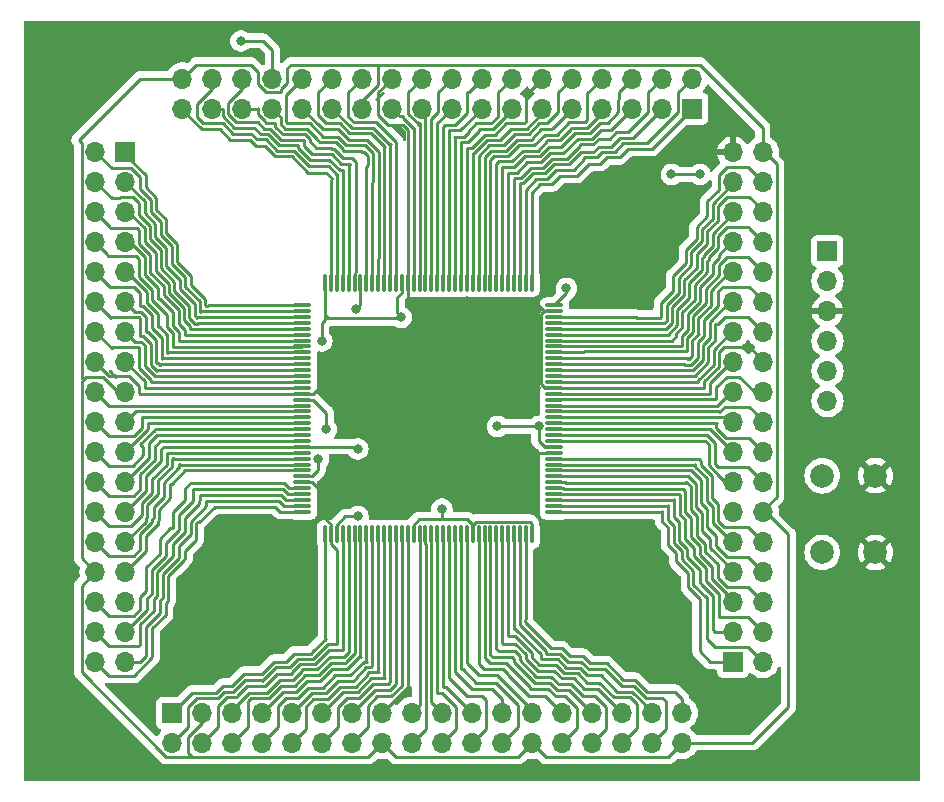
<source format=gbr>
%TF.GenerationSoftware,KiCad,Pcbnew,7.0.0*%
%TF.CreationDate,2023-03-08T02:35:55-06:00*%
%TF.ProjectId,finalproj_breakout,66696e61-6c70-4726-9f6a-5f627265616b,rev?*%
%TF.SameCoordinates,Original*%
%TF.FileFunction,Copper,L1,Top*%
%TF.FilePolarity,Positive*%
%FSLAX46Y46*%
G04 Gerber Fmt 4.6, Leading zero omitted, Abs format (unit mm)*
G04 Created by KiCad (PCBNEW 7.0.0) date 2023-03-08 02:35:55*
%MOMM*%
%LPD*%
G01*
G04 APERTURE LIST*
G04 Aperture macros list*
%AMRoundRect*
0 Rectangle with rounded corners*
0 $1 Rounding radius*
0 $2 $3 $4 $5 $6 $7 $8 $9 X,Y pos of 4 corners*
0 Add a 4 corners polygon primitive as box body*
4,1,4,$2,$3,$4,$5,$6,$7,$8,$9,$2,$3,0*
0 Add four circle primitives for the rounded corners*
1,1,$1+$1,$2,$3*
1,1,$1+$1,$4,$5*
1,1,$1+$1,$6,$7*
1,1,$1+$1,$8,$9*
0 Add four rect primitives between the rounded corners*
20,1,$1+$1,$2,$3,$4,$5,0*
20,1,$1+$1,$4,$5,$6,$7,0*
20,1,$1+$1,$6,$7,$8,$9,0*
20,1,$1+$1,$8,$9,$2,$3,0*%
G04 Aperture macros list end*
%TA.AperFunction,ComponentPad*%
%ADD10R,1.700000X1.700000*%
%TD*%
%TA.AperFunction,ComponentPad*%
%ADD11O,1.700000X1.700000*%
%TD*%
%TA.AperFunction,ComponentPad*%
%ADD12C,2.000000*%
%TD*%
%TA.AperFunction,SMDPad,CuDef*%
%ADD13RoundRect,0.075000X-0.662500X-0.075000X0.662500X-0.075000X0.662500X0.075000X-0.662500X0.075000X0*%
%TD*%
%TA.AperFunction,SMDPad,CuDef*%
%ADD14RoundRect,0.075000X-0.075000X-0.662500X0.075000X-0.662500X0.075000X0.662500X-0.075000X0.662500X0*%
%TD*%
%TA.AperFunction,ViaPad*%
%ADD15C,0.800000*%
%TD*%
%TA.AperFunction,Conductor*%
%ADD16C,0.250000*%
%TD*%
G04 APERTURE END LIST*
D10*
%TO.P,J8,1,VDD_TARGET*%
%TO.N,Net-(#FLG02-pwr)*%
X226059999Y-65912999D03*
D11*
%TO.P,J8,2,SWCLK*%
%TO.N,PA14*%
X226059999Y-68452999D03*
%TO.P,J8,3,GND*%
%TO.N,VSS*%
X226059999Y-70992999D03*
%TO.P,J8,4,SWDIO*%
%TO.N,PA13*%
X226059999Y-73532999D03*
%TO.P,J8,5,NRST*%
%TO.N,NRST*%
X226059999Y-76072999D03*
%TO.P,J8,6,SWO*%
%TO.N,PG3*%
X226059999Y-78612999D03*
%TD*%
D12*
%TO.P,SW1,1,1*%
%TO.N,NRST*%
X225624000Y-91440000D03*
X225624000Y-84940000D03*
%TO.P,SW1,2,2*%
%TO.N,VSS*%
X230124000Y-91440000D03*
X230124000Y-84940000D03*
%TD*%
D13*
%TO.P,U1,1,PE2*%
%TO.N,PE2*%
X181615500Y-70498000D03*
%TO.P,U1,2,PE3*%
%TO.N,PE3*%
X181615500Y-70998000D03*
%TO.P,U1,3,PE4*%
%TO.N,PE4*%
X181615500Y-71498000D03*
%TO.P,U1,4,PE5*%
%TO.N,PE5*%
X181615500Y-71998000D03*
%TO.P,U1,5,PE6*%
%TO.N,PE6*%
X181615500Y-72498000D03*
%TO.P,U1,6,VBAT*%
%TO.N,VBAT*%
X181615500Y-72998000D03*
%TO.P,U1,7,PC13*%
%TO.N,PC13*%
X181615500Y-73498000D03*
%TO.P,U1,8,PC14*%
%TO.N,PC14*%
X181615500Y-73998000D03*
%TO.P,U1,9,PC15*%
%TO.N,PC15*%
X181615500Y-74498000D03*
%TO.P,U1,10,PF0*%
%TO.N,PF0*%
X181615500Y-74998000D03*
%TO.P,U1,11,PF1*%
%TO.N,PF1*%
X181615500Y-75498000D03*
%TO.P,U1,12,PF2*%
%TO.N,PF2*%
X181615500Y-75998000D03*
%TO.P,U1,13,PF3*%
%TO.N,PF3*%
X181615500Y-76498000D03*
%TO.P,U1,14,PF4*%
%TO.N,PF4*%
X181615500Y-76998000D03*
%TO.P,U1,15,PF5*%
%TO.N,PF5*%
X181615500Y-77498000D03*
%TO.P,U1,16,VSS*%
%TO.N,VSS*%
X181615500Y-77998000D03*
%TO.P,U1,17,VDD*%
%TO.N,Net-(#FLG02-pwr)*%
X181615500Y-78498000D03*
%TO.P,U1,18,PF6*%
%TO.N,PF6*%
X181615500Y-78998000D03*
%TO.P,U1,19,PF7*%
%TO.N,PF7*%
X181615500Y-79498000D03*
%TO.P,U1,20,PF8*%
%TO.N,PF8*%
X181615500Y-79998000D03*
%TO.P,U1,21,PF9*%
%TO.N,PF9*%
X181615500Y-80498000D03*
%TO.P,U1,22,PF10*%
%TO.N,PF10*%
X181615500Y-80998000D03*
%TO.P,U1,23,PH0*%
%TO.N,PH0*%
X181615500Y-81498000D03*
%TO.P,U1,24,PH1*%
%TO.N,PH1*%
X181615500Y-81998000D03*
%TO.P,U1,25,NRST*%
%TO.N,NRST*%
X181615500Y-82498000D03*
%TO.P,U1,26,PC0*%
%TO.N,PC0*%
X181615500Y-82998000D03*
%TO.P,U1,27,PC1*%
%TO.N,PC1*%
X181615500Y-83498000D03*
%TO.P,U1,28,PC2*%
%TO.N,PC2*%
X181615500Y-83998000D03*
%TO.P,U1,29,PC3*%
%TO.N,PC3*%
X181615500Y-84498000D03*
%TO.P,U1,30,VDD*%
%TO.N,Net-(#FLG02-pwr)*%
X181615500Y-84998000D03*
%TO.P,U1,31,VSSA*%
%TO.N,VSS*%
X181615500Y-85498000D03*
%TO.P,U1,32,VREF+*%
%TO.N,VREF+*%
X181615500Y-85998000D03*
%TO.P,U1,33,VDDA*%
%TO.N,VDDA*%
X181615500Y-86498000D03*
%TO.P,U1,34,PA0*%
%TO.N,PA0*%
X181615500Y-86998000D03*
%TO.P,U1,35,PA1*%
%TO.N,PA1*%
X181615500Y-87498000D03*
%TO.P,U1,36,PA2*%
%TO.N,PA2*%
X181615500Y-87998000D03*
D14*
%TO.P,U1,37,PA3*%
%TO.N,PA3*%
X183528000Y-89910500D03*
%TO.P,U1,38,VSS*%
%TO.N,VSS*%
X184028000Y-89910500D03*
%TO.P,U1,39,VDD*%
%TO.N,Net-(#FLG02-pwr)*%
X184528000Y-89910500D03*
%TO.P,U1,40,PA4*%
%TO.N,PA4*%
X185028000Y-89910500D03*
%TO.P,U1,41,PA5*%
%TO.N,PA5*%
X185528000Y-89910500D03*
%TO.P,U1,42,PA6*%
%TO.N,PA6*%
X186028000Y-89910500D03*
%TO.P,U1,43,PA7*%
%TO.N,PA7*%
X186528000Y-89910500D03*
%TO.P,U1,44,PC4*%
%TO.N,PC4*%
X187028000Y-89910500D03*
%TO.P,U1,45,PC5*%
%TO.N,PC5*%
X187528000Y-89910500D03*
%TO.P,U1,46,PB0*%
%TO.N,PB0*%
X188028000Y-89910500D03*
%TO.P,U1,47,PB1*%
%TO.N,PB1*%
X188528000Y-89910500D03*
%TO.P,U1,48,PB2*%
%TO.N,PB2*%
X189028000Y-89910500D03*
%TO.P,U1,49,PF11*%
%TO.N,PF11*%
X189528000Y-89910500D03*
%TO.P,U1,50,PF12*%
%TO.N,PF12*%
X190028000Y-89910500D03*
%TO.P,U1,51,VSS*%
%TO.N,VSS*%
X190528000Y-89910500D03*
%TO.P,U1,52,VDD*%
%TO.N,Net-(#FLG02-pwr)*%
X191028000Y-89910500D03*
%TO.P,U1,53,PF13*%
%TO.N,PF13*%
X191528000Y-89910500D03*
%TO.P,U1,54,PF14*%
%TO.N,PF14*%
X192028000Y-89910500D03*
%TO.P,U1,55,PF15*%
%TO.N,PF15*%
X192528000Y-89910500D03*
%TO.P,U1,56,PG0*%
%TO.N,PG0*%
X193028000Y-89910500D03*
%TO.P,U1,57,PG1*%
%TO.N,PG1*%
X193528000Y-89910500D03*
%TO.P,U1,58,PE7*%
%TO.N,PE7*%
X194028000Y-89910500D03*
%TO.P,U1,59,PE8*%
%TO.N,PE8*%
X194528000Y-89910500D03*
%TO.P,U1,60,PE9*%
%TO.N,PE9*%
X195028000Y-89910500D03*
%TO.P,U1,61,VSS*%
%TO.N,VSS*%
X195528000Y-89910500D03*
%TO.P,U1,62,VDD*%
%TO.N,Net-(#FLG02-pwr)*%
X196028000Y-89910500D03*
%TO.P,U1,63,PE10*%
%TO.N,PE10*%
X196528000Y-89910500D03*
%TO.P,U1,64,PE11*%
%TO.N,PE11*%
X197028000Y-89910500D03*
%TO.P,U1,65,PE12*%
%TO.N,PE12*%
X197528000Y-89910500D03*
%TO.P,U1,66,PE13*%
%TO.N,PE13*%
X198028000Y-89910500D03*
%TO.P,U1,67,PE14*%
%TO.N,PE14*%
X198528000Y-89910500D03*
%TO.P,U1,68,PE15*%
%TO.N,PE15*%
X199028000Y-89910500D03*
%TO.P,U1,69,PB10*%
%TO.N,PB10*%
X199528000Y-89910500D03*
%TO.P,U1,70,PB11*%
%TO.N,PB11*%
X200028000Y-89910500D03*
%TO.P,U1,71,VCAP_1*%
%TO.N,VCAP_1*%
X200528000Y-89910500D03*
%TO.P,U1,72,VDD*%
%TO.N,Net-(#FLG02-pwr)*%
X201028000Y-89910500D03*
D13*
%TO.P,U1,73,PB12*%
%TO.N,PB12*%
X202940500Y-87998000D03*
%TO.P,U1,74,PB13*%
%TO.N,PB13*%
X202940500Y-87498000D03*
%TO.P,U1,75,PB14*%
%TO.N,PB14*%
X202940500Y-86998000D03*
%TO.P,U1,76,PB15*%
%TO.N,PB15*%
X202940500Y-86498000D03*
%TO.P,U1,77,PD8*%
%TO.N,PD8*%
X202940500Y-85998000D03*
%TO.P,U1,78,PD9*%
%TO.N,PD9*%
X202940500Y-85498000D03*
%TO.P,U1,79,PD10*%
%TO.N,PD10*%
X202940500Y-84998000D03*
%TO.P,U1,80,PD11*%
%TO.N,PD11*%
X202940500Y-84498000D03*
%TO.P,U1,81,PD12*%
%TO.N,PD12*%
X202940500Y-83998000D03*
%TO.P,U1,82,PD13*%
%TO.N,PD13*%
X202940500Y-83498000D03*
%TO.P,U1,83,VSS*%
%TO.N,VSS*%
X202940500Y-82998000D03*
%TO.P,U1,84,VDD*%
%TO.N,Net-(#FLG02-pwr)*%
X202940500Y-82498000D03*
%TO.P,U1,85,PD14*%
%TO.N,PD14*%
X202940500Y-81998000D03*
%TO.P,U1,86,PD15*%
%TO.N,PD15*%
X202940500Y-81498000D03*
%TO.P,U1,87,PG2*%
%TO.N,PG2*%
X202940500Y-80998000D03*
%TO.P,U1,88,PG3*%
%TO.N,PG3*%
X202940500Y-80498000D03*
%TO.P,U1,89,PG4*%
%TO.N,PG4*%
X202940500Y-79998000D03*
%TO.P,U1,90,PG5*%
%TO.N,PG5*%
X202940500Y-79498000D03*
%TO.P,U1,91,PG6*%
%TO.N,PG6*%
X202940500Y-78998000D03*
%TO.P,U1,92,PG7*%
%TO.N,PG7*%
X202940500Y-78498000D03*
%TO.P,U1,93,PG8*%
%TO.N,PG8*%
X202940500Y-77998000D03*
%TO.P,U1,94,VSS*%
%TO.N,VSS*%
X202940500Y-77498000D03*
%TO.P,U1,95,VDDUSB*%
%TO.N,VDDUSB*%
X202940500Y-76998000D03*
%TO.P,U1,96,PC6*%
%TO.N,PC6*%
X202940500Y-76498000D03*
%TO.P,U1,97,PC7*%
%TO.N,PC7*%
X202940500Y-75998000D03*
%TO.P,U1,98,PC8*%
%TO.N,PC8*%
X202940500Y-75498000D03*
%TO.P,U1,99,PC9*%
%TO.N,PC9*%
X202940500Y-74998000D03*
%TO.P,U1,100,PA8*%
%TO.N,PA8*%
X202940500Y-74498000D03*
%TO.P,U1,101,PA9*%
%TO.N,PA9*%
X202940500Y-73998000D03*
%TO.P,U1,102,PA10*%
%TO.N,PA10*%
X202940500Y-73498000D03*
%TO.P,U1,103,PA11*%
%TO.N,PA11*%
X202940500Y-72998000D03*
%TO.P,U1,104,PA12*%
%TO.N,PA12*%
X202940500Y-72498000D03*
%TO.P,U1,105,PA13*%
%TO.N,PA13*%
X202940500Y-71998000D03*
%TO.P,U1,106,VCAP_2*%
%TO.N,VCAP_2*%
X202940500Y-71498000D03*
%TO.P,U1,107,VSS*%
%TO.N,VSS*%
X202940500Y-70998000D03*
%TO.P,U1,108,VDD*%
%TO.N,Net-(#FLG02-pwr)*%
X202940500Y-70498000D03*
D14*
%TO.P,U1,109,PA14*%
%TO.N,PA14*%
X201028000Y-68585500D03*
%TO.P,U1,110,PA15*%
%TO.N,PA15*%
X200528000Y-68585500D03*
%TO.P,U1,111,PC10*%
%TO.N,PC10*%
X200028000Y-68585500D03*
%TO.P,U1,112,PC11*%
%TO.N,PC11*%
X199528000Y-68585500D03*
%TO.P,U1,113,PC12*%
%TO.N,PC12*%
X199028000Y-68585500D03*
%TO.P,U1,114,PD0*%
%TO.N,PD0*%
X198528000Y-68585500D03*
%TO.P,U1,115,PD1*%
%TO.N,PD1*%
X198028000Y-68585500D03*
%TO.P,U1,116,PD2*%
%TO.N,PD2*%
X197528000Y-68585500D03*
%TO.P,U1,117,PD3*%
%TO.N,PD3*%
X197028000Y-68585500D03*
%TO.P,U1,118,PD4*%
%TO.N,PD4*%
X196528000Y-68585500D03*
%TO.P,U1,119,PD5*%
%TO.N,PD5*%
X196028000Y-68585500D03*
%TO.P,U1,120,VSS*%
%TO.N,VSS*%
X195528000Y-68585500D03*
%TO.P,U1,121,VDDSDMMC*%
%TO.N,VDDSDMMC*%
X195028000Y-68585500D03*
%TO.P,U1,122,PD6*%
%TO.N,PD6*%
X194528000Y-68585500D03*
%TO.P,U1,123,PD7*%
%TO.N,PD7*%
X194028000Y-68585500D03*
%TO.P,U1,124,PG9*%
%TO.N,PG9*%
X193528000Y-68585500D03*
%TO.P,U1,125,PG10*%
%TO.N,PG10*%
X193028000Y-68585500D03*
%TO.P,U1,126,PG11*%
%TO.N,PG11*%
X192528000Y-68585500D03*
%TO.P,U1,127,PG12*%
%TO.N,PG12*%
X192028000Y-68585500D03*
%TO.P,U1,128,PG13*%
%TO.N,PG13*%
X191528000Y-68585500D03*
%TO.P,U1,129,PG14*%
%TO.N,PG14*%
X191028000Y-68585500D03*
%TO.P,U1,130,VSS*%
%TO.N,VSS*%
X190528000Y-68585500D03*
%TO.P,U1,131,VDD*%
%TO.N,Net-(#FLG02-pwr)*%
X190028000Y-68585500D03*
%TO.P,U1,132,PG15*%
%TO.N,PG15*%
X189528000Y-68585500D03*
%TO.P,U1,133,PB3*%
%TO.N,PB3*%
X189028000Y-68585500D03*
%TO.P,U1,134,PB4*%
%TO.N,PB4*%
X188528000Y-68585500D03*
%TO.P,U1,135,PB5*%
%TO.N,PB5*%
X188028000Y-68585500D03*
%TO.P,U1,136,PB6*%
%TO.N,PB6*%
X187528000Y-68585500D03*
%TO.P,U1,137,PB7*%
%TO.N,PB7*%
X187028000Y-68585500D03*
%TO.P,U1,138,BOOT0*%
%TO.N,Net-(U1-BOOT0)*%
X186528000Y-68585500D03*
%TO.P,U1,139,PB8*%
%TO.N,PB8*%
X186028000Y-68585500D03*
%TO.P,U1,140,PB9*%
%TO.N,PB9*%
X185528000Y-68585500D03*
%TO.P,U1,141,PE0*%
%TO.N,PE0*%
X185028000Y-68585500D03*
%TO.P,U1,142,PE1*%
%TO.N,PE1*%
X184528000Y-68585500D03*
%TO.P,U1,143,PDR_ON*%
%TO.N,PDR_ON*%
X184028000Y-68585500D03*
%TO.P,U1,144,VDD*%
%TO.N,Net-(#FLG02-pwr)*%
X183528000Y-68585500D03*
%TD*%
D10*
%TO.P,J3,1,Pin_1*%
%TO.N,PB12*%
X218058999Y-100710999D03*
D11*
%TO.P,J3,2,Pin_2*%
%TO.N,PB13*%
X220598999Y-100710999D03*
%TO.P,J3,3,Pin_3*%
%TO.N,PB14*%
X218058999Y-98170999D03*
%TO.P,J3,4,Pin_4*%
%TO.N,PB15*%
X220598999Y-98170999D03*
%TO.P,J3,5,Pin_5*%
%TO.N,PD8*%
X218058999Y-95630999D03*
%TO.P,J3,6,Pin_6*%
%TO.N,PD9*%
X220598999Y-95630999D03*
%TO.P,J3,7,Pin_7*%
%TO.N,PD10*%
X218058999Y-93090999D03*
%TO.P,J3,8,Pin_8*%
%TO.N,PD11*%
X220598999Y-93090999D03*
%TO.P,J3,9,Pin_9*%
%TO.N,PD12*%
X218058999Y-90550999D03*
%TO.P,J3,10,Pin_10*%
%TO.N,PD13*%
X220598999Y-90550999D03*
%TO.P,J3,11,Pin_11*%
%TO.N,VSS*%
X218058999Y-88010999D03*
%TO.P,J3,12,Pin_12*%
%TO.N,VDD*%
X220598999Y-88010999D03*
%TO.P,J3,13,Pin_13*%
%TO.N,PD14*%
X218058999Y-85470999D03*
%TO.P,J3,14,Pin_14*%
%TO.N,PD15*%
X220598999Y-85470999D03*
%TO.P,J3,15,Pin_15*%
%TO.N,PG2*%
X218058999Y-82930999D03*
%TO.P,J3,16,Pin_16*%
%TO.N,PG3*%
X220598999Y-82930999D03*
%TO.P,J3,17,Pin_17*%
%TO.N,PG4*%
X218058999Y-80390999D03*
%TO.P,J3,18,Pin_18*%
%TO.N,PG5*%
X220598999Y-80390999D03*
%TO.P,J3,19,Pin_19*%
%TO.N,PG6*%
X218058999Y-77850999D03*
%TO.P,J3,20,Pin_20*%
%TO.N,PG7*%
X220598999Y-77850999D03*
%TO.P,J3,21,Pin_21*%
%TO.N,PG8*%
X218058999Y-75310999D03*
%TO.P,J3,22,Pin_22*%
%TO.N,VSS*%
X220598999Y-75310999D03*
%TO.P,J3,23,Pin_23*%
%TO.N,VDDUSB*%
X218058999Y-72770999D03*
%TO.P,J3,24,Pin_24*%
%TO.N,PC6*%
X220598999Y-72770999D03*
%TO.P,J3,25,Pin_25*%
%TO.N,PC7*%
X218058999Y-70230999D03*
%TO.P,J3,26,Pin_26*%
%TO.N,PC8*%
X220598999Y-70230999D03*
%TO.P,J3,27,Pin_27*%
%TO.N,PC9*%
X218058999Y-67690999D03*
%TO.P,J3,28,Pin_28*%
%TO.N,PA8*%
X220598999Y-67690999D03*
%TO.P,J3,29,Pin_29*%
%TO.N,PA9*%
X218058999Y-65150999D03*
%TO.P,J3,30,Pin_30*%
%TO.N,PA10*%
X220598999Y-65150999D03*
%TO.P,J3,31,Pin_31*%
%TO.N,PA11*%
X218058999Y-62610999D03*
%TO.P,J3,32,Pin_32*%
%TO.N,PA12*%
X220598999Y-62610999D03*
%TO.P,J3,33,Pin_33*%
%TO.N,PA13*%
X218058999Y-60070999D03*
%TO.P,J3,34,Pin_34*%
%TO.N,VCAP_2*%
X220598999Y-60070999D03*
%TO.P,J3,35,Pin_35*%
%TO.N,VSS*%
X218058999Y-57530999D03*
%TO.P,J3,36,Pin_36*%
%TO.N,VDD*%
X220598999Y-57530999D03*
%TD*%
D10*
%TO.P,J4,1,Pin_1*%
%TO.N,PA3*%
X170560999Y-105028999D03*
D11*
%TO.P,J4,2,Pin_2*%
%TO.N,VSS*%
X170560999Y-107568999D03*
%TO.P,J4,3,Pin_3*%
%TO.N,VDD*%
X173100999Y-105028999D03*
%TO.P,J4,4,Pin_4*%
%TO.N,PA4*%
X173100999Y-107568999D03*
%TO.P,J4,5,Pin_5*%
%TO.N,PA5*%
X175640999Y-105028999D03*
%TO.P,J4,6,Pin_6*%
%TO.N,PA6*%
X175640999Y-107568999D03*
%TO.P,J4,7,Pin_7*%
%TO.N,PA7*%
X178180999Y-105028999D03*
%TO.P,J4,8,Pin_8*%
%TO.N,PC4*%
X178180999Y-107568999D03*
%TO.P,J4,9,Pin_9*%
%TO.N,PC5*%
X180720999Y-105028999D03*
%TO.P,J4,10,Pin_10*%
%TO.N,PB0*%
X180720999Y-107568999D03*
%TO.P,J4,11,Pin_11*%
%TO.N,PB1*%
X183260999Y-105028999D03*
%TO.P,J4,12,Pin_12*%
%TO.N,PB2*%
X183260999Y-107568999D03*
%TO.P,J4,13,Pin_13*%
%TO.N,PF11*%
X185800999Y-105028999D03*
%TO.P,J4,14,Pin_14*%
%TO.N,PF12*%
X185800999Y-107568999D03*
%TO.P,J4,15,Pin_15*%
%TO.N,VSS*%
X188340999Y-105028999D03*
%TO.P,J4,16,Pin_16*%
%TO.N,VDD*%
X188340999Y-107568999D03*
%TO.P,J4,17,Pin_17*%
%TO.N,PF13*%
X190880999Y-105028999D03*
%TO.P,J4,18,Pin_18*%
%TO.N,PF14*%
X190880999Y-107568999D03*
%TO.P,J4,19,Pin_19*%
%TO.N,PF15*%
X193420999Y-105028999D03*
%TO.P,J4,20,Pin_20*%
%TO.N,PG0*%
X193420999Y-107568999D03*
%TO.P,J4,21,Pin_21*%
%TO.N,PG1*%
X195960999Y-105028999D03*
%TO.P,J4,22,Pin_22*%
%TO.N,PE7*%
X195960999Y-107568999D03*
%TO.P,J4,23,Pin_23*%
%TO.N,PE8*%
X198500999Y-105028999D03*
%TO.P,J4,24,Pin_24*%
%TO.N,PE9*%
X198500999Y-107568999D03*
%TO.P,J4,25,Pin_25*%
%TO.N,VSS*%
X201040999Y-105028999D03*
%TO.P,J4,26,Pin_26*%
%TO.N,VDD*%
X201040999Y-107568999D03*
%TO.P,J4,27,Pin_27*%
%TO.N,PE10*%
X203580999Y-105028999D03*
%TO.P,J4,28,Pin_28*%
%TO.N,PE11*%
X203580999Y-107568999D03*
%TO.P,J4,29,Pin_29*%
%TO.N,PE12*%
X206120999Y-105028999D03*
%TO.P,J4,30,Pin_30*%
%TO.N,PE13*%
X206120999Y-107568999D03*
%TO.P,J4,31,Pin_31*%
%TO.N,PE14*%
X208660999Y-105028999D03*
%TO.P,J4,32,Pin_32*%
%TO.N,PE15*%
X208660999Y-107568999D03*
%TO.P,J4,33,Pin_33*%
%TO.N,PB10*%
X211200999Y-105028999D03*
%TO.P,J4,34,Pin_34*%
%TO.N,PB11*%
X211200999Y-107568999D03*
%TO.P,J4,35,Pin_35*%
%TO.N,VCAP_1*%
X213740999Y-105028999D03*
%TO.P,J4,36,Pin_36*%
%TO.N,VDD*%
X213740999Y-107568999D03*
%TD*%
D10*
%TO.P,J2,1,Pin_1*%
%TO.N,PE2*%
X166623999Y-57530999D03*
D11*
%TO.P,J2,2,Pin_2*%
%TO.N,PE3*%
X164083999Y-57530999D03*
%TO.P,J2,3,Pin_3*%
%TO.N,PE4*%
X166623999Y-60070999D03*
%TO.P,J2,4,Pin_4*%
%TO.N,PE5*%
X164083999Y-60070999D03*
%TO.P,J2,5,Pin_5*%
%TO.N,PE6*%
X166623999Y-62610999D03*
%TO.P,J2,6,Pin_6*%
%TO.N,VBAT*%
X164083999Y-62610999D03*
%TO.P,J2,7,Pin_7*%
%TO.N,PC13*%
X166623999Y-65150999D03*
%TO.P,J2,8,Pin_8*%
%TO.N,PC14*%
X164083999Y-65150999D03*
%TO.P,J2,9,Pin_9*%
%TO.N,PC15*%
X166623999Y-67690999D03*
%TO.P,J2,10,Pin_10*%
%TO.N,PF0*%
X164083999Y-67690999D03*
%TO.P,J2,11,Pin_11*%
%TO.N,PF1*%
X166623999Y-70230999D03*
%TO.P,J2,12,Pin_12*%
%TO.N,PF2*%
X164083999Y-70230999D03*
%TO.P,J2,13,Pin_13*%
%TO.N,PF3*%
X166623999Y-72770999D03*
%TO.P,J2,14,Pin_14*%
%TO.N,PF4*%
X164083999Y-72770999D03*
%TO.P,J2,15,Pin_15*%
%TO.N,PF5*%
X166623999Y-75310999D03*
%TO.P,J2,16,Pin_16*%
%TO.N,VSS*%
X164083999Y-75310999D03*
%TO.P,J2,17,Pin_17*%
%TO.N,VDD*%
X166623999Y-77850999D03*
%TO.P,J2,18,Pin_18*%
%TO.N,PF6*%
X164083999Y-77850999D03*
%TO.P,J2,19,Pin_19*%
%TO.N,PF7*%
X166623999Y-80390999D03*
%TO.P,J2,20,Pin_20*%
%TO.N,PF8*%
X164083999Y-80390999D03*
%TO.P,J2,21,Pin_21*%
%TO.N,PF9*%
X166623999Y-82930999D03*
%TO.P,J2,22,Pin_22*%
%TO.N,PF10*%
X164083999Y-82930999D03*
%TO.P,J2,23,Pin_23*%
%TO.N,PH0*%
X166623999Y-85470999D03*
%TO.P,J2,24,Pin_24*%
%TO.N,PH1*%
X164083999Y-85470999D03*
%TO.P,J2,25,Pin_25*%
%TO.N,NRST*%
X166623999Y-88010999D03*
%TO.P,J2,26,Pin_26*%
%TO.N,PC0*%
X164083999Y-88010999D03*
%TO.P,J2,27,Pin_27*%
%TO.N,PC1*%
X166623999Y-90550999D03*
%TO.P,J2,28,Pin_28*%
%TO.N,PC2*%
X164083999Y-90550999D03*
%TO.P,J2,29,Pin_29*%
%TO.N,PC3*%
X166623999Y-93090999D03*
%TO.P,J2,30,Pin_30*%
%TO.N,VDD*%
X164083999Y-93090999D03*
%TO.P,J2,31,Pin_31*%
%TO.N,VSS*%
X166623999Y-95630999D03*
%TO.P,J2,32,Pin_32*%
%TO.N,VREF+*%
X164083999Y-95630999D03*
%TO.P,J2,33,Pin_33*%
%TO.N,VDDA*%
X166623999Y-98170999D03*
%TO.P,J2,34,Pin_34*%
%TO.N,PA0*%
X164083999Y-98170999D03*
%TO.P,J2,35,Pin_35*%
%TO.N,PA1*%
X166623999Y-100710999D03*
%TO.P,J2,36,Pin_36*%
%TO.N,PA2*%
X164083999Y-100710999D03*
%TD*%
D10*
%TO.P,J1,1,Pin_1*%
%TO.N,PA14*%
X214614999Y-53852999D03*
D11*
%TO.P,J1,2,Pin_2*%
%TO.N,PA15*%
X214614999Y-51312999D03*
%TO.P,J1,3,Pin_3*%
%TO.N,PC10*%
X212074999Y-53852999D03*
%TO.P,J1,4,Pin_4*%
%TO.N,PC11*%
X212074999Y-51312999D03*
%TO.P,J1,5,Pin_5*%
%TO.N,PC12*%
X209534999Y-53852999D03*
%TO.P,J1,6,Pin_6*%
%TO.N,PD0*%
X209534999Y-51312999D03*
%TO.P,J1,7,Pin_7*%
%TO.N,PD1*%
X206994999Y-53852999D03*
%TO.P,J1,8,Pin_8*%
%TO.N,PD2*%
X206994999Y-51312999D03*
%TO.P,J1,9,Pin_9*%
%TO.N,PD3*%
X204454999Y-53852999D03*
%TO.P,J1,10,Pin_10*%
%TO.N,PD4*%
X204454999Y-51312999D03*
%TO.P,J1,11,Pin_11*%
%TO.N,PD5*%
X201914999Y-53852999D03*
%TO.P,J1,12,Pin_12*%
%TO.N,VSS*%
X201914999Y-51312999D03*
%TO.P,J1,13,Pin_13*%
%TO.N,VDDSDMMC*%
X199374999Y-53852999D03*
%TO.P,J1,14,Pin_14*%
%TO.N,PD6*%
X199374999Y-51312999D03*
%TO.P,J1,15,Pin_15*%
%TO.N,PD7*%
X196834999Y-53852999D03*
%TO.P,J1,16,Pin_16*%
%TO.N,PG9*%
X196834999Y-51312999D03*
%TO.P,J1,17,Pin_17*%
%TO.N,PG10*%
X194294999Y-53852999D03*
%TO.P,J1,18,Pin_18*%
%TO.N,PG11*%
X194294999Y-51312999D03*
%TO.P,J1,19,Pin_19*%
%TO.N,PG12*%
X191754999Y-53852999D03*
%TO.P,J1,20,Pin_20*%
%TO.N,PG13*%
X191754999Y-51312999D03*
%TO.P,J1,21,Pin_21*%
%TO.N,PG14*%
X189214999Y-53852999D03*
%TO.P,J1,22,Pin_22*%
%TO.N,VSS*%
X189214999Y-51312999D03*
%TO.P,J1,23,Pin_23*%
%TO.N,VDD*%
X186674999Y-53852999D03*
%TO.P,J1,24,Pin_24*%
%TO.N,PG15*%
X186674999Y-51312999D03*
%TO.P,J1,25,Pin_25*%
%TO.N,PB3*%
X184134999Y-53852999D03*
%TO.P,J1,26,Pin_26*%
%TO.N,PB4*%
X184134999Y-51312999D03*
%TO.P,J1,27,Pin_27*%
%TO.N,PB5*%
X181594999Y-53852999D03*
%TO.P,J1,28,Pin_28*%
%TO.N,PB6*%
X181594999Y-51312999D03*
%TO.P,J1,29,Pin_29*%
%TO.N,PB7*%
X179054999Y-53852999D03*
%TO.P,J1,30,Pin_30*%
%TO.N,BOOT0*%
X179054999Y-51312999D03*
%TO.P,J1,31,Pin_31*%
%TO.N,PB8*%
X176514999Y-53852999D03*
%TO.P,J1,32,Pin_32*%
%TO.N,PB9*%
X176514999Y-51312999D03*
%TO.P,J1,33,Pin_33*%
%TO.N,PE0*%
X173974999Y-53852999D03*
%TO.P,J1,34,Pin_34*%
%TO.N,PE1*%
X173974999Y-51312999D03*
%TO.P,J1,35,Pin_35*%
%TO.N,PDR_ON*%
X171434999Y-53852999D03*
%TO.P,J1,36,Pin_36*%
%TO.N,VDD*%
X171434999Y-51312999D03*
%TD*%
D15*
%TO.N,Net-(U1-BOOT0)*%
X186182000Y-70866000D03*
%TO.N,BOOT0*%
X176403000Y-48133000D03*
%TO.N,VSS*%
X201295000Y-83058000D03*
X183261000Y-75184000D03*
%TO.N,Net-(#FLG02-pwr)*%
X193421000Y-87757000D03*
X183642000Y-81026000D03*
X183261000Y-73533000D03*
X212852000Y-59436000D03*
X186309000Y-88392000D03*
X189979277Y-71530687D03*
X201622662Y-80763365D03*
X198120000Y-80772000D03*
X182952500Y-83566000D03*
X215265000Y-59436000D03*
X203962000Y-69088000D03*
%TO.N,NRST*%
X186309000Y-82677000D03*
%TD*%
D16*
%TO.N,Net-(U1-BOOT0)*%
X186182000Y-70866000D02*
X186528000Y-70520000D01*
X186528000Y-70520000D02*
X186528000Y-68585500D01*
%TO.N,BOOT0*%
X178308000Y-48133000D02*
X179055000Y-48880000D01*
X179055000Y-48880000D02*
X179055000Y-51313000D01*
X176403000Y-48133000D02*
X178308000Y-48133000D01*
%TO.N,PE2*%
X172212000Y-68825624D02*
X173389396Y-70003020D01*
X170977094Y-65303322D02*
X170977094Y-66824530D01*
X166624000Y-57531000D02*
X166624000Y-57772903D01*
X170049000Y-63235020D02*
X170049000Y-64375228D01*
X170977094Y-66824530D02*
X172212000Y-68059436D01*
X173389396Y-70003020D02*
X173389396Y-70519396D01*
X169233000Y-61405812D02*
X169233000Y-62419020D01*
X170049000Y-64375228D02*
X170977094Y-65303322D01*
X173609000Y-70548000D02*
X173659000Y-70498000D01*
X172212000Y-68059436D02*
X172212000Y-68825624D01*
X173418000Y-70548000D02*
X173609000Y-70548000D01*
X173389396Y-70519396D02*
X173418000Y-70548000D01*
X173659000Y-70498000D02*
X181615500Y-70498000D01*
X166624000Y-57772903D02*
X168345396Y-59494299D01*
X169233000Y-62419020D02*
X170049000Y-63235020D01*
X168345396Y-60518208D02*
X169233000Y-61405812D01*
X168345396Y-59494299D02*
X168345396Y-60518208D01*
%TO.N,PE3*%
X170527094Y-65489718D02*
X170527094Y-67010926D01*
X168783000Y-62605416D02*
X169599000Y-63421416D01*
X165449000Y-58896000D02*
X167110701Y-58896000D01*
X171671490Y-68155322D02*
X171671490Y-68921510D01*
X172989396Y-70998000D02*
X181615500Y-70998000D01*
X171671490Y-68921510D02*
X172939396Y-70189416D01*
X169599000Y-64561624D02*
X170527094Y-65489718D01*
X167895396Y-60704604D02*
X168783000Y-61592208D01*
X172939396Y-71048000D02*
X172989396Y-70998000D01*
X167895396Y-59680695D02*
X167895396Y-60704604D01*
X170527094Y-67010926D02*
X171671490Y-68155322D01*
X168783000Y-61592208D02*
X168783000Y-62605416D01*
X167110701Y-58896000D02*
X167895396Y-59680695D01*
X172939396Y-70189416D02*
X172939396Y-71048000D01*
X169599000Y-63421416D02*
X169599000Y-64561624D01*
X164084000Y-57531000D02*
X165449000Y-58896000D01*
%TO.N,PE4*%
X166625396Y-60071000D02*
X168277094Y-61722698D01*
X169149000Y-64748020D02*
X170077094Y-65676114D01*
X166624000Y-60071000D02*
X166625396Y-60071000D01*
X168277094Y-61722698D02*
X168277094Y-62735906D01*
X172723000Y-71498000D02*
X181615500Y-71498000D01*
X172489396Y-70375812D02*
X172489396Y-71369812D01*
X170077094Y-67197322D02*
X171221490Y-68341718D01*
X169149000Y-63607812D02*
X169149000Y-64748020D01*
X168277094Y-62735906D02*
X169149000Y-63607812D01*
X170077094Y-65676114D02*
X170077094Y-67197322D01*
X172670292Y-71550708D02*
X172723000Y-71498000D01*
X171221490Y-68341718D02*
X171221490Y-69107906D01*
X171221490Y-69107906D02*
X172489396Y-70375812D01*
X172489396Y-71369812D02*
X172670292Y-71550708D01*
%TO.N,PE5*%
X168699000Y-64934416D02*
X169627094Y-65862510D01*
X170771490Y-68528114D02*
X170771490Y-69294302D01*
X169627094Y-65862510D02*
X169627094Y-67383718D01*
X167259000Y-61341000D02*
X167799000Y-61881000D01*
X166116000Y-61468000D02*
X166243000Y-61341000D01*
X172720000Y-72073000D02*
X172795000Y-71998000D01*
X172039396Y-71556208D02*
X172556188Y-72073000D01*
X172039396Y-70562208D02*
X172039396Y-71556208D01*
X168699000Y-63794208D02*
X168699000Y-64934416D01*
X167799000Y-61881000D02*
X167799000Y-62894208D01*
X166243000Y-61341000D02*
X167259000Y-61341000D01*
X172556188Y-72073000D02*
X172720000Y-72073000D01*
X169627094Y-67383718D02*
X170771490Y-68528114D01*
X167799000Y-62894208D02*
X168699000Y-63794208D01*
X172795000Y-71998000D02*
X181615500Y-71998000D01*
X164084000Y-60071000D02*
X165481000Y-61468000D01*
X170771490Y-69294302D02*
X172039396Y-70562208D01*
X165481000Y-61468000D02*
X166116000Y-61468000D01*
%TO.N,PE6*%
X166879396Y-62611000D02*
X168249000Y-63980604D01*
X172121000Y-72523000D02*
X181590500Y-72523000D01*
X168249000Y-63980604D02*
X168249000Y-65120812D01*
X171589396Y-71742604D02*
X172096000Y-72249208D01*
X170321490Y-69480698D02*
X171589396Y-70748604D01*
X171589396Y-70748604D02*
X171589396Y-71742604D01*
X181590500Y-72523000D02*
X181615500Y-72498000D01*
X168249000Y-65120812D02*
X169177094Y-66048906D01*
X172096000Y-72548000D02*
X172121000Y-72523000D01*
X172096000Y-72249208D02*
X172096000Y-72548000D01*
X169177094Y-67570114D02*
X170321490Y-68714510D01*
X166624000Y-62611000D02*
X166879396Y-62611000D01*
X169177094Y-66048906D02*
X169177094Y-67570114D01*
X170321490Y-68714510D02*
X170321490Y-69480698D01*
%TO.N,VBAT*%
X165386000Y-63976000D02*
X167608000Y-63976000D01*
X171646000Y-73048000D02*
X171696000Y-72998000D01*
X171139396Y-70935000D02*
X171139396Y-72065604D01*
X164084000Y-62611000D02*
X165354000Y-63881000D01*
X165354000Y-63881000D02*
X165354000Y-64008000D01*
X169871490Y-68900906D02*
X169871490Y-69667094D01*
X171646000Y-72572208D02*
X171646000Y-73048000D01*
X168727094Y-66235302D02*
X168727094Y-67756510D01*
X168727094Y-67756510D02*
X169871490Y-68900906D01*
X167799000Y-65307208D02*
X168727094Y-66235302D01*
X169871490Y-69667094D02*
X171139396Y-70935000D01*
X167799000Y-64167000D02*
X167799000Y-65307208D01*
X165354000Y-64008000D02*
X165386000Y-63976000D01*
X167608000Y-63976000D02*
X167799000Y-64167000D01*
X171139396Y-72065604D02*
X171646000Y-72572208D01*
X171696000Y-72998000D02*
X181615500Y-72998000D01*
%TO.N,PC13*%
X168277094Y-66421698D02*
X168277094Y-67942906D01*
X171196000Y-72768208D02*
X171196000Y-73573000D01*
X171271000Y-73498000D02*
X181615500Y-73498000D01*
X166624000Y-65151000D02*
X167006396Y-65151000D01*
X169541510Y-69973510D02*
X170689396Y-71121396D01*
X170689396Y-71121396D02*
X170689396Y-72261604D01*
X170689396Y-72261604D02*
X171196000Y-72768208D01*
X168277094Y-67942906D02*
X169421490Y-69087302D01*
X169421490Y-69087302D02*
X169421490Y-69973510D01*
X171196000Y-73573000D02*
X171271000Y-73498000D01*
X167006396Y-65151000D02*
X168277094Y-66421698D01*
X169421490Y-69973510D02*
X169541510Y-69973510D01*
%TO.N,PC14*%
X165100000Y-66167000D02*
X165100000Y-66294000D01*
X170630000Y-72838604D02*
X170630000Y-74041000D01*
X167545000Y-66326000D02*
X167799000Y-66580000D01*
X181590500Y-74023000D02*
X181615500Y-73998000D01*
X165100000Y-66294000D02*
X165132000Y-66326000D01*
X168917594Y-70106010D02*
X170117198Y-71305614D01*
X164084000Y-65151000D02*
X165100000Y-66167000D01*
X168917594Y-69219802D02*
X168917594Y-70106010D01*
X170117198Y-71305614D02*
X170117198Y-72325802D01*
X170648000Y-74023000D02*
X181590500Y-74023000D01*
X167799000Y-68101208D02*
X168917594Y-69219802D01*
X165132000Y-66326000D02*
X167545000Y-66326000D01*
X170630000Y-74041000D02*
X170648000Y-74023000D01*
X167799000Y-66580000D02*
X167799000Y-68101208D01*
X170117198Y-72325802D02*
X170630000Y-72838604D01*
%TO.N,PC15*%
X166624000Y-67691000D02*
X166752396Y-67691000D01*
X168467594Y-69406198D02*
X168467594Y-70292406D01*
X170180000Y-73025000D02*
X170180000Y-74548000D01*
X170180000Y-74548000D02*
X170230000Y-74498000D01*
X169419396Y-72388604D02*
X169543604Y-72388604D01*
X169543604Y-72388604D02*
X170180000Y-73025000D01*
X168467594Y-70292406D02*
X169419396Y-71244208D01*
X166752396Y-67691000D02*
X168467594Y-69406198D01*
X169419396Y-71244208D02*
X169419396Y-72388604D01*
X170230000Y-74498000D02*
X181615500Y-74498000D01*
%TO.N,PF0*%
X167894000Y-70601000D02*
X168139792Y-70601000D01*
X168852000Y-72457604D02*
X169683000Y-73288604D01*
X168139792Y-70601000D02*
X168852000Y-71313208D01*
X169683000Y-73288604D02*
X169683000Y-75046000D01*
X164084000Y-67691000D02*
X165354000Y-68961000D01*
X169683000Y-75046000D02*
X169731000Y-74998000D01*
X167386000Y-68961000D02*
X167894000Y-69469000D01*
X167894000Y-69469000D02*
X167894000Y-70601000D01*
X168852000Y-71313208D02*
X168852000Y-72457604D01*
X169731000Y-74998000D02*
X181615500Y-74998000D01*
X165354000Y-68961000D02*
X167386000Y-68961000D01*
%TO.N,PF1*%
X166624000Y-70231000D02*
X167444000Y-71051000D01*
X167953396Y-71051000D02*
X168402000Y-71499604D01*
X167444000Y-71051000D02*
X167953396Y-71051000D01*
X168402000Y-72771000D02*
X168529000Y-72771000D01*
X169349000Y-75369000D02*
X169545000Y-75565000D01*
X168402000Y-71499604D02*
X168402000Y-72771000D01*
X169233000Y-73475000D02*
X169233000Y-75369000D01*
X169545000Y-75565000D02*
X169612000Y-75498000D01*
X168529000Y-72771000D02*
X169233000Y-73475000D01*
X169612000Y-75498000D02*
X181615500Y-75498000D01*
X169233000Y-75369000D02*
X169349000Y-75369000D01*
%TO.N,PF2*%
X165354000Y-71628000D02*
X165481000Y-71501000D01*
X168139792Y-73141000D02*
X168783000Y-73784208D01*
X168783000Y-73784208D02*
X168783000Y-75560812D01*
X167767000Y-71501000D02*
X167894000Y-71628000D01*
X169306396Y-76048000D02*
X169331396Y-76023000D01*
X168783000Y-75560812D02*
X169270188Y-76048000D01*
X165481000Y-71501000D02*
X167767000Y-71501000D01*
X164084000Y-70231000D02*
X165354000Y-71501000D01*
X169270188Y-76048000D02*
X169306396Y-76048000D01*
X165354000Y-71501000D02*
X165354000Y-71628000D01*
X167894000Y-71628000D02*
X167894000Y-73141000D01*
X167894000Y-73141000D02*
X168139792Y-73141000D01*
X181590500Y-76023000D02*
X181615500Y-75998000D01*
X169331396Y-76023000D02*
X181590500Y-76023000D01*
%TO.N,PF3*%
X167444000Y-73591000D02*
X167953396Y-73591000D01*
X168275000Y-73912604D02*
X168275000Y-75689208D01*
X169120000Y-76498000D02*
X181615500Y-76498000D01*
X167953396Y-73591000D02*
X168275000Y-73912604D01*
X168275000Y-75689208D02*
X169101896Y-76516104D01*
X166624000Y-72771000D02*
X167444000Y-73591000D01*
X169101896Y-76516104D02*
X169120000Y-76498000D01*
%TO.N,PF4*%
X168783000Y-77048000D02*
X168833000Y-76998000D01*
X167767000Y-74041000D02*
X167799000Y-74073000D01*
X164084000Y-72771000D02*
X165481000Y-74168000D01*
X167799000Y-75849604D02*
X168783000Y-76833604D01*
X165608000Y-74041000D02*
X167767000Y-74041000D01*
X168833000Y-76998000D02*
X181615500Y-76998000D01*
X165481000Y-74168000D02*
X165608000Y-74041000D01*
X167799000Y-74073000D02*
X167799000Y-75849604D01*
X168783000Y-76833604D02*
X168783000Y-77048000D01*
%TO.N,PF5*%
X168275000Y-76962000D02*
X168275000Y-77548000D01*
X168275000Y-77548000D02*
X168325000Y-77498000D01*
X166624000Y-75311000D02*
X168275000Y-76962000D01*
X168325000Y-77498000D02*
X181615500Y-77498000D01*
%TO.N,VSS*%
X184531000Y-91216685D02*
X184028000Y-90713685D01*
X201041000Y-69977000D02*
X202062000Y-70998000D01*
X164084000Y-75311000D02*
X165259000Y-76486000D01*
X200404604Y-55119396D02*
X200550000Y-54974000D01*
X190528000Y-102842000D02*
X190528000Y-89910500D01*
X189215000Y-51313000D02*
X188040000Y-52488000D01*
X172709997Y-103758302D02*
X174497302Y-103758302D01*
X183261000Y-75184000D02*
X183261000Y-77236000D01*
X190373000Y-70612000D02*
X190528000Y-70457000D01*
X215618000Y-77498000D02*
X202940500Y-77498000D01*
X190578000Y-55705396D02*
X190578000Y-56261000D01*
X190528000Y-56311000D02*
X190528000Y-68585500D01*
X183007000Y-88086315D02*
X183566685Y-88646000D01*
X198120000Y-101854000D02*
X196596000Y-101854000D01*
X183756604Y-99187000D02*
X184531000Y-99187000D01*
X201803000Y-71248000D02*
X201803000Y-77163685D01*
X201953000Y-71098000D02*
X201803000Y-71248000D01*
X183007000Y-86086315D02*
X182418685Y-85498000D01*
X184531000Y-99187000D02*
X184531000Y-91216685D01*
X175768000Y-103244104D02*
X176777104Y-102235000D01*
X172333650Y-104134649D02*
X172709997Y-103758302D01*
X202915500Y-77473000D02*
X202940500Y-77498000D01*
X195569000Y-57161000D02*
X195950000Y-57161000D01*
X188849000Y-55245000D02*
X190117604Y-55245000D01*
X195950000Y-57161000D02*
X197035000Y-56076000D01*
X202062000Y-70998000D02*
X201962000Y-71098000D01*
X176911000Y-102235000D02*
X178181000Y-102235000D01*
X195528000Y-100786000D02*
X195528000Y-89910500D01*
X166920701Y-76486000D02*
X167799000Y-77364299D01*
X219424000Y-74009000D02*
X217329000Y-74009000D01*
X175011500Y-103244104D02*
X175384292Y-103244104D01*
X184028000Y-89107315D02*
X184028000Y-89910500D01*
X216884000Y-75722604D02*
X215646000Y-76960604D01*
X200550000Y-54974000D02*
X200550000Y-52678000D01*
X220599000Y-75184000D02*
X219424000Y-74009000D01*
X167851000Y-77998000D02*
X181615500Y-77998000D01*
X195528000Y-68585500D02*
X195528000Y-57202000D01*
X183261000Y-77236000D02*
X182499000Y-77998000D01*
X215646000Y-76960604D02*
X215646000Y-77470000D01*
X201295000Y-83058000D02*
X201355000Y-82998000D01*
X198883396Y-55119396D02*
X200404604Y-55119396D01*
X190528000Y-69977000D02*
X190528000Y-68585500D01*
X197926792Y-56076000D02*
X198883396Y-55119396D01*
X171926000Y-106204000D02*
X171926000Y-104542299D01*
X175384292Y-103244104D02*
X175768000Y-103244104D01*
X196596000Y-101854000D02*
X195528000Y-100786000D01*
X190117604Y-55245000D02*
X190578000Y-55705396D01*
X178306604Y-102235000D02*
X179387500Y-101154104D01*
X197035000Y-56076000D02*
X197926792Y-56076000D01*
X167799000Y-77364299D02*
X167799000Y-77946000D01*
X202112315Y-77473000D02*
X202915500Y-77473000D01*
X174497302Y-103758302D02*
X175011500Y-103244104D01*
X184028000Y-90713685D02*
X184028000Y-89910500D01*
X188040000Y-54436000D02*
X188849000Y-55245000D01*
X182418685Y-85498000D02*
X181615500Y-85498000D01*
X195528000Y-57202000D02*
X195569000Y-57161000D01*
X188341000Y-105029000D02*
X190528000Y-102842000D01*
X201962000Y-71098000D02*
X201953000Y-71098000D01*
X188040000Y-52488000D02*
X188040000Y-54436000D01*
X201041000Y-104775000D02*
X198120000Y-101854000D01*
X217329000Y-74009000D02*
X216884000Y-74454000D01*
X183007000Y-87757000D02*
X183007000Y-86086315D01*
X201355000Y-82998000D02*
X202940500Y-82998000D01*
X170561000Y-107569000D02*
X171926000Y-106204000D01*
X202062000Y-70998000D02*
X202940500Y-70998000D01*
X183007000Y-87757000D02*
X183007000Y-88086315D01*
X190528000Y-69977000D02*
X201041000Y-69977000D01*
X216884000Y-74454000D02*
X216884000Y-75722604D01*
X201041000Y-105029000D02*
X201041000Y-104775000D01*
X179387500Y-101154104D02*
X180529104Y-101154104D01*
X178181000Y-102235000D02*
X178239000Y-102293000D01*
X182499000Y-77998000D02*
X181615500Y-77998000D01*
X167799000Y-77946000D02*
X167851000Y-77998000D01*
X190528000Y-70457000D02*
X190528000Y-69977000D01*
X180529104Y-101154104D02*
X181237208Y-100446000D01*
X171926000Y-104542299D02*
X172333650Y-104134649D01*
X176777104Y-102235000D02*
X176911000Y-102235000D01*
X200550000Y-52678000D02*
X201915000Y-51313000D01*
X181237208Y-100446000D02*
X182497604Y-100446000D01*
X182497604Y-100446000D02*
X183756604Y-99187000D01*
X190578000Y-56261000D02*
X190528000Y-56311000D01*
X183566685Y-88646000D02*
X184028000Y-89107315D01*
X178181000Y-102235000D02*
X178306604Y-102235000D01*
X165259000Y-76486000D02*
X166920701Y-76486000D01*
X201803000Y-77163685D02*
X202112315Y-77473000D01*
X215646000Y-77470000D02*
X215618000Y-77498000D01*
%TO.N,Net-(#FLG02-pwr)*%
X201622662Y-81983347D02*
X202137315Y-82498000D01*
X201028000Y-89014000D02*
X201028000Y-89910500D01*
X183553000Y-71717000D02*
X183553000Y-71374000D01*
X182418685Y-84998000D02*
X181615500Y-84998000D01*
X201622662Y-80763365D02*
X201622662Y-81983347D01*
X183553000Y-71374000D02*
X183770000Y-71591000D01*
X191028000Y-89107315D02*
X191028000Y-89910500D01*
X189918964Y-71591000D02*
X189979277Y-71530687D01*
X186309000Y-88392000D02*
X185243315Y-88392000D01*
X190028000Y-69433000D02*
X190028000Y-68585500D01*
X189648000Y-71199410D02*
X189648000Y-69813000D01*
X191028000Y-89076000D02*
X191028000Y-89910500D01*
X182511000Y-78498000D02*
X183642000Y-79629000D01*
X203962000Y-69476500D02*
X202940500Y-70498000D01*
X182952500Y-83566000D02*
X182952500Y-84464185D01*
X189979277Y-71530687D02*
X189648000Y-71199410D01*
X201614027Y-80772000D02*
X201622662Y-80763365D01*
X182952500Y-84464185D02*
X182418685Y-84998000D01*
X183642000Y-81026000D02*
X183642000Y-79629000D01*
X202137315Y-82498000D02*
X202940500Y-82498000D01*
X183770000Y-71591000D02*
X189918964Y-71591000D01*
X193421000Y-87757000D02*
X193421000Y-88646000D01*
X196028000Y-89910500D02*
X196028000Y-89107315D01*
X195566685Y-88646000D02*
X196028000Y-89107315D01*
X196287315Y-88848000D02*
X200862000Y-88848000D01*
X191028000Y-89076000D02*
X191458000Y-88646000D01*
X189648000Y-69813000D02*
X190028000Y-69433000D01*
X200862000Y-88848000D02*
X201028000Y-89014000D01*
X184528000Y-89107315D02*
X184528000Y-89910500D01*
X198120000Y-80772000D02*
X201614027Y-80772000D01*
X181615500Y-78498000D02*
X182511000Y-78498000D01*
X183261000Y-72009000D02*
X183553000Y-71717000D01*
X183553000Y-71374000D02*
X183553000Y-68707000D01*
X196028000Y-89107315D02*
X196287315Y-88848000D01*
X193421000Y-88646000D02*
X195566685Y-88646000D01*
X215265000Y-59436000D02*
X212852000Y-59436000D01*
X191458000Y-88646000D02*
X193421000Y-88646000D01*
X185243315Y-88392000D02*
X184528000Y-89107315D01*
X183261000Y-73533000D02*
X183261000Y-72009000D01*
X203962000Y-69088000D02*
X203962000Y-69476500D01*
%TO.N,PF6*%
X176780000Y-78998000D02*
X181615500Y-78998000D01*
X176752000Y-79026000D02*
X176780000Y-78998000D01*
X165259000Y-79026000D02*
X176752000Y-79026000D01*
X164084000Y-77851000D02*
X165259000Y-79026000D01*
%TO.N,PF7*%
X167517000Y-79498000D02*
X181615500Y-79498000D01*
X166624000Y-80391000D02*
X167517000Y-79498000D01*
%TO.N,PF8*%
X165259000Y-81566000D02*
X167354000Y-81566000D01*
X168021000Y-80899000D02*
X168021000Y-79948000D01*
X168071000Y-79998000D02*
X181615500Y-79998000D01*
X167354000Y-81566000D02*
X168021000Y-80899000D01*
X164084000Y-80391000D02*
X165259000Y-81566000D01*
X168021000Y-79948000D02*
X168071000Y-79998000D01*
%TO.N,PF9*%
X168529000Y-81026000D02*
X168529000Y-80518000D01*
X168402000Y-81154396D02*
X168402000Y-81153000D01*
X166625396Y-82931000D02*
X168402000Y-81154396D01*
X168549000Y-80498000D02*
X181615500Y-80498000D01*
X168402000Y-81153000D02*
X168529000Y-81026000D01*
X166624000Y-82931000D02*
X166625396Y-82931000D01*
X168529000Y-80518000D02*
X168549000Y-80498000D01*
%TO.N,PF10*%
X167895396Y-82297396D02*
X169164000Y-81028792D01*
X168148000Y-82550000D02*
X167895396Y-82297396D01*
X169164000Y-80948000D02*
X169214000Y-80998000D01*
X165259000Y-84106000D02*
X167227000Y-84106000D01*
X168148000Y-83185000D02*
X168148000Y-82550000D01*
X164084000Y-82931000D02*
X165259000Y-84106000D01*
X169164000Y-81028792D02*
X169164000Y-80948000D01*
X169214000Y-80998000D02*
X181615500Y-80998000D01*
X167227000Y-84106000D02*
X168148000Y-83185000D01*
%TO.N,PH0*%
X168656000Y-82173188D02*
X169331188Y-81498000D01*
X166624000Y-85471000D02*
X168656000Y-83439000D01*
X168656000Y-83439000D02*
X168656000Y-82173188D01*
X169331188Y-81498000D02*
X181615500Y-81498000D01*
%TO.N,PH1*%
X167354000Y-86646000D02*
X167894000Y-86106000D01*
X165259000Y-86646000D02*
X167354000Y-86646000D01*
X164084000Y-85471000D02*
X165259000Y-86646000D01*
X167894000Y-86106000D02*
X167894000Y-84837396D01*
X169106000Y-83625396D02*
X169106000Y-82481000D01*
X167894000Y-84837396D02*
X169106000Y-83625396D01*
X169589000Y-81998000D02*
X181615500Y-81998000D01*
X169106000Y-82481000D02*
X169589000Y-81998000D01*
%TO.N,NRST*%
X169672000Y-83695792D02*
X169672000Y-82677000D01*
X168403396Y-86233000D02*
X168403396Y-84964396D01*
X186130000Y-82498000D02*
X181615500Y-82498000D01*
X186309000Y-82677000D02*
X186130000Y-82498000D01*
X169851000Y-82498000D02*
X181615500Y-82498000D01*
X166625396Y-88011000D02*
X168403396Y-86233000D01*
X169672000Y-82677000D02*
X169851000Y-82498000D01*
X168403396Y-84964396D02*
X169672000Y-83695792D01*
X166624000Y-88011000D02*
X166625396Y-88011000D01*
%TO.N,PC0*%
X165259000Y-89186000D02*
X167110701Y-89186000D01*
X167110701Y-89186000D02*
X168021000Y-88275701D01*
X168910000Y-86362792D02*
X168910000Y-85217000D01*
X170122000Y-83058000D02*
X170182000Y-82998000D01*
X168021000Y-88275701D02*
X168021000Y-87251792D01*
X168910000Y-85217000D02*
X170122000Y-84005000D01*
X170182000Y-82998000D02*
X181615500Y-82998000D01*
X168021000Y-87251792D02*
X168910000Y-86362792D01*
X164084000Y-88011000D02*
X165259000Y-89186000D01*
X170122000Y-84005000D02*
X170122000Y-83058000D01*
%TO.N,PC1*%
X168344549Y-88588548D02*
X168471000Y-88462097D01*
X168471000Y-87438188D02*
X169418698Y-86490490D01*
X170688000Y-83448000D02*
X170738000Y-83498000D01*
X169418698Y-86490490D02*
X169418698Y-85344698D01*
X170572000Y-84191396D02*
X170572000Y-83555000D01*
X169418698Y-85344698D02*
X170572000Y-84191396D01*
X170572000Y-83555000D02*
X170679000Y-83448000D01*
X168471000Y-88462097D02*
X168471000Y-87438188D01*
X170738000Y-83498000D02*
X181615500Y-83498000D01*
X170679000Y-83448000D02*
X170688000Y-83448000D01*
X166624000Y-90551000D02*
X168344549Y-88830451D01*
X168344549Y-88830451D02*
X168344549Y-88588548D01*
%TO.N,PC2*%
X169868698Y-85540698D02*
X171081396Y-84328000D01*
X169037000Y-88519000D02*
X169037000Y-87630000D01*
X167354000Y-91726000D02*
X167894000Y-91186000D01*
X167894000Y-89917396D02*
X168910000Y-88901396D01*
X171246000Y-83998000D02*
X181615500Y-83998000D01*
X171196000Y-84328000D02*
X171196000Y-83948000D01*
X169037000Y-87630000D02*
X169926000Y-86741000D01*
X171081396Y-84328000D02*
X171196000Y-84328000D01*
X169926000Y-85598000D02*
X169868698Y-85540698D01*
X167894000Y-91186000D02*
X167894000Y-89917396D01*
X169926000Y-86741000D02*
X169926000Y-85598000D01*
X165259000Y-91726000D02*
X167354000Y-91726000D01*
X168910000Y-88901396D02*
X168910000Y-88646000D01*
X164084000Y-90551000D02*
X165259000Y-91726000D01*
X171196000Y-83948000D02*
X171246000Y-83998000D01*
X168910000Y-88646000D02*
X169037000Y-88519000D01*
%TO.N,PC3*%
X170555500Y-85604896D02*
X171662396Y-84498000D01*
X169487000Y-87816396D02*
X170434000Y-86869396D01*
X168402000Y-90045792D02*
X169293792Y-89154000D01*
X169293792Y-89154000D02*
X169418000Y-89154000D01*
X170434000Y-86869396D02*
X170434000Y-85611792D01*
X170434000Y-85611792D02*
X170440896Y-85604896D01*
X169418000Y-88774396D02*
X169487000Y-88705396D01*
X168402000Y-91314396D02*
X168402000Y-90045792D01*
X169418000Y-89154000D02*
X169418000Y-88774396D01*
X166624000Y-93091000D02*
X166625396Y-93091000D01*
X169487000Y-88705396D02*
X169487000Y-87816396D01*
X171662396Y-84498000D02*
X181615500Y-84498000D01*
X170440896Y-85604896D02*
X170555500Y-85604896D01*
X166625396Y-93091000D02*
X168402000Y-91314396D01*
%TO.N,VREF+*%
X180026604Y-85540000D02*
X180484604Y-85998000D01*
X170436792Y-89408000D02*
X170688000Y-89408000D01*
X167894000Y-95250000D02*
X168402698Y-94741302D01*
X168402698Y-92710698D02*
X169545000Y-91568396D01*
X167894000Y-96266000D02*
X167894000Y-95250000D01*
X165259000Y-96806000D02*
X167354000Y-96806000D01*
X168402698Y-94741302D02*
X168402698Y-92710698D01*
X170688000Y-88011000D02*
X171704000Y-86995000D01*
X167354000Y-96806000D02*
X167894000Y-96266000D01*
X180484604Y-85998000D02*
X181615500Y-85998000D01*
X171704000Y-85979000D02*
X172143000Y-85540000D01*
X164084000Y-95631000D02*
X165259000Y-96806000D01*
X172143000Y-85540000D02*
X180026604Y-85540000D01*
X171704000Y-86995000D02*
X171704000Y-85979000D01*
X170688000Y-89408000D02*
X170688000Y-88011000D01*
X169545000Y-91568396D02*
X169545000Y-90299792D01*
X169545000Y-90299792D02*
X170436792Y-89408000D01*
%TO.N,VDDA*%
X168466198Y-95314198D02*
X168852698Y-94927698D01*
X171196000Y-89536396D02*
X171196000Y-88265000D01*
X166624000Y-98171000D02*
X166625396Y-98171000D01*
X170053000Y-91696792D02*
X170053000Y-90678000D01*
X170181396Y-90551000D02*
X171196000Y-89536396D01*
X168852698Y-92897094D02*
X170053000Y-91696792D01*
X172339000Y-86106000D02*
X179956208Y-86106000D01*
X171196000Y-88265000D02*
X172339000Y-87122000D01*
X179956208Y-86106000D02*
X180348208Y-86498000D01*
X180348208Y-86498000D02*
X181615500Y-86498000D01*
X168466198Y-96330198D02*
X168466198Y-95314198D01*
X166625396Y-98171000D02*
X168466198Y-96330198D01*
X170053000Y-90678000D02*
X170180000Y-90551000D01*
X168852698Y-94927698D02*
X168852698Y-92897094D01*
X170180000Y-90551000D02*
X170181396Y-90551000D01*
X172339000Y-87122000D02*
X172339000Y-86106000D01*
%TO.N,PA0*%
X169302698Y-95114094D02*
X169302698Y-93083490D01*
X169302698Y-93083490D02*
X170688000Y-91698188D01*
X172847000Y-87376000D02*
X172847000Y-87122000D01*
X164084000Y-98171000D02*
X165259000Y-99346000D01*
X165259000Y-99346000D02*
X167735000Y-99346000D01*
X169037000Y-95379792D02*
X169302698Y-95114094D01*
X170688000Y-91698188D02*
X170688000Y-90680792D01*
X172847000Y-87122000D02*
X172974000Y-86995000D01*
X171704000Y-88519000D02*
X172847000Y-87376000D01*
X170688000Y-90680792D02*
X171704000Y-89664792D01*
X180211812Y-86998000D02*
X181615500Y-86998000D01*
X171704000Y-89664792D02*
X171704000Y-88519000D01*
X167895396Y-97537396D02*
X169037000Y-96395792D01*
X179827812Y-86614000D02*
X180211812Y-86998000D01*
X167735000Y-99346000D02*
X167895396Y-99185604D01*
X172974000Y-86995000D02*
X172974000Y-86614000D01*
X169037000Y-96395792D02*
X169037000Y-95379792D01*
X167895396Y-99185604D02*
X167895396Y-97537396D01*
X172974000Y-86614000D02*
X179827812Y-86614000D01*
%TO.N,PA1*%
X166624000Y-100711000D02*
X167826081Y-100711000D01*
X173482000Y-87122000D02*
X179578000Y-87122000D01*
X169545000Y-96590396D02*
X169545000Y-95508188D01*
X171138000Y-90867188D02*
X172154000Y-89851188D01*
X169801792Y-95251396D02*
X169801792Y-93220792D01*
X171138000Y-91884584D02*
X171138000Y-90867188D01*
X172154000Y-89851188D02*
X172154000Y-88831000D01*
X168345396Y-100191685D02*
X168345396Y-97790000D01*
X179578000Y-87122000D02*
X179636000Y-87064000D01*
X179636000Y-87064000D02*
X180070000Y-87498000D01*
X167826081Y-100711000D02*
X168345396Y-100191685D01*
X169801792Y-93220792D02*
X171138000Y-91884584D01*
X168345396Y-97790000D02*
X169545000Y-96590396D01*
X173482000Y-87503000D02*
X173482000Y-87122000D01*
X169545000Y-95508188D02*
X169801792Y-95251396D01*
X180070000Y-87498000D02*
X181615500Y-87498000D01*
X172154000Y-88831000D02*
X173482000Y-87503000D01*
%TO.N,PA2*%
X179324000Y-87572000D02*
X179750000Y-87998000D01*
X164084000Y-100711000D02*
X165259000Y-101886000D01*
X174175000Y-87572000D02*
X179324000Y-87572000D01*
X171704000Y-91948000D02*
X171704000Y-91313000D01*
X167354000Y-101886000D02*
X168910000Y-100330000D01*
X172720698Y-88900698D02*
X172846302Y-88900698D01*
X165259000Y-101886000D02*
X167354000Y-101886000D01*
X172604000Y-90413000D02*
X172604000Y-89017396D01*
X170251792Y-95559208D02*
X170251792Y-93407188D01*
X170251792Y-93407188D02*
X171577000Y-92081980D01*
X179750000Y-87998000D02*
X181615500Y-87998000D01*
X172604000Y-89017396D02*
X172720698Y-88900698D01*
X168910000Y-100330000D02*
X168910000Y-97861792D01*
X170053000Y-96718792D02*
X170053000Y-95758000D01*
X171577000Y-92081980D02*
X171577000Y-92075000D01*
X172846302Y-88900698D02*
X174175000Y-87572000D01*
X171577000Y-92075000D02*
X171704000Y-91948000D01*
X171704000Y-91313000D02*
X172604000Y-90413000D01*
X170053000Y-95758000D02*
X170251792Y-95559208D01*
X168910000Y-97861792D02*
X170053000Y-96718792D01*
%TO.N,PA3*%
X178179604Y-101725604D02*
X179201104Y-100704104D01*
X174870750Y-102738854D02*
X175636854Y-102738854D01*
X176650104Y-101725604D02*
X178179604Y-101725604D01*
X172281698Y-103308302D02*
X172720000Y-103308302D01*
X180921104Y-99996000D02*
X181423604Y-99996000D01*
X179201104Y-100704104D02*
X180213000Y-100704104D01*
X183528000Y-98694792D02*
X183528000Y-89910500D01*
X180213000Y-100704104D02*
X180921104Y-99996000D01*
X174301302Y-103308302D02*
X174870750Y-102738854D01*
X181423604Y-99996000D02*
X182311208Y-99996000D01*
X182311208Y-99996000D02*
X182492104Y-99815104D01*
X170561000Y-105029000D02*
X172281698Y-103308302D01*
X175636854Y-102738854D02*
X176650104Y-101725604D01*
X182492104Y-99815104D02*
X183570208Y-98737000D01*
X183570208Y-98737000D02*
X183528000Y-98694792D01*
X172720000Y-103308302D02*
X174301302Y-103308302D01*
%TO.N,PA4*%
X173101000Y-107569000D02*
X174466000Y-106204000D01*
X180715416Y-101727000D02*
X180718208Y-101724208D01*
X178435000Y-102743000D02*
X179451000Y-101727000D01*
X174466000Y-106204000D02*
X174466000Y-104426000D01*
X182684000Y-100896000D02*
X183885000Y-99695000D01*
X180718208Y-101724208D02*
X180718208Y-101601396D01*
X185028000Y-99684000D02*
X185028000Y-89910500D01*
X185036208Y-99695000D02*
X185037604Y-99693604D01*
X175197896Y-103694104D02*
X176084104Y-103694104D01*
X176084104Y-103694104D02*
X176084104Y-103569896D01*
X183885000Y-99695000D02*
X185036208Y-99695000D01*
X179451000Y-101727000D02*
X180715416Y-101727000D01*
X185037604Y-99693604D02*
X185028000Y-99684000D01*
X176911000Y-102743000D02*
X178435000Y-102743000D01*
X181423604Y-100896000D02*
X182684000Y-100896000D01*
X174466000Y-104426000D02*
X175197896Y-103694104D01*
X176084104Y-103569896D02*
X176911000Y-102743000D01*
X180718208Y-101601396D02*
X181423604Y-100896000D01*
%TO.N,PA5*%
X181610000Y-101468812D02*
X181610000Y-101346000D01*
X175641000Y-105029000D02*
X175641000Y-104773604D01*
X183961510Y-100261698D02*
X185105906Y-100261698D01*
X185528000Y-99839604D02*
X185528000Y-89910500D01*
X182877208Y-101346000D02*
X183961510Y-100261698D01*
X185105906Y-100261698D02*
X185528000Y-99839604D01*
X177106302Y-103308302D02*
X178628906Y-103308302D01*
X178628906Y-103308302D02*
X179702208Y-102235000D01*
X175641000Y-104773604D02*
X177106302Y-103308302D01*
X179702208Y-102235000D02*
X180843812Y-102235000D01*
X180843812Y-102235000D02*
X181610000Y-101468812D01*
X181610000Y-101346000D02*
X182877208Y-101346000D01*
%TO.N,PA6*%
X185292302Y-100837302D02*
X185292302Y-100711698D01*
X186028000Y-99922000D02*
X186028000Y-89910500D01*
X177006000Y-104045000D02*
X177292698Y-103758302D01*
X178815302Y-103758302D02*
X179832000Y-102741604D01*
X179832000Y-102741604D02*
X180973604Y-102741604D01*
X183006302Y-101853302D02*
X184022302Y-100837302D01*
X180973604Y-102741604D02*
X181861906Y-101853302D01*
X184022302Y-100837302D02*
X185292302Y-100837302D01*
X186055000Y-99949000D02*
X186028000Y-99922000D01*
X177292698Y-103758302D02*
X178815302Y-103758302D01*
X177006000Y-106204000D02*
X177006000Y-104045000D01*
X181861906Y-101853302D02*
X183006302Y-101853302D01*
X175641000Y-107569000D02*
X177006000Y-106204000D01*
X185292302Y-100711698D02*
X186055000Y-99949000D01*
%TO.N,PA7*%
X185420000Y-101346000D02*
X186436000Y-100330000D01*
X186558812Y-100330000D02*
X186528000Y-100299188D01*
X186436000Y-100330000D02*
X186558812Y-100330000D01*
X186528000Y-100299188D02*
X186528000Y-89910500D01*
X178181000Y-105029000D02*
X179959698Y-103250302D01*
X183134000Y-102362000D02*
X184150000Y-101346000D01*
X184150000Y-101346000D02*
X185420000Y-101346000D01*
X181101302Y-103250302D02*
X181989604Y-102362000D01*
X181989604Y-102362000D02*
X183134000Y-102362000D01*
X179959698Y-103250302D02*
X181101302Y-103250302D01*
%TO.N,PC4*%
X179546000Y-104426000D02*
X180213000Y-103759000D01*
X179546000Y-106204000D02*
X179546000Y-104426000D01*
X187028000Y-100657000D02*
X187028000Y-89910500D01*
X184404000Y-101854000D02*
X185671208Y-101854000D01*
X182087348Y-102900652D02*
X183357348Y-102900652D01*
X180213000Y-103759000D02*
X181229000Y-103759000D01*
X181229000Y-103759000D02*
X182087348Y-102900652D01*
X185671208Y-101854000D02*
X186825208Y-100700000D01*
X186825208Y-100700000D02*
X187071000Y-100700000D01*
X187071000Y-100700000D02*
X187028000Y-100657000D01*
X183357348Y-102900652D02*
X184404000Y-101854000D01*
X178181000Y-107569000D02*
X179546000Y-106204000D01*
%TO.N,PC5*%
X184615701Y-102349604D02*
X185934812Y-102349604D01*
X185934812Y-102349604D02*
X186115708Y-102168708D01*
X183614653Y-103350652D02*
X184615701Y-102349604D01*
X182397952Y-103350652D02*
X183614653Y-103350652D01*
X186115708Y-102168708D02*
X186115708Y-102045896D01*
X186115708Y-102045896D02*
X187011604Y-101150000D01*
X180721000Y-105027604D02*
X182397952Y-103350652D01*
X187011604Y-101150000D02*
X187452000Y-101150000D01*
X187528000Y-101074000D02*
X187528000Y-89910500D01*
X187452000Y-101150000D02*
X187528000Y-101074000D01*
X180721000Y-105029000D02*
X180721000Y-105027604D01*
%TO.N,PB0*%
X181896000Y-106394000D02*
X181896000Y-104489000D01*
X184802097Y-102799604D02*
X186121208Y-102799604D01*
X187198000Y-101600000D02*
X188078000Y-101600000D01*
X182531000Y-103854000D02*
X183747701Y-103854000D01*
X188028000Y-101550000D02*
X188028000Y-89910500D01*
X187198000Y-101722812D02*
X187198000Y-101600000D01*
X188078000Y-101600000D02*
X188028000Y-101550000D01*
X180721000Y-107569000D02*
X181896000Y-106394000D01*
X181896000Y-104489000D02*
X182531000Y-103854000D01*
X186121208Y-102799604D02*
X187198000Y-101722812D01*
X183747701Y-103854000D02*
X184802097Y-102799604D01*
%TO.N,PB1*%
X186307604Y-103249604D02*
X187449208Y-102108000D01*
X185040396Y-103249604D02*
X186307604Y-103249604D01*
X188603000Y-102108000D02*
X188528000Y-102033000D01*
X187449208Y-102108000D02*
X188603000Y-102108000D01*
X183261000Y-105029000D02*
X185040396Y-103249604D01*
X188528000Y-102033000D02*
X188528000Y-89910500D01*
%TO.N,PB2*%
X184626000Y-104542299D02*
X185155299Y-104013000D01*
X187514802Y-102678802D02*
X187584500Y-102609104D01*
X188849000Y-102609104D02*
X189053000Y-102405104D01*
X185166000Y-104013000D02*
X185420698Y-103758302D01*
X187584500Y-102609104D02*
X188849000Y-102609104D01*
X184626000Y-106204000D02*
X184626000Y-104542299D01*
X185420698Y-103758302D02*
X186435302Y-103758302D01*
X185155299Y-104013000D02*
X185166000Y-104013000D01*
X189053000Y-102405104D02*
X189053000Y-89839000D01*
X186435302Y-103758302D02*
X187514802Y-102678802D01*
X183261000Y-107569000D02*
X184626000Y-106204000D01*
%TO.N,PF11*%
X187770896Y-103059104D02*
X189038104Y-103059104D01*
X189528000Y-102569208D02*
X189528000Y-89910500D01*
X185801000Y-105029000D02*
X187770896Y-103059104D01*
X189038104Y-103059104D02*
X189528000Y-102569208D01*
%TO.N,PF12*%
X190028000Y-102705604D02*
X190028000Y-89910500D01*
X187166000Y-104426000D02*
X187960698Y-103631302D01*
X187960698Y-103631302D02*
X189102302Y-103631302D01*
X189102302Y-103631302D02*
X190028000Y-102705604D01*
X185801000Y-107569000D02*
X187166000Y-106204000D01*
X187166000Y-106204000D02*
X187166000Y-104426000D01*
%TO.N,PF13*%
X191528000Y-104382000D02*
X191528000Y-89910500D01*
X190881000Y-105029000D02*
X191528000Y-104382000D01*
%TO.N,PF14*%
X192056000Y-106394000D02*
X192056000Y-90741685D01*
X190881000Y-107569000D02*
X192056000Y-106394000D01*
X192056000Y-90741685D02*
X192028000Y-90713685D01*
X192028000Y-90713685D02*
X192028000Y-89910500D01*
%TO.N,PF15*%
X193421000Y-105029000D02*
X192528000Y-104136000D01*
X192528000Y-104136000D02*
X192528000Y-89910500D01*
%TO.N,PG0*%
X194596000Y-104542299D02*
X193431701Y-103378000D01*
X193421000Y-107569000D02*
X194596000Y-106394000D01*
X194596000Y-106394000D02*
X194596000Y-104542299D01*
X192978000Y-103378000D02*
X193028000Y-103328000D01*
X193028000Y-103328000D02*
X193028000Y-89910500D01*
X193431701Y-103378000D02*
X192978000Y-103378000D01*
%TO.N,PG1*%
X193802000Y-102870000D02*
X193478000Y-102870000D01*
X193478000Y-102870000D02*
X193528000Y-102820000D01*
X195961000Y-105029000D02*
X193802000Y-102870000D01*
X193528000Y-102820000D02*
X193528000Y-89910500D01*
%TO.N,PE7*%
X195580000Y-103632000D02*
X194028000Y-102080000D01*
X194028000Y-102080000D02*
X194028000Y-89910500D01*
X197136000Y-103918000D02*
X196850000Y-103632000D01*
X195961000Y-107569000D02*
X197136000Y-106394000D01*
X197136000Y-106394000D02*
X197136000Y-103918000D01*
X196850000Y-103632000D02*
X195580000Y-103632000D01*
%TO.N,PE8*%
X198501000Y-105029000D02*
X198501000Y-103826919D01*
X194528000Y-101564000D02*
X194528000Y-89910500D01*
X197671081Y-102997000D02*
X195961000Y-102997000D01*
X195961000Y-102997000D02*
X194528000Y-101564000D01*
X198501000Y-103826919D02*
X197671081Y-102997000D01*
%TO.N,PE9*%
X199866000Y-104362000D02*
X197993000Y-102489000D01*
X196342000Y-102489000D02*
X195199000Y-101346000D01*
X197993000Y-102489000D02*
X196342000Y-102489000D01*
X195199000Y-101346000D02*
X195072000Y-101346000D01*
X195028000Y-101302000D02*
X195028000Y-89910500D01*
X199866000Y-106204000D02*
X199866000Y-104362000D01*
X198501000Y-107569000D02*
X199866000Y-106204000D01*
X195072000Y-101346000D02*
X195028000Y-101302000D01*
%TO.N,PE10*%
X200787000Y-103632000D02*
X199009000Y-101854000D01*
X196528000Y-100897000D02*
X196528000Y-89910500D01*
X196977000Y-101346000D02*
X196528000Y-100897000D01*
X199009000Y-101854000D02*
X199009000Y-101727000D01*
X198628000Y-101346000D02*
X196977000Y-101346000D01*
X199009000Y-101727000D02*
X198628000Y-101346000D01*
X202184000Y-103632000D02*
X200787000Y-103632000D01*
X203581000Y-105029000D02*
X202184000Y-103632000D01*
%TO.N,PE11*%
X198882000Y-100838000D02*
X197485000Y-100838000D01*
X200914000Y-102870000D02*
X198882000Y-100838000D01*
X203581000Y-107569000D02*
X204851000Y-106299000D01*
X203845701Y-103632000D02*
X203073000Y-103632000D01*
X204851000Y-106299000D02*
X204851000Y-104637299D01*
X202438000Y-102997000D02*
X200914000Y-102997000D01*
X204851000Y-104637299D02*
X203845701Y-103632000D01*
X200914000Y-102997000D02*
X200914000Y-102870000D01*
X197028000Y-100381000D02*
X197028000Y-89910500D01*
X197485000Y-100838000D02*
X197028000Y-100381000D01*
X203073000Y-103632000D02*
X202438000Y-102997000D01*
%TO.N,PE12*%
X199517000Y-100457000D02*
X199390000Y-100330000D01*
X202566396Y-102489000D02*
X201295000Y-102489000D01*
X199390000Y-100330000D02*
X197739000Y-100330000D01*
X206121000Y-105029000D02*
X204215302Y-103123302D01*
X197528000Y-100119000D02*
X197528000Y-89910500D01*
X204215302Y-103123302D02*
X203200698Y-103123302D01*
X199517000Y-100711000D02*
X199517000Y-100457000D01*
X201295000Y-102489000D02*
X199517000Y-100711000D01*
X203200698Y-103123302D02*
X202566396Y-102489000D01*
X197739000Y-100330000D02*
X197528000Y-100119000D01*
%TO.N,PE13*%
X202694792Y-101981000D02*
X201423396Y-101981000D01*
X205359698Y-103631302D02*
X204343000Y-102614604D01*
X200025698Y-100203698D02*
X199644000Y-99822000D01*
X206121000Y-107569000D02*
X207296000Y-106394000D01*
X199644000Y-99822000D02*
X198247000Y-99822000D01*
X201423396Y-101981000D02*
X200025698Y-100583302D01*
X203328396Y-102614604D02*
X202694792Y-101981000D01*
X207296000Y-106394000D02*
X207296000Y-104542299D01*
X204343000Y-102614604D02*
X203328396Y-102614604D01*
X200025698Y-100583302D02*
X200025698Y-100203698D01*
X198028000Y-99603000D02*
X198028000Y-89910500D01*
X207296000Y-104542299D02*
X206385003Y-103631302D01*
X206385003Y-103631302D02*
X205359698Y-103631302D01*
X198247000Y-99822000D02*
X198028000Y-99603000D01*
%TO.N,PE14*%
X204597000Y-102108000D02*
X203581000Y-102108000D01*
X202944604Y-101471604D02*
X201550396Y-101471604D01*
X205486000Y-102997000D02*
X204597000Y-102108000D01*
X200534396Y-100455604D02*
X200534396Y-100076000D01*
X198628000Y-99187000D02*
X198528000Y-99087000D01*
X200534396Y-100076000D02*
X199645396Y-99187000D01*
X198528000Y-99087000D02*
X198528000Y-89910500D01*
X201550396Y-101471604D02*
X200534396Y-100455604D01*
X208661000Y-105029000D02*
X206629000Y-102997000D01*
X206629000Y-102997000D02*
X205486000Y-102997000D01*
X203581000Y-102108000D02*
X202944604Y-101471604D01*
X199645396Y-99187000D02*
X198628000Y-99187000D01*
%TO.N,PE15*%
X208661000Y-107569000D02*
X209931000Y-106299000D01*
X201043094Y-99948302D02*
X199646792Y-98552000D01*
X201043094Y-100327906D02*
X201043094Y-99948302D01*
X206757396Y-102489000D02*
X205740000Y-102489000D01*
X199646792Y-98552000D02*
X199009000Y-98552000D01*
X205740000Y-102489000D02*
X204909000Y-101658000D01*
X209358802Y-103694802D02*
X207963198Y-103694802D01*
X207963198Y-103694802D02*
X206757396Y-102489000D01*
X199009000Y-89929500D02*
X199028000Y-89910500D01*
X209931000Y-106299000D02*
X209931000Y-104267000D01*
X203074396Y-100965000D02*
X201680188Y-100965000D01*
X201680188Y-100965000D02*
X201043094Y-100327906D01*
X209931000Y-104267000D02*
X209358802Y-103694802D01*
X199009000Y-98552000D02*
X199009000Y-89929500D01*
X204909000Y-101658000D02*
X203767396Y-101658000D01*
X203767396Y-101658000D02*
X203074396Y-100965000D01*
%TO.N,PB10*%
X205095396Y-101208000D02*
X203962000Y-101208000D01*
X205740698Y-101853302D02*
X205095396Y-101208000D01*
X211201000Y-105029000D02*
X211201000Y-104900604D01*
X203962000Y-101208000D02*
X203208208Y-100454208D01*
X201805792Y-100454208D02*
X201805792Y-100074604D01*
X209545198Y-103244802D02*
X208280000Y-103244802D01*
X199517000Y-97917000D02*
X199517000Y-89921500D01*
X199648188Y-97917000D02*
X199517000Y-97917000D01*
X206888500Y-101853302D02*
X205740698Y-101853302D01*
X199517000Y-89921500D02*
X199528000Y-89910500D01*
X201805792Y-100074604D02*
X199648188Y-97917000D01*
X208280000Y-103244802D02*
X206888500Y-101853302D01*
X211201000Y-104900604D02*
X209545198Y-103244802D01*
X203208208Y-100454208D02*
X201805792Y-100454208D01*
%TO.N,PB11*%
X209679792Y-102743000D02*
X208661000Y-102743000D01*
X202255792Y-100004208D02*
X202255792Y-99766792D01*
X212376000Y-104045000D02*
X212088604Y-103757604D01*
X211201000Y-107569000D02*
X212376000Y-106394000D01*
X210694396Y-103757604D02*
X209679792Y-102743000D01*
X208661000Y-102743000D02*
X207262604Y-101344604D01*
X203394604Y-100004208D02*
X202255792Y-100004208D01*
X205868396Y-101344604D02*
X205228594Y-100704802D01*
X205228594Y-100704802D02*
X204095198Y-100704802D01*
X207262604Y-101344604D02*
X205868396Y-101344604D01*
X200028000Y-97539000D02*
X200028000Y-89910500D01*
X204095198Y-100704802D02*
X203394604Y-100004208D01*
X212088604Y-103757604D02*
X210694396Y-103757604D01*
X212376000Y-106394000D02*
X212376000Y-104045000D01*
X202255792Y-99766792D02*
X200028000Y-97539000D01*
%TO.N,VCAP_1*%
X202679604Y-99554208D02*
X200478000Y-97352604D01*
X205996094Y-100835906D02*
X205363188Y-100203000D01*
X203581000Y-99554208D02*
X202679604Y-99554208D01*
X200478000Y-97352604D02*
X200478000Y-97155000D01*
X200528000Y-97105000D02*
X200528000Y-89910500D01*
X209807490Y-102234302D02*
X208788698Y-102234302D01*
X210822094Y-103248906D02*
X209807490Y-102234302D01*
X200478000Y-97155000D02*
X200528000Y-97105000D01*
X207390302Y-100835906D02*
X205996094Y-100835906D01*
X205363188Y-100203000D02*
X204229792Y-100203000D01*
X208788698Y-102234302D02*
X207390302Y-100835906D01*
X213741000Y-105029000D02*
X213741000Y-103826919D01*
X204229792Y-100203000D02*
X203581000Y-99554208D01*
X213741000Y-103826919D02*
X213162987Y-103248906D01*
X213162987Y-103248906D02*
X210822094Y-103248906D01*
%TO.N,PB12*%
X212090000Y-88821188D02*
X212573906Y-89305094D01*
X212090000Y-87948000D02*
X212090000Y-88821188D01*
X214270406Y-94383802D02*
X215265000Y-95378396D01*
X216154000Y-100711000D02*
X218059000Y-100711000D01*
X213277906Y-91502886D02*
X213277906Y-92194490D01*
X212573906Y-90798886D02*
X213277906Y-91502886D01*
X212573906Y-89305094D02*
X212573906Y-90798886D01*
X212040000Y-87998000D02*
X212090000Y-87948000D01*
X215265000Y-99822000D02*
X216154000Y-100711000D01*
X213277906Y-92194490D02*
X214270406Y-93186990D01*
X215265000Y-95378396D02*
X215265000Y-99822000D01*
X202940500Y-87998000D02*
X212040000Y-87998000D01*
X214270406Y-93186990D02*
X214270406Y-94383802D01*
%TO.N,PB13*%
X213727906Y-92008094D02*
X214720406Y-93000594D01*
X216535000Y-99441000D02*
X219329000Y-99441000D01*
X219329000Y-99441000D02*
X220599000Y-100711000D01*
X215897906Y-95252093D02*
X215897906Y-98803906D01*
X202940500Y-87498000D02*
X212548000Y-87498000D01*
X215775093Y-95252093D02*
X215897906Y-95252093D01*
X214720406Y-93000594D02*
X214720406Y-94197406D01*
X212548000Y-87498000D02*
X212598000Y-87448000D01*
X212598000Y-87448000D02*
X212598000Y-88692792D01*
X213727906Y-91316490D02*
X213727906Y-92008094D01*
X212598000Y-88692792D02*
X213082604Y-89177396D01*
X213082604Y-90671188D02*
X213727906Y-91316490D01*
X214720406Y-94197406D02*
X215775093Y-95252093D01*
X213082604Y-89177396D02*
X213082604Y-90671188D01*
X215897906Y-98803906D02*
X216535000Y-99441000D01*
%TO.N,PB14*%
X215392000Y-94107000D02*
X215392000Y-94109791D01*
X216401803Y-95119594D02*
X216401803Y-98037803D01*
X213095000Y-88462396D02*
X213532604Y-88900000D01*
X213095000Y-86948000D02*
X213095000Y-88462396D01*
X213045000Y-86998000D02*
X213095000Y-86948000D01*
X214177906Y-91821698D02*
X215265000Y-92908792D01*
X215392000Y-94109791D02*
X216401803Y-95119594D01*
X216535000Y-98171000D02*
X218059000Y-98171000D01*
X213532604Y-90484792D02*
X214177906Y-91130094D01*
X215265000Y-93980000D02*
X215392000Y-94107000D01*
X216401803Y-98037803D02*
X216535000Y-98171000D01*
X213532604Y-88900000D02*
X213532604Y-90484792D01*
X202940500Y-86998000D02*
X213045000Y-86998000D01*
X215265000Y-92908792D02*
X215265000Y-93980000D01*
X214177906Y-91130094D02*
X214177906Y-91821698D01*
%TO.N,PB15*%
X215773000Y-93854396D02*
X216851803Y-94933198D01*
X213545000Y-86556000D02*
X213545000Y-88220792D01*
X213982604Y-90298396D02*
X214750104Y-91065896D01*
X216851803Y-96836803D02*
X216916000Y-96901000D01*
X215773000Y-92780396D02*
X215773000Y-93854396D01*
X213487000Y-86498000D02*
X213545000Y-86556000D01*
X216916000Y-96901000D02*
X219329000Y-96901000D01*
X216851803Y-94933198D02*
X216851803Y-96836803D01*
X214750104Y-91065896D02*
X214750104Y-91757500D01*
X202940500Y-86498000D02*
X213487000Y-86498000D01*
X219329000Y-96901000D02*
X220599000Y-98171000D01*
X214750104Y-91757500D02*
X215773000Y-92780396D01*
X213545000Y-88220792D02*
X213982604Y-88658396D01*
X213982604Y-88658396D02*
X213982604Y-90298396D01*
%TO.N,PD8*%
X218059000Y-95504000D02*
X218059000Y-95631000D01*
X216281000Y-92652000D02*
X216281000Y-93726000D01*
X215254000Y-91625000D02*
X216281000Y-92652000D01*
X213995000Y-86233000D02*
X213995000Y-88034396D01*
X213995000Y-88034396D02*
X214491302Y-88530698D01*
X214491302Y-88530698D02*
X214491302Y-90170698D01*
X203741604Y-86048000D02*
X213810000Y-86048000D01*
X202940500Y-85998000D02*
X203691604Y-85998000D01*
X213810000Y-86048000D02*
X213995000Y-86233000D01*
X216281000Y-93726000D02*
X218059000Y-95504000D01*
X215254000Y-90933396D02*
X215254000Y-91625000D01*
X203691604Y-85998000D02*
X203741604Y-86048000D01*
X214491302Y-90170698D02*
X215254000Y-90933396D01*
%TO.N,PD9*%
X214481000Y-85831396D02*
X214481000Y-87884000D01*
X213995000Y-85598000D02*
X214121302Y-85471698D01*
X216789000Y-92456000D02*
X216789000Y-93597604D01*
X203928000Y-85598000D02*
X213995000Y-85598000D01*
X214989000Y-90032000D02*
X215704000Y-90747000D01*
X215704000Y-91371000D02*
X216789000Y-92456000D01*
X219328302Y-94360302D02*
X220599000Y-95631000D01*
X214989000Y-88392000D02*
X214989000Y-90032000D01*
X217551698Y-94360302D02*
X219328302Y-94360302D01*
X203828000Y-85498000D02*
X203928000Y-85598000D01*
X216789000Y-93597604D02*
X217551698Y-94360302D01*
X214481000Y-87884000D02*
X214989000Y-88392000D01*
X214121302Y-85471698D02*
X214481000Y-85831396D01*
X215704000Y-90747000D02*
X215704000Y-91371000D01*
X202940500Y-85498000D02*
X203828000Y-85498000D01*
%TO.N,PD10*%
X215439000Y-88138000D02*
X215439000Y-89582000D01*
X202940500Y-84998000D02*
X214284000Y-84998000D01*
X214284000Y-84998000D02*
X214931000Y-85645000D01*
X215439000Y-89582000D02*
X216154000Y-90297000D01*
X216154000Y-90297000D02*
X216154000Y-91059000D01*
X214931000Y-87630000D02*
X215439000Y-88138000D01*
X218059000Y-92964000D02*
X218059000Y-93091000D01*
X214931000Y-85645000D02*
X214931000Y-87630000D01*
X216154000Y-91059000D02*
X218059000Y-92964000D01*
%TO.N,PD11*%
X202940500Y-84498000D02*
X214543208Y-84498000D01*
X216662000Y-90043000D02*
X216662000Y-90930604D01*
X216662000Y-90930604D02*
X217552396Y-91821000D01*
X215381000Y-87260000D02*
X215889000Y-87768000D01*
X215381000Y-85335792D02*
X215381000Y-87260000D01*
X215889000Y-89270000D02*
X216662000Y-90043000D01*
X215889000Y-87768000D02*
X215889000Y-89270000D01*
X219329000Y-91821000D02*
X220599000Y-93091000D01*
X214543208Y-84498000D02*
X215381000Y-85335792D01*
X217552396Y-91821000D02*
X219329000Y-91821000D01*
%TO.N,PD12*%
X215831000Y-87064000D02*
X215831000Y-85149396D01*
X214884000Y-84202396D02*
X214884000Y-83948000D01*
X218059000Y-90424000D02*
X217803604Y-90424000D01*
X214884000Y-83948000D02*
X214834000Y-83998000D01*
X216339000Y-88959396D02*
X216339000Y-87572000D01*
X216339000Y-87572000D02*
X215831000Y-87064000D01*
X214834000Y-83998000D02*
X202940500Y-83998000D01*
X217803604Y-90424000D02*
X216339000Y-88959396D01*
X215831000Y-85149396D02*
X214884000Y-84202396D01*
%TO.N,PD13*%
X216789000Y-88773000D02*
X217297000Y-89281000D01*
X217297000Y-89281000D02*
X219329000Y-89281000D01*
X219329000Y-89281000D02*
X220599000Y-90551000D01*
X215392000Y-84074000D02*
X216281000Y-84963000D01*
X216281000Y-84963000D02*
X216281000Y-86868000D01*
X215392000Y-83684000D02*
X215392000Y-84074000D01*
X216281000Y-86868000D02*
X216789000Y-87376000D01*
X216789000Y-87376000D02*
X216789000Y-88773000D01*
X215206000Y-83498000D02*
X215392000Y-83684000D01*
X202940500Y-83498000D02*
X215206000Y-83498000D01*
%TO.N,PD14*%
X216027000Y-84072604D02*
X216916000Y-84961604D01*
X216027000Y-82296000D02*
X216027000Y-84072604D01*
X216916000Y-84961604D02*
X216916000Y-84963000D01*
X202940500Y-81998000D02*
X215729000Y-81998000D01*
X215729000Y-81998000D02*
X216027000Y-82296000D01*
X217424000Y-85471000D02*
X218059000Y-85471000D01*
X216916000Y-84963000D02*
X217424000Y-85471000D01*
%TO.N,PD15*%
X202940500Y-81498000D02*
X215737000Y-81498000D01*
X216791792Y-84201000D02*
X219329000Y-84201000D01*
X216535000Y-83944208D02*
X216791792Y-84201000D01*
X215773000Y-81534000D02*
X215901396Y-81534000D01*
X216535000Y-82167604D02*
X216535000Y-83944208D01*
X215901396Y-81534000D02*
X216535000Y-82167604D01*
X219329000Y-84201000D02*
X220599000Y-85471000D01*
X215737000Y-81498000D02*
X215773000Y-81534000D01*
%TO.N,PG2*%
X202940500Y-80998000D02*
X216126000Y-80998000D01*
X216126000Y-80998000D02*
X218059000Y-82931000D01*
%TO.N,PG3*%
X216662000Y-80518000D02*
X216662000Y-80897604D01*
X216662000Y-80897604D02*
X217488198Y-81723802D01*
X216682000Y-80498000D02*
X216662000Y-80518000D01*
X219391802Y-81723802D02*
X220599000Y-82931000D01*
X202940500Y-80498000D02*
X216682000Y-80498000D01*
X217488198Y-81723802D02*
X219391802Y-81723802D01*
%TO.N,PG4*%
X217768000Y-79973000D02*
X203544000Y-79973000D01*
X218059000Y-80264000D02*
X217768000Y-79973000D01*
%TO.N,PG5*%
X219424000Y-79089000D02*
X217350000Y-79089000D01*
X217350000Y-79089000D02*
X216916000Y-79523000D01*
X220599000Y-80264000D02*
X219424000Y-79089000D01*
X216916000Y-79523000D02*
X216891000Y-79498000D01*
X216891000Y-79498000D02*
X202940500Y-79498000D01*
%TO.N,PG6*%
X216535000Y-79048000D02*
X216485000Y-78998000D01*
X216735000Y-79048000D02*
X216535000Y-79048000D01*
X216485000Y-78998000D02*
X202940500Y-78998000D01*
X218059000Y-77724000D02*
X216735000Y-79048000D01*
%TO.N,PG7*%
X219720701Y-77724000D02*
X218545701Y-76549000D01*
X218545701Y-76549000D02*
X217572299Y-76549000D01*
X216661302Y-77459997D02*
X216661302Y-78485302D01*
X217572299Y-76549000D02*
X216661302Y-77459997D01*
X202953198Y-78485302D02*
X202940500Y-78498000D01*
X220599000Y-77724000D02*
X219720701Y-77724000D01*
X216661302Y-78485302D02*
X202953198Y-78485302D01*
%TO.N,PG8*%
X216154000Y-77089000D02*
X216154000Y-78035302D01*
X216154000Y-78035302D02*
X216116698Y-77998000D01*
X218059000Y-75184000D02*
X216154000Y-77089000D01*
X216116698Y-77998000D02*
X202940500Y-77998000D01*
%TO.N,VDDUSB*%
X215138000Y-77048000D02*
X215088000Y-76998000D01*
X218059000Y-72644000D02*
X218057604Y-72644000D01*
X218057604Y-72644000D02*
X216434000Y-74267604D01*
X216434000Y-74267604D02*
X216434000Y-75536208D01*
X215138000Y-76832208D02*
X215138000Y-77048000D01*
X216434000Y-75536208D02*
X215138000Y-76832208D01*
X215088000Y-76998000D02*
X202940500Y-76998000D01*
%TO.N,PC6*%
X216787604Y-72137396D02*
X217424000Y-71501000D01*
X216533604Y-73531604D02*
X215984000Y-74081208D01*
X215984000Y-74081208D02*
X215984000Y-75349812D01*
X219329000Y-71501000D02*
X220599000Y-72771000D01*
X217424000Y-71501000D02*
X219329000Y-71501000D01*
X214835812Y-76498000D02*
X202940500Y-76498000D01*
X216533604Y-72137396D02*
X216787604Y-72137396D01*
X216533604Y-72137396D02*
X216533604Y-73531604D01*
X215984000Y-75349812D02*
X214835812Y-76498000D01*
%TO.N,PC7*%
X216083604Y-71951000D02*
X216083604Y-73279000D01*
X216083604Y-73279000D02*
X215516208Y-73846396D01*
X215516208Y-73846396D02*
X215516208Y-75181208D01*
X218059000Y-70104000D02*
X217930604Y-70104000D01*
X214690708Y-76006708D02*
X214682000Y-75998000D01*
X214682000Y-75998000D02*
X202940500Y-75998000D01*
X217930604Y-70104000D02*
X216083604Y-71951000D01*
X215516208Y-75181208D02*
X214690708Y-76006708D01*
%TO.N,PC8*%
X215633604Y-71764604D02*
X215633604Y-73092604D01*
X213995000Y-75548000D02*
X213945000Y-75498000D01*
X215066208Y-74994812D02*
X214513020Y-75548000D01*
X216787604Y-69343396D02*
X216787604Y-70610604D01*
X215066208Y-73660000D02*
X215066208Y-74994812D01*
X215633604Y-73092604D02*
X215066208Y-73660000D01*
X219424000Y-68929000D02*
X217202000Y-68929000D01*
X220599000Y-70104000D02*
X219424000Y-68929000D01*
X217202000Y-68929000D02*
X216787604Y-69343396D01*
X213945000Y-75498000D02*
X202940500Y-75498000D01*
X214513020Y-75548000D02*
X213995000Y-75548000D01*
X216787604Y-70610604D02*
X215633604Y-71764604D01*
%TO.N,PC9*%
X214249000Y-75098000D02*
X214149000Y-74998000D01*
X217930604Y-67564000D02*
X216215406Y-69279198D01*
X214616208Y-73473604D02*
X214616208Y-74789208D01*
X218059000Y-67564000D02*
X217930604Y-67564000D01*
X214149000Y-74998000D02*
X202940500Y-74998000D01*
X215138000Y-71623812D02*
X215138000Y-72898000D01*
X215138000Y-72898000D02*
X215164906Y-72924906D01*
X214616208Y-74789208D02*
X214307416Y-75098000D01*
X214307416Y-75098000D02*
X214249000Y-75098000D01*
X216215406Y-69279198D02*
X216215406Y-70546406D01*
X216215406Y-70546406D02*
X215138000Y-71623812D01*
X215164906Y-72924906D02*
X214616208Y-73473604D01*
%TO.N,PA8*%
X216884000Y-67077299D02*
X216894701Y-67077299D01*
X214166208Y-74422000D02*
X205486000Y-74422000D01*
X205486000Y-74422000D02*
X205410000Y-74498000D01*
X214688000Y-72765416D02*
X214166208Y-73287208D01*
X216894701Y-67077299D02*
X217551000Y-66421000D01*
X214688000Y-71437416D02*
X214688000Y-72765416D01*
X205410000Y-74498000D02*
X202940500Y-74498000D01*
X215765406Y-69092802D02*
X215765406Y-70360010D01*
X216884000Y-67077299D02*
X216884000Y-67974208D01*
X214166208Y-73287208D02*
X214166208Y-74422000D01*
X217551000Y-66421000D02*
X219329000Y-66421000D01*
X215765406Y-70360010D02*
X214688000Y-71437416D01*
X219329000Y-66421000D02*
X220599000Y-67691000D01*
X216884000Y-67974208D02*
X215765406Y-69092802D01*
%TO.N,PA9*%
X203650000Y-73972000D02*
X203624000Y-73998000D01*
X213716208Y-73972000D02*
X203650000Y-73972000D01*
X214238000Y-71251020D02*
X214238000Y-72579020D01*
X216342406Y-66982497D02*
X216342406Y-67879406D01*
X216846451Y-66236549D02*
X216846451Y-66478452D01*
X215261510Y-70227510D02*
X214238000Y-71251020D01*
X203624000Y-73998000D02*
X202940500Y-73998000D01*
X218059000Y-65024000D02*
X216846451Y-66236549D01*
X214238000Y-72579020D02*
X213716208Y-73100812D01*
X213716208Y-73100812D02*
X213716208Y-73972000D01*
X216846451Y-66478452D02*
X216342406Y-66982497D01*
X216342406Y-67879406D02*
X215261510Y-68960302D01*
X215261510Y-68960302D02*
X215261510Y-70227510D01*
%TO.N,PA10*%
X213788000Y-72392624D02*
X213788000Y-71064624D01*
X216020253Y-66668254D02*
X216020253Y-66426351D01*
X216020253Y-66426351D02*
X216789000Y-65657604D01*
X213266208Y-72914416D02*
X213788000Y-72392624D01*
X216799701Y-64632299D02*
X217551000Y-63881000D01*
X215892406Y-66796101D02*
X216020253Y-66668254D01*
X217551000Y-63881000D02*
X219456000Y-63881000D01*
X214811510Y-70041114D02*
X214811510Y-68773906D01*
X215892406Y-67693010D02*
X215892406Y-66796101D01*
X219456000Y-63881000D02*
X219456000Y-64008000D01*
X213266208Y-73118792D02*
X213266208Y-72914416D01*
X216789000Y-65657604D02*
X216789000Y-64632299D01*
X213788000Y-71064624D02*
X214811510Y-70041114D01*
X214811510Y-68773906D02*
X215892406Y-67693010D01*
X212887000Y-73498000D02*
X213266208Y-73118792D01*
X216789000Y-64632299D02*
X216799701Y-64632299D01*
X202940500Y-73498000D02*
X212887000Y-73498000D01*
X219456000Y-64008000D02*
X220599000Y-65151000D01*
%TO.N,PA11*%
X216339000Y-65471208D02*
X215570253Y-66239955D01*
X216339000Y-64445903D02*
X218059000Y-62725903D01*
X218059000Y-62725903D02*
X218059000Y-62611000D01*
X216339000Y-65471208D02*
X216339000Y-64445903D01*
X213338000Y-70878228D02*
X213338000Y-72206228D01*
X212546228Y-72998000D02*
X202940500Y-72998000D01*
X214361510Y-68587510D02*
X214361510Y-69854718D01*
X215570253Y-66239955D02*
X215570253Y-66421000D01*
X215442406Y-67506614D02*
X214361510Y-68587510D01*
X213338000Y-72206228D02*
X212546228Y-72998000D01*
X214361510Y-69854718D02*
X213338000Y-70878228D01*
X215442406Y-66548847D02*
X215442406Y-67506614D01*
X215570253Y-66421000D02*
X215442406Y-66548847D01*
%TO.N,PA12*%
X214992406Y-67320218D02*
X213911510Y-68401114D01*
X212359832Y-72548000D02*
X212344000Y-72548000D01*
X219424000Y-61309000D02*
X217572299Y-61309000D01*
X212888000Y-70691832D02*
X212888000Y-72019832D01*
X213911510Y-69668322D02*
X212888000Y-70691832D01*
X216789000Y-62092299D02*
X216789000Y-63359507D01*
X215889000Y-64259507D02*
X215889000Y-65284812D01*
X220599000Y-62484000D02*
X219424000Y-61309000D01*
X212344000Y-72548000D02*
X212294000Y-72498000D01*
X215889000Y-65284812D02*
X214992406Y-66181406D01*
X213911510Y-68401114D02*
X213911510Y-69668322D01*
X212294000Y-72498000D02*
X202940500Y-72498000D01*
X212888000Y-72019832D02*
X212359832Y-72548000D01*
X217572299Y-61309000D02*
X216789000Y-62092299D01*
X216789000Y-63359507D02*
X215889000Y-64259507D01*
X214992406Y-66181406D02*
X214992406Y-67320218D01*
%TO.N,PA13*%
X212438000Y-70505436D02*
X212438000Y-71833436D01*
X214542406Y-65995010D02*
X214542406Y-67133822D01*
X218059000Y-60185903D02*
X218059000Y-60071000D01*
X213461510Y-68214718D02*
X213461510Y-69481926D01*
X216339000Y-61905903D02*
X216339000Y-63173111D01*
X214542406Y-67133822D02*
X213461510Y-68214718D01*
X216339000Y-61905903D02*
X218059000Y-60185903D01*
X212223436Y-72048000D02*
X212173436Y-71998000D01*
X216339000Y-63173111D02*
X215439000Y-64073111D01*
X212173436Y-71998000D02*
X202940500Y-71998000D01*
X212438000Y-71833436D02*
X212223436Y-72048000D01*
X215439000Y-65098416D02*
X214542406Y-65995010D01*
X215439000Y-64073111D02*
X215439000Y-65098416D01*
X213461510Y-69481926D02*
X212438000Y-70505436D01*
%TO.N,VCAP_2*%
X209881000Y-71498000D02*
X209931000Y-71548000D01*
X209931000Y-71548000D02*
X211916000Y-71548000D01*
X211963000Y-70866000D02*
X211988000Y-70841000D01*
X211988000Y-70841000D02*
X211988000Y-70319040D01*
X214989000Y-63881000D02*
X215889000Y-62981000D01*
X219329000Y-58801000D02*
X220599000Y-60071000D01*
X214092406Y-66947426D02*
X214092406Y-65793594D01*
X214989000Y-64897000D02*
X214989000Y-63881000D01*
X202940500Y-71498000D02*
X209881000Y-71498000D01*
X215889000Y-61719507D02*
X216884000Y-60724507D01*
X215889000Y-62981000D02*
X215889000Y-61719507D01*
X216884000Y-60724507D02*
X216884000Y-59468000D01*
X211963000Y-71501000D02*
X211963000Y-70866000D01*
X214092406Y-65793594D02*
X214989000Y-64897000D01*
X217551000Y-58801000D02*
X219329000Y-58801000D01*
X213011510Y-69295530D02*
X213011510Y-68028322D01*
X211988000Y-70319040D02*
X213011510Y-69295530D01*
X213011510Y-68028322D02*
X214092406Y-66947426D01*
X216884000Y-59468000D02*
X217551000Y-58801000D01*
X211916000Y-71548000D02*
X211963000Y-71501000D01*
%TO.N,PA14*%
X211191000Y-57277000D02*
X214615000Y-53853000D01*
X205867000Y-58547000D02*
X206827792Y-58547000D01*
X201734000Y-60267000D02*
X202750000Y-60267000D01*
X204851000Y-59563000D02*
X205867000Y-58547000D01*
X201028000Y-60973000D02*
X201734000Y-60267000D01*
X206827792Y-58547000D02*
X207391000Y-57983792D01*
X202750000Y-60267000D02*
X203454000Y-59563000D01*
X203454000Y-59563000D02*
X204851000Y-59563000D01*
X201028000Y-68585500D02*
X201028000Y-60973000D01*
X207391000Y-57983792D02*
X208462208Y-57983792D01*
X209169000Y-57277000D02*
X211191000Y-57277000D01*
X208462208Y-57983792D02*
X209169000Y-57277000D01*
%TO.N,PA15*%
X204593510Y-59058490D02*
X205486000Y-58166000D01*
X206562094Y-57981698D02*
X207010000Y-57533792D01*
X205486000Y-57981698D02*
X206562094Y-57981698D01*
X200528000Y-60711000D02*
X201422000Y-59817000D01*
X213440000Y-52488000D02*
X214615000Y-51313000D01*
X201422000Y-59817000D02*
X202317980Y-59817000D01*
X210809000Y-56780000D02*
X213440000Y-54149000D01*
X208788000Y-56780000D02*
X210809000Y-56780000D01*
X202317980Y-59817000D02*
X203076490Y-59058490D01*
X213440000Y-54149000D02*
X213440000Y-52488000D01*
X203076490Y-59058490D02*
X204593510Y-59058490D01*
X207010000Y-57533792D02*
X208034208Y-57533792D01*
X205486000Y-58166000D02*
X205486000Y-57981698D01*
X208034208Y-57533792D02*
X208788000Y-56780000D01*
X200528000Y-68585500D02*
X200528000Y-60711000D01*
%TO.N,PC10*%
X209598000Y-56330000D02*
X212075000Y-53853000D01*
X200028000Y-60201000D02*
X200025000Y-60198000D01*
X202178584Y-59320000D02*
X202940584Y-58558000D01*
X207711208Y-57083792D02*
X208465000Y-56330000D01*
X206254282Y-57531698D02*
X206702188Y-57083792D01*
X200300396Y-60178000D02*
X201158396Y-59320000D01*
X208465000Y-56330000D02*
X209598000Y-56330000D01*
X200028000Y-68585500D02*
X200028000Y-60201000D01*
X200025000Y-60198000D02*
X200045000Y-60178000D01*
X206702188Y-57083792D02*
X207711208Y-57083792D01*
X204206396Y-58558000D02*
X205232698Y-57531698D01*
X201158396Y-59320000D02*
X202178584Y-59320000D01*
X202940584Y-58558000D02*
X204206396Y-58558000D01*
X200045000Y-60178000D02*
X200300396Y-60178000D01*
X205232698Y-57531698D02*
X206254282Y-57531698D01*
%TO.N,PC11*%
X204020000Y-58108000D02*
X205105000Y-57023000D01*
X199528000Y-68585500D02*
X199528000Y-59806000D01*
X206758792Y-56390792D02*
X207642208Y-56390792D01*
X206252188Y-56897396D02*
X206758792Y-56390792D01*
X205105000Y-56897396D02*
X206252188Y-56897396D01*
X199606000Y-59728000D02*
X200114000Y-59728000D01*
X200972000Y-58870000D02*
X201992188Y-58870000D01*
X201992188Y-58870000D02*
X202754188Y-58108000D01*
X205105000Y-57023000D02*
X205105000Y-56897396D01*
X208153000Y-55880000D02*
X209169701Y-55880000D01*
X210900000Y-54149701D02*
X210900000Y-52488000D01*
X210900000Y-52488000D02*
X212075000Y-51313000D01*
X207642208Y-56390792D02*
X208153000Y-55880000D01*
X199528000Y-59806000D02*
X199606000Y-59728000D01*
X202754188Y-58108000D02*
X204020000Y-58108000D01*
X200114000Y-59728000D02*
X200972000Y-58870000D01*
X209169701Y-55880000D02*
X210900000Y-54149701D01*
%TO.N,PC12*%
X201805792Y-58420000D02*
X202567792Y-57658000D01*
X206883000Y-55630188D02*
X207757812Y-55630188D01*
X199028000Y-59278000D02*
X199802000Y-59278000D01*
X206112792Y-56400396D02*
X206883000Y-55630188D01*
X204965604Y-56400396D02*
X206112792Y-56400396D01*
X203708000Y-57658000D02*
X204965604Y-56400396D01*
X199802000Y-59278000D02*
X200660000Y-58420000D01*
X199028000Y-68585500D02*
X199028000Y-59278000D01*
X202567792Y-57658000D02*
X203708000Y-57658000D01*
X207757812Y-55630188D02*
X209535000Y-53853000D01*
X200660000Y-58420000D02*
X201805792Y-58420000D01*
%TO.N,PD0*%
X203513396Y-57092000D02*
X204655000Y-55950396D01*
X198528000Y-58828000D02*
X199502396Y-58828000D01*
X208360000Y-53133000D02*
X208407000Y-53086000D01*
X200465396Y-57865000D02*
X201724396Y-57865000D01*
X202497396Y-57092000D02*
X203513396Y-57092000D01*
X205926396Y-55950396D02*
X206820896Y-55055896D01*
X204655000Y-55950396D02*
X205926396Y-55950396D01*
X198528000Y-68585500D02*
X198528000Y-58828000D01*
X208407000Y-52441000D02*
X209535000Y-51313000D01*
X206820896Y-55055896D02*
X207453805Y-55055896D01*
X208360000Y-54149701D02*
X208360000Y-53133000D01*
X201724396Y-57865000D02*
X202497396Y-57092000D01*
X199502396Y-58828000D02*
X200465396Y-57865000D01*
X208407000Y-53086000D02*
X208407000Y-52441000D01*
X207453805Y-55055896D02*
X208360000Y-54149701D01*
%TO.N,PD1*%
X201538000Y-57415000D02*
X202311000Y-56642000D01*
X206995000Y-54245396D02*
X206995000Y-53853000D01*
X204343000Y-55500396D02*
X205740000Y-55500396D01*
X205740000Y-55500396D02*
X206995000Y-54245396D01*
X198247000Y-58326000D02*
X199368000Y-58326000D01*
X203440906Y-56528094D02*
X204343000Y-55626000D01*
X200279000Y-57415000D02*
X201538000Y-57415000D01*
X198028000Y-58545000D02*
X198247000Y-58326000D01*
X198028000Y-68585500D02*
X198028000Y-58545000D01*
X199368000Y-58326000D02*
X200279000Y-57415000D01*
X202311000Y-56528094D02*
X203440906Y-56528094D01*
X202311000Y-56642000D02*
X202311000Y-56528094D01*
X204343000Y-55626000D02*
X204343000Y-55500396D01*
%TO.N,PD2*%
X204179000Y-55028000D02*
X205576000Y-55028000D01*
X197528000Y-68585500D02*
X197528000Y-58192000D01*
X201227396Y-56965000D02*
X202114302Y-56078094D01*
X199958792Y-56965000D02*
X201227396Y-56965000D01*
X197528000Y-58192000D02*
X197844000Y-57876000D01*
X205740000Y-52568000D02*
X206995000Y-51313000D01*
X205576000Y-55028000D02*
X205740000Y-54864000D01*
X197844000Y-57876000D02*
X199047792Y-57876000D01*
X202114302Y-56078094D02*
X203128906Y-56078094D01*
X203128906Y-56078094D02*
X204179000Y-55028000D01*
X205740000Y-54864000D02*
X205740000Y-52568000D01*
X199047792Y-57876000D02*
X199958792Y-56965000D01*
%TO.N,PD3*%
X201041000Y-56392188D02*
X201805094Y-55628094D01*
X201041000Y-56515000D02*
X201041000Y-56392188D01*
X198861396Y-57426000D02*
X199772396Y-56515000D01*
X201805094Y-55628094D02*
X202689906Y-55628094D01*
X197028000Y-68585500D02*
X197028000Y-58115000D01*
X197028000Y-58115000D02*
X197104000Y-58039000D01*
X197594188Y-57426000D02*
X198861396Y-57426000D01*
X197104000Y-57916188D02*
X197594188Y-57426000D01*
X197104000Y-58039000D02*
X197104000Y-57916188D01*
X202819000Y-55489000D02*
X204455000Y-53853000D01*
X202819000Y-55499000D02*
X202819000Y-55489000D01*
X202689906Y-55628094D02*
X202819000Y-55499000D01*
X199772396Y-56515000D02*
X201041000Y-56515000D01*
%TO.N,PD4*%
X200777396Y-56019396D02*
X201677396Y-55119396D01*
X197407792Y-56976000D02*
X198675000Y-56976000D01*
X196528000Y-68585500D02*
X196528000Y-57855792D01*
X201677396Y-55119396D02*
X202310305Y-55119396D01*
X196528000Y-57855792D02*
X197407792Y-56976000D01*
X202310305Y-55119396D02*
X203280000Y-54149701D01*
X199631604Y-56019396D02*
X200777396Y-56019396D01*
X203280000Y-52488000D02*
X204455000Y-51313000D01*
X203280000Y-54149701D02*
X203280000Y-52488000D01*
X198675000Y-56976000D02*
X199631604Y-56019396D01*
%TO.N,PD5*%
X199263000Y-55626000D02*
X199263000Y-55569396D01*
X198363000Y-56526000D02*
X199263000Y-55626000D01*
X196028000Y-57611000D02*
X196136396Y-57611000D01*
X201915000Y-54245396D02*
X201915000Y-53853000D01*
X196136396Y-57611000D02*
X197221396Y-56526000D01*
X196028000Y-68585500D02*
X196028000Y-57611000D01*
X199263000Y-55569396D02*
X200591000Y-55569396D01*
X197221396Y-56526000D02*
X198363000Y-56526000D01*
X200591000Y-55569396D02*
X201915000Y-54245396D01*
%TO.N,VDDSDMMC*%
X196596000Y-55753000D02*
X196596000Y-55626000D01*
X197740396Y-55626000D02*
X199375000Y-53991396D01*
X195638000Y-56711000D02*
X196596000Y-55753000D01*
X199375000Y-53991396D02*
X199375000Y-53853000D01*
X195028000Y-56711000D02*
X195638000Y-56711000D01*
X195028000Y-68585500D02*
X195028000Y-56711000D01*
X196596000Y-55626000D02*
X197740396Y-55626000D01*
%TO.N,PD6*%
X197612000Y-55118000D02*
X198200000Y-54530000D01*
X198200000Y-54530000D02*
X198200000Y-52488000D01*
X194528000Y-68585500D02*
X194528000Y-56311000D01*
X195707000Y-55880000D02*
X195707000Y-55753000D01*
X194478000Y-56261000D02*
X195326000Y-56261000D01*
X198200000Y-52488000D02*
X199375000Y-51313000D01*
X194528000Y-56311000D02*
X194478000Y-56261000D01*
X196342000Y-55118000D02*
X197612000Y-55118000D01*
X195326000Y-56261000D02*
X195707000Y-55880000D01*
X195707000Y-55753000D02*
X196342000Y-55118000D01*
%TO.N,PD7*%
X194028000Y-55695000D02*
X194993000Y-55695000D01*
X194028000Y-68585500D02*
X194028000Y-55695000D01*
X194993000Y-55695000D02*
X196835000Y-53853000D01*
%TO.N,PG9*%
X193528000Y-68585500D02*
X193528000Y-55392000D01*
X195580000Y-52451000D02*
X195697000Y-52451000D01*
X193675000Y-55245000D02*
X194564701Y-55245000D01*
X194564701Y-55245000D02*
X195580000Y-54229701D01*
X195697000Y-52451000D02*
X196835000Y-51313000D01*
X195580000Y-54229701D02*
X195580000Y-52451000D01*
X193528000Y-55392000D02*
X193675000Y-55245000D01*
%TO.N,PG10*%
X193028000Y-68585500D02*
X193028000Y-55120000D01*
X193028000Y-55120000D02*
X194295000Y-53853000D01*
%TO.N,PG11*%
X192528000Y-68585500D02*
X192528000Y-54741701D01*
X192528000Y-54741701D02*
X193120000Y-54149701D01*
X193120000Y-52488000D02*
X194295000Y-51313000D01*
X193120000Y-54149701D02*
X193120000Y-52488000D01*
%TO.N,PG12*%
X191755000Y-53853000D02*
X192028000Y-54126000D01*
X192028000Y-54126000D02*
X192028000Y-68585500D01*
%TO.N,PG13*%
X191358299Y-55118000D02*
X191516000Y-55118000D01*
X191528000Y-55168000D02*
X191528000Y-68585500D01*
X191578000Y-55118000D02*
X191528000Y-55168000D01*
X191755000Y-51313000D02*
X190580000Y-52488000D01*
X191358299Y-55118000D02*
X191578000Y-55118000D01*
X191516000Y-55118000D02*
X191428000Y-55206000D01*
X190580000Y-52488000D02*
X190580000Y-54339701D01*
X190580000Y-54339701D02*
X191358299Y-55118000D01*
%TO.N,PG14*%
X190130000Y-54494000D02*
X190130000Y-54621000D01*
X190130000Y-54621000D02*
X191008000Y-55499000D01*
X190119000Y-54483000D02*
X190130000Y-54494000D01*
X189845000Y-54483000D02*
X190119000Y-54483000D01*
X191008000Y-55499000D02*
X191078000Y-55499000D01*
X191028000Y-55549000D02*
X191028000Y-68585500D01*
X189215000Y-53853000D02*
X189845000Y-54483000D01*
X191078000Y-55499000D02*
X191028000Y-55549000D01*
%TO.N,PG15*%
X185500000Y-54563000D02*
X185965000Y-55028000D01*
X185500000Y-52488000D02*
X185500000Y-54563000D01*
X185965000Y-55028000D02*
X187870000Y-55028000D01*
X189528000Y-56686000D02*
X189528000Y-68585500D01*
X187870000Y-55028000D02*
X189528000Y-56686000D01*
X186675000Y-51313000D02*
X185500000Y-52488000D01*
%TO.N,PB3*%
X189028000Y-56946000D02*
X189028000Y-68585500D01*
X189078000Y-56896000D02*
X189028000Y-56946000D01*
X185799604Y-55499000D02*
X187579000Y-55499000D01*
X185736802Y-55436198D02*
X185799604Y-55499000D01*
X184135000Y-53853000D02*
X185718198Y-55436198D01*
X188976000Y-56896000D02*
X189078000Y-56896000D01*
X187579000Y-55499000D02*
X188976000Y-56896000D01*
X185718198Y-55436198D02*
X185736802Y-55436198D01*
%TO.N,PB4*%
X182960000Y-52488000D02*
X182960000Y-54436000D01*
X184135000Y-51313000D02*
X182960000Y-52488000D01*
X188528000Y-57200000D02*
X188528000Y-68585500D01*
X188578000Y-57150000D02*
X188528000Y-57200000D01*
X182960000Y-54436000D02*
X183642000Y-55118000D01*
X184763604Y-55118000D02*
X185594604Y-55949000D01*
X188578000Y-57144000D02*
X188578000Y-57150000D01*
X185594604Y-55949000D02*
X187383000Y-55949000D01*
X187383000Y-55949000D02*
X188578000Y-57144000D01*
X183642000Y-55118000D02*
X184763604Y-55118000D01*
%TO.N,PB5*%
X188078000Y-57522000D02*
X188078000Y-66548000D01*
X185420000Y-56388000D02*
X185547000Y-56515000D01*
X184635208Y-55626000D02*
X185397208Y-56388000D01*
X183388000Y-55626000D02*
X184635208Y-55626000D01*
X185547000Y-56515000D02*
X187071000Y-56515000D01*
X182987000Y-55245000D02*
X183007000Y-55245000D01*
X183007000Y-55245000D02*
X183388000Y-55626000D01*
X181595000Y-53853000D02*
X182987000Y-55245000D01*
X188078000Y-66548000D02*
X188028000Y-66598000D01*
X185397208Y-56388000D02*
X185420000Y-56388000D01*
X187071000Y-56515000D02*
X188078000Y-57522000D01*
X188028000Y-66598000D02*
X188028000Y-68585500D01*
%TO.N,PB6*%
X181595000Y-51313000D02*
X180230000Y-52678000D01*
X180230000Y-55008000D02*
X180340000Y-55118000D01*
X186884604Y-56965000D02*
X187579000Y-57659396D01*
X182223604Y-55118000D02*
X183366604Y-56261000D01*
X187528000Y-60122000D02*
X187528000Y-68585500D01*
X184633812Y-56261000D02*
X185337812Y-56965000D01*
X180340000Y-55118000D02*
X182223604Y-55118000D01*
X187579000Y-60071000D02*
X187528000Y-60122000D01*
X187579000Y-57659396D02*
X187579000Y-60071000D01*
X180230000Y-52678000D02*
X180230000Y-55008000D01*
X183366604Y-56261000D02*
X184633812Y-56261000D01*
X185337812Y-56965000D02*
X186884604Y-56965000D01*
%TO.N,PB7*%
X186574000Y-57415000D02*
X186690000Y-57531000D01*
X179075000Y-53853000D02*
X179780000Y-54558000D01*
X185039000Y-57302584D02*
X185039000Y-57404000D01*
X182880000Y-56410792D02*
X182880000Y-56515000D01*
X182880000Y-56515000D02*
X183076000Y-56711000D01*
X179780000Y-54558000D02*
X179780000Y-55194396D01*
X182037208Y-55568000D02*
X182880000Y-56410792D01*
X180153604Y-55568000D02*
X182037208Y-55568000D01*
X186690000Y-57531000D02*
X186814208Y-57531000D01*
X187129000Y-58674000D02*
X187028000Y-58775000D01*
X184447416Y-56711000D02*
X185039000Y-57302584D01*
X183076000Y-56711000D02*
X184447416Y-56711000D01*
X179055000Y-53853000D02*
X179075000Y-53853000D01*
X186814208Y-57531000D02*
X187129000Y-57845792D01*
X185050000Y-57415000D02*
X186574000Y-57415000D01*
X179780000Y-55194396D02*
X180153604Y-55568000D01*
X187028000Y-58775000D02*
X187028000Y-68585500D01*
X187129000Y-57845792D02*
X187129000Y-58674000D01*
X185039000Y-57404000D02*
X185050000Y-57415000D01*
%TO.N,PB8*%
X186028000Y-67782315D02*
X186028000Y-68585500D01*
X182764000Y-57161000D02*
X184034000Y-57161000D01*
X179330000Y-55380792D02*
X179967208Y-56018000D01*
X186128000Y-67682315D02*
X186028000Y-67782315D01*
X185801000Y-58039000D02*
X186128000Y-58366000D01*
X178435000Y-54991000D02*
X178562000Y-55118000D01*
X177880000Y-53848000D02*
X177880000Y-54339701D01*
X178435000Y-54894701D02*
X178435000Y-54991000D01*
X185037604Y-58039000D02*
X185801000Y-58039000D01*
X179967208Y-56018000D02*
X181850812Y-56018000D01*
X186128000Y-58366000D02*
X186128000Y-67682315D01*
X179330000Y-55118000D02*
X179330000Y-55380792D01*
X176515000Y-53853000D02*
X177875000Y-53853000D01*
X181850812Y-56018000D02*
X182232906Y-56400094D01*
X184275604Y-57277000D02*
X185037604Y-58039000D01*
X184034000Y-57161000D02*
X184150000Y-57277000D01*
X182232906Y-56629906D02*
X182764000Y-57161000D01*
X178562000Y-55118000D02*
X179330000Y-55118000D01*
X182232906Y-56400094D02*
X182232906Y-56629906D01*
X177880000Y-54339701D02*
X178435000Y-54894701D01*
X177875000Y-53853000D02*
X177880000Y-53848000D01*
X184150000Y-57277000D02*
X184275604Y-57277000D01*
%TO.N,PB9*%
X184909906Y-58547698D02*
X185673302Y-58547698D01*
X175340000Y-53366299D02*
X175340000Y-54339701D01*
X176515000Y-51313000D02*
X176515000Y-52191299D01*
X181711416Y-56997416D02*
X182441000Y-57727000D01*
X184089208Y-57727000D02*
X184909906Y-58547698D01*
X176028299Y-55028000D02*
X177835604Y-55028000D01*
X181711416Y-56515000D02*
X181711416Y-56997416D01*
X179827812Y-56515000D02*
X181711416Y-56515000D01*
X182441000Y-57727000D02*
X184089208Y-57727000D01*
X185528000Y-58693000D02*
X185528000Y-68585500D01*
X176515000Y-52191299D02*
X175340000Y-53366299D01*
X185673302Y-58547698D02*
X185528000Y-58693000D01*
X178880812Y-55568000D02*
X179827812Y-56515000D01*
X178375604Y-55568000D02*
X178880812Y-55568000D01*
X177835604Y-55028000D02*
X178375604Y-55568000D01*
X175340000Y-54339701D02*
X176028299Y-55028000D01*
%TO.N,PE0*%
X181261416Y-57183812D02*
X182254604Y-58177000D01*
X182254604Y-58177000D02*
X183902812Y-58177000D01*
X179636000Y-56965000D02*
X181261416Y-56965000D01*
X173975000Y-53853000D02*
X174890000Y-53853000D01*
X178065000Y-56018000D02*
X178689000Y-56018000D01*
X183902812Y-58177000D02*
X184780812Y-59055000D01*
X178689000Y-56018000D02*
X179636000Y-56965000D01*
X174890000Y-53853000D02*
X174890000Y-54526097D01*
X177525000Y-55478000D02*
X178065000Y-56018000D01*
X174890000Y-54526097D02*
X175841903Y-55478000D01*
X185028000Y-59105000D02*
X185028000Y-68585500D01*
X181261416Y-56965000D02*
X181261416Y-57183812D01*
X175841903Y-55478000D02*
X177525000Y-55478000D01*
X185078000Y-59055000D02*
X185028000Y-59105000D01*
X184780812Y-59055000D02*
X185078000Y-59055000D01*
%TO.N,PE1*%
X172847000Y-53319299D02*
X172847000Y-53340000D01*
X174845507Y-55118000D02*
X175734507Y-56007000D01*
X177292000Y-56007000D02*
X177753000Y-56468000D01*
X173228000Y-55118000D02*
X174845507Y-55118000D01*
X173975000Y-52191299D02*
X172847000Y-53319299D01*
X183829708Y-58740292D02*
X184528208Y-59438792D01*
X175734507Y-56007000D02*
X177292000Y-56007000D01*
X177753000Y-56468000D02*
X178502604Y-56468000D01*
X182181500Y-58740292D02*
X183829708Y-58740292D01*
X184528000Y-59439000D02*
X184528000Y-68585500D01*
X180856208Y-57415000D02*
X182181500Y-58740292D01*
X172847000Y-53340000D02*
X172720000Y-53467000D01*
X179449604Y-57415000D02*
X180856208Y-57415000D01*
X178502604Y-56468000D02*
X179449604Y-57415000D01*
X173975000Y-51313000D02*
X173975000Y-52191299D01*
X172720000Y-53467000D02*
X172720000Y-54610000D01*
X172720000Y-54610000D02*
X173228000Y-55118000D01*
X184528208Y-59438792D02*
X184528000Y-59439000D01*
%TO.N,PDR_ON*%
X183642000Y-59309000D02*
X184078000Y-59745000D01*
X173099604Y-55626000D02*
X174625000Y-55626000D01*
X174625000Y-55626000D02*
X175514698Y-56515698D01*
X184078000Y-59745000D02*
X184078000Y-59817000D01*
X179310208Y-57912000D02*
X180716812Y-57912000D01*
X180716812Y-57912000D02*
X182113812Y-59309000D01*
X182113812Y-59309000D02*
X183642000Y-59309000D01*
X171435000Y-53961396D02*
X173099604Y-55626000D01*
X177164302Y-56515698D02*
X177671604Y-57023000D01*
X175514698Y-56515698D02*
X177164302Y-56515698D01*
X177671604Y-57023000D02*
X178421208Y-57023000D01*
X184078000Y-59817000D02*
X184028000Y-59867000D01*
X171435000Y-53853000D02*
X171435000Y-53961396D01*
X184028000Y-59867000D02*
X184028000Y-68585500D01*
X178421208Y-57023000D02*
X179310208Y-57912000D01*
%TO.N,VDD*%
X173101000Y-105907299D02*
X171926000Y-107082299D01*
X179795000Y-52488000D02*
X179832000Y-52451000D01*
X212566000Y-108744000D02*
X213741000Y-107569000D01*
X170074299Y-108744000D02*
X162909000Y-101578701D01*
X188040000Y-50593000D02*
X187987000Y-50540000D01*
X180340000Y-50419000D02*
X180621000Y-50138000D01*
X188040000Y-51851604D02*
X186675000Y-53216604D01*
X171435000Y-51313000D02*
X172610000Y-50138000D01*
X221774000Y-58579000D02*
X221774000Y-86709000D01*
X171926000Y-107082299D02*
X171926000Y-108426000D01*
X220599000Y-55499000D02*
X220599000Y-57404000D01*
X177265000Y-50138000D02*
X177880000Y-50753000D01*
X215238000Y-50138000D02*
X220599000Y-55499000D01*
X177880000Y-51799701D02*
X178568299Y-52488000D01*
X162909000Y-76994000D02*
X163068000Y-76835000D01*
X163068000Y-76835000D02*
X163322000Y-76581000D01*
X162909000Y-56737000D02*
X162687000Y-56515000D01*
X179832000Y-52451000D02*
X179832000Y-52197000D01*
X220853000Y-88011000D02*
X220599000Y-88011000D01*
X173101000Y-105029000D02*
X173101000Y-105907299D01*
X187987000Y-50138000D02*
X215238000Y-50138000D01*
X162687000Y-56515000D02*
X167889000Y-51313000D01*
X162909000Y-91916000D02*
X162909000Y-76994000D01*
X167889000Y-51313000D02*
X171435000Y-51313000D01*
X222758000Y-104521000D02*
X222758000Y-89916000D01*
X172244000Y-108744000D02*
X187166000Y-108744000D01*
X189516000Y-108744000D02*
X199866000Y-108744000D01*
X199866000Y-108744000D02*
X201041000Y-107569000D01*
X186675000Y-53216604D02*
X186675000Y-53853000D01*
X164717604Y-76581000D02*
X165987604Y-77851000D01*
X219710000Y-107569000D02*
X222758000Y-104521000D01*
X162909000Y-76676000D02*
X162909000Y-56737000D01*
X188341000Y-107569000D02*
X189516000Y-108744000D01*
X177880000Y-50753000D02*
X177880000Y-51799701D01*
X162909000Y-101578701D02*
X162909000Y-94266000D01*
X221774000Y-86709000D02*
X220599000Y-87884000D01*
X163322000Y-76581000D02*
X164717604Y-76581000D01*
X202216000Y-108744000D02*
X212566000Y-108744000D01*
X164084000Y-93091000D02*
X162909000Y-91916000D01*
X163068000Y-76835000D02*
X162909000Y-76676000D01*
X180621000Y-50138000D02*
X187987000Y-50138000D01*
X172244000Y-108744000D02*
X170074299Y-108744000D01*
X165987604Y-77851000D02*
X166624000Y-77851000D01*
X179832000Y-52197000D02*
X180340000Y-51689000D01*
X187987000Y-50540000D02*
X187987000Y-50138000D01*
X171926000Y-108426000D02*
X172244000Y-108744000D01*
X172610000Y-50138000D02*
X177265000Y-50138000D01*
X162909000Y-94266000D02*
X164084000Y-93091000D01*
X187166000Y-108744000D02*
X188341000Y-107569000D01*
X220599000Y-57404000D02*
X221774000Y-58579000D01*
X222758000Y-89916000D02*
X220853000Y-88011000D01*
X213741000Y-107569000D02*
X219710000Y-107569000D01*
X180340000Y-51689000D02*
X180340000Y-50419000D01*
X178568299Y-52488000D02*
X179795000Y-52488000D01*
X201041000Y-107569000D02*
X202216000Y-108744000D01*
X188040000Y-50593000D02*
X188040000Y-51851604D01*
%TD*%
%TA.AperFunction,Conductor*%
%TO.N,VSS*%
G36*
X215998452Y-51814637D02*
G01*
X216049525Y-51845429D01*
X219929181Y-55725086D01*
X219956061Y-55765314D01*
X219965500Y-55812767D01*
X219965500Y-56255271D01*
X219948022Y-56318745D01*
X219900517Y-56364326D01*
X219857934Y-56387370D01*
X219857931Y-56387371D01*
X219853424Y-56389811D01*
X219849389Y-56392951D01*
X219849376Y-56392960D01*
X219679801Y-56524948D01*
X219679795Y-56524952D01*
X219675760Y-56528094D01*
X219672297Y-56531855D01*
X219672288Y-56531864D01*
X219526753Y-56689956D01*
X219526747Y-56689963D01*
X219523278Y-56693732D01*
X219520480Y-56698014D01*
X219520468Y-56698030D01*
X219429250Y-56837650D01*
X219385334Y-56878405D01*
X219327435Y-56893812D01*
X219269071Y-56880274D01*
X219223867Y-56840951D01*
X219100215Y-56664357D01*
X219093280Y-56656092D01*
X218933909Y-56496721D01*
X218925643Y-56489784D01*
X218741008Y-56360501D01*
X218731676Y-56355113D01*
X218527397Y-56259856D01*
X218517263Y-56256168D01*
X218322780Y-56204056D01*
X218311551Y-56203688D01*
X218309000Y-56214631D01*
X218309000Y-57657000D01*
X218292387Y-57719000D01*
X218247000Y-57764387D01*
X218185000Y-57781000D01*
X216742631Y-57781000D01*
X216731688Y-57783551D01*
X216732056Y-57794780D01*
X216784168Y-57989263D01*
X216787856Y-57999397D01*
X216883113Y-58203676D01*
X216888504Y-58213014D01*
X216974852Y-58336331D01*
X216995968Y-58389483D01*
X216990983Y-58446458D01*
X216960958Y-58495135D01*
X216491793Y-58964300D01*
X216483444Y-58971898D01*
X216476982Y-58976000D01*
X216471641Y-58981686D01*
X216471639Y-58981689D01*
X216430339Y-59025668D01*
X216427634Y-59028460D01*
X216407865Y-59048230D01*
X216405481Y-59051302D01*
X216405478Y-59051306D01*
X216405322Y-59051508D01*
X216397752Y-59060370D01*
X216378842Y-59080509D01*
X216367414Y-59092679D01*
X216363659Y-59099507D01*
X216363658Y-59099510D01*
X216357579Y-59110567D01*
X216346903Y-59126819D01*
X216334388Y-59142955D01*
X216333640Y-59142375D01*
X216300481Y-59177018D01*
X216247497Y-59196276D01*
X216191463Y-59190086D01*
X216143960Y-59159727D01*
X216114808Y-59111474D01*
X216102661Y-59074091D01*
X216099527Y-59064444D01*
X216004040Y-58899056D01*
X215876253Y-58757134D01*
X215871003Y-58753319D01*
X215870999Y-58753316D01*
X215727006Y-58648699D01*
X215727004Y-58648697D01*
X215721752Y-58644882D01*
X215715821Y-58642241D01*
X215715817Y-58642239D01*
X215553226Y-58569849D01*
X215553219Y-58569846D01*
X215547288Y-58567206D01*
X215540935Y-58565855D01*
X215540927Y-58565853D01*
X215366849Y-58528852D01*
X215366846Y-58528851D01*
X215360487Y-58527500D01*
X215169513Y-58527500D01*
X215163154Y-58528851D01*
X215163150Y-58528852D01*
X214989072Y-58565853D01*
X214989061Y-58565856D01*
X214982712Y-58567206D01*
X214976782Y-58569845D01*
X214976773Y-58569849D01*
X214814182Y-58642239D01*
X214814174Y-58642243D01*
X214808248Y-58644882D01*
X214802999Y-58648695D01*
X214802993Y-58648699D01*
X214659000Y-58753316D01*
X214658991Y-58753323D01*
X214653747Y-58757134D01*
X214649402Y-58761958D01*
X214644571Y-58766310D01*
X214644021Y-58765700D01*
X214608126Y-58791780D01*
X214557691Y-58802500D01*
X213559309Y-58802500D01*
X213508874Y-58791780D01*
X213472978Y-58765700D01*
X213472429Y-58766310D01*
X213467598Y-58761960D01*
X213463253Y-58757134D01*
X213458003Y-58753319D01*
X213457999Y-58753316D01*
X213314006Y-58648699D01*
X213314004Y-58648697D01*
X213308752Y-58644882D01*
X213302821Y-58642241D01*
X213302817Y-58642239D01*
X213140226Y-58569849D01*
X213140219Y-58569846D01*
X213134288Y-58567206D01*
X213127935Y-58565855D01*
X213127927Y-58565853D01*
X212953849Y-58528852D01*
X212953846Y-58528851D01*
X212947487Y-58527500D01*
X212756513Y-58527500D01*
X212750154Y-58528851D01*
X212750150Y-58528852D01*
X212576072Y-58565853D01*
X212576061Y-58565856D01*
X212569712Y-58567206D01*
X212563782Y-58569845D01*
X212563773Y-58569849D01*
X212401182Y-58642239D01*
X212401174Y-58642243D01*
X212395248Y-58644882D01*
X212389999Y-58648695D01*
X212389993Y-58648699D01*
X212246000Y-58753316D01*
X212245991Y-58753323D01*
X212240747Y-58757134D01*
X212236403Y-58761957D01*
X212236400Y-58761961D01*
X212183626Y-58820573D01*
X212112960Y-58899056D01*
X212109714Y-58904676D01*
X212109711Y-58904682D01*
X212020721Y-59058817D01*
X212020718Y-59058822D01*
X212017473Y-59064444D01*
X212015467Y-59070616D01*
X212015465Y-59070622D01*
X211960465Y-59239892D01*
X211960463Y-59239901D01*
X211958458Y-59246072D01*
X211957780Y-59252522D01*
X211957778Y-59252532D01*
X211940373Y-59418142D01*
X211938496Y-59436000D01*
X211939175Y-59442460D01*
X211957778Y-59619467D01*
X211957779Y-59619475D01*
X211958458Y-59625928D01*
X211960463Y-59632100D01*
X211960465Y-59632107D01*
X212012174Y-59791249D01*
X212017473Y-59807556D01*
X212020720Y-59813180D01*
X212020721Y-59813182D01*
X212104974Y-59959113D01*
X212112960Y-59972944D01*
X212240747Y-60114866D01*
X212245997Y-60118680D01*
X212246000Y-60118683D01*
X212352433Y-60196011D01*
X212395248Y-60227118D01*
X212569712Y-60304794D01*
X212576070Y-60306145D01*
X212576072Y-60306146D01*
X212612874Y-60313968D01*
X212756513Y-60344500D01*
X212940984Y-60344500D01*
X212947487Y-60344500D01*
X213134288Y-60304794D01*
X213308752Y-60227118D01*
X213463253Y-60114866D01*
X213467600Y-60110037D01*
X213472429Y-60105690D01*
X213472978Y-60106299D01*
X213508874Y-60080220D01*
X213559309Y-60069500D01*
X214557691Y-60069500D01*
X214608126Y-60080220D01*
X214644021Y-60106299D01*
X214644571Y-60105690D01*
X214649400Y-60110038D01*
X214653747Y-60114866D01*
X214658997Y-60118680D01*
X214659000Y-60118683D01*
X214765433Y-60196011D01*
X214808248Y-60227118D01*
X214982712Y-60304794D01*
X214989070Y-60306145D01*
X214989072Y-60306146D01*
X215025874Y-60313968D01*
X215169513Y-60344500D01*
X215353984Y-60344500D01*
X215360487Y-60344500D01*
X215547288Y-60304794D01*
X215721752Y-60227118D01*
X215876253Y-60114866D01*
X216004040Y-59972944D01*
X216019112Y-59946837D01*
X216064500Y-59901450D01*
X216126500Y-59884837D01*
X216188500Y-59901450D01*
X216233887Y-59946837D01*
X216250500Y-60008837D01*
X216250500Y-60410740D01*
X216241061Y-60458193D01*
X216214181Y-60498421D01*
X215496793Y-61215807D01*
X215488444Y-61223405D01*
X215481982Y-61227507D01*
X215476641Y-61233193D01*
X215476639Y-61233196D01*
X215435339Y-61277175D01*
X215432634Y-61279967D01*
X215412865Y-61299737D01*
X215410481Y-61302809D01*
X215410478Y-61302813D01*
X215410322Y-61303015D01*
X215402752Y-61311877D01*
X215393785Y-61321427D01*
X215372414Y-61344186D01*
X215368659Y-61351014D01*
X215368658Y-61351017D01*
X215362579Y-61362074D01*
X215351903Y-61378326D01*
X215344168Y-61388298D01*
X215344160Y-61388309D01*
X215339386Y-61394466D01*
X215336291Y-61401617D01*
X215336288Y-61401623D01*
X215321786Y-61435135D01*
X215316648Y-61445622D01*
X215299065Y-61477605D01*
X215299061Y-61477613D01*
X215295305Y-61484447D01*
X215293366Y-61491998D01*
X215293363Y-61492006D01*
X215290225Y-61504229D01*
X215283926Y-61522626D01*
X215275819Y-61541362D01*
X215274599Y-61549060D01*
X215274598Y-61549066D01*
X215268888Y-61585118D01*
X215266520Y-61596552D01*
X215257438Y-61631924D01*
X215257436Y-61631933D01*
X215255500Y-61639477D01*
X215255500Y-61647273D01*
X215255500Y-61659892D01*
X215253972Y-61679290D01*
X215250780Y-61699450D01*
X215251514Y-61707215D01*
X215251514Y-61707218D01*
X215254950Y-61743565D01*
X215255500Y-61755234D01*
X215255500Y-62667233D01*
X215246061Y-62714686D01*
X215219181Y-62754914D01*
X214596793Y-63377300D01*
X214588444Y-63384898D01*
X214581982Y-63389000D01*
X214576641Y-63394686D01*
X214576639Y-63394689D01*
X214535339Y-63438668D01*
X214532634Y-63441460D01*
X214512865Y-63461230D01*
X214510481Y-63464302D01*
X214510478Y-63464306D01*
X214510322Y-63464508D01*
X214502752Y-63473370D01*
X214472414Y-63505679D01*
X214468659Y-63512507D01*
X214468658Y-63512510D01*
X214462579Y-63523567D01*
X214451903Y-63539819D01*
X214444168Y-63549791D01*
X214444160Y-63549802D01*
X214439386Y-63555959D01*
X214436291Y-63563110D01*
X214436288Y-63563116D01*
X214421786Y-63596628D01*
X214416648Y-63607115D01*
X214399065Y-63639098D01*
X214399061Y-63639106D01*
X214395305Y-63645940D01*
X214393366Y-63653491D01*
X214393363Y-63653499D01*
X214390225Y-63665722D01*
X214383926Y-63684119D01*
X214375819Y-63702855D01*
X214374599Y-63710553D01*
X214374598Y-63710559D01*
X214368888Y-63746611D01*
X214366520Y-63758045D01*
X214357438Y-63793417D01*
X214357436Y-63793426D01*
X214355500Y-63800970D01*
X214355500Y-63808766D01*
X214355500Y-63821385D01*
X214353972Y-63840783D01*
X214350780Y-63860943D01*
X214351514Y-63868708D01*
X214351514Y-63868711D01*
X214354950Y-63905058D01*
X214355500Y-63916727D01*
X214355500Y-64583233D01*
X214346061Y-64630686D01*
X214319181Y-64670914D01*
X213700199Y-65289894D01*
X213691850Y-65297492D01*
X213685388Y-65301594D01*
X213680047Y-65307280D01*
X213680045Y-65307283D01*
X213638745Y-65351262D01*
X213636040Y-65354054D01*
X213616271Y-65373824D01*
X213613887Y-65376896D01*
X213613884Y-65376900D01*
X213613728Y-65377102D01*
X213606158Y-65385964D01*
X213575820Y-65418273D01*
X213572065Y-65425101D01*
X213572064Y-65425104D01*
X213565985Y-65436161D01*
X213555309Y-65452413D01*
X213547574Y-65462385D01*
X213547566Y-65462396D01*
X213542792Y-65468553D01*
X213539697Y-65475704D01*
X213539694Y-65475710D01*
X213525192Y-65509222D01*
X213520054Y-65519709D01*
X213502471Y-65551692D01*
X213502467Y-65551700D01*
X213498711Y-65558534D01*
X213496772Y-65566085D01*
X213496769Y-65566093D01*
X213493631Y-65578316D01*
X213487332Y-65596713D01*
X213479225Y-65615449D01*
X213478005Y-65623147D01*
X213478004Y-65623153D01*
X213472294Y-65659205D01*
X213469926Y-65670639D01*
X213460844Y-65706011D01*
X213460842Y-65706020D01*
X213458906Y-65713564D01*
X213458906Y-65721360D01*
X213458906Y-65733979D01*
X213457378Y-65753377D01*
X213454186Y-65773537D01*
X213454920Y-65781302D01*
X213454920Y-65781305D01*
X213458356Y-65817652D01*
X213458906Y-65829321D01*
X213458906Y-66633660D01*
X213449467Y-66681113D01*
X213422587Y-66721341D01*
X212619304Y-67524622D01*
X212610953Y-67532221D01*
X212604492Y-67536322D01*
X212599152Y-67542007D01*
X212599150Y-67542010D01*
X212557848Y-67585991D01*
X212555143Y-67588783D01*
X212535375Y-67608552D01*
X212532991Y-67611624D01*
X212532988Y-67611628D01*
X212532832Y-67611830D01*
X212525262Y-67620692D01*
X212510662Y-67636241D01*
X212494924Y-67653001D01*
X212491169Y-67659829D01*
X212491168Y-67659832D01*
X212485089Y-67670889D01*
X212474413Y-67687141D01*
X212466678Y-67697113D01*
X212466670Y-67697124D01*
X212461896Y-67703281D01*
X212458801Y-67710432D01*
X212458798Y-67710438D01*
X212444296Y-67743950D01*
X212439158Y-67754437D01*
X212421575Y-67786420D01*
X212421571Y-67786428D01*
X212417815Y-67793262D01*
X212415876Y-67800813D01*
X212415873Y-67800821D01*
X212412735Y-67813044D01*
X212406436Y-67831441D01*
X212398329Y-67850177D01*
X212397109Y-67857875D01*
X212397108Y-67857881D01*
X212391398Y-67893933D01*
X212389030Y-67905367D01*
X212379948Y-67940739D01*
X212379946Y-67940748D01*
X212378010Y-67948292D01*
X212378010Y-67956088D01*
X212378010Y-67968707D01*
X212376482Y-67988105D01*
X212373290Y-68008265D01*
X212374024Y-68016030D01*
X212374024Y-68016033D01*
X212377460Y-68052380D01*
X212378010Y-68064049D01*
X212378010Y-68981764D01*
X212368571Y-69029217D01*
X212341691Y-69069445D01*
X211595794Y-69815340D01*
X211587443Y-69822939D01*
X211580982Y-69827040D01*
X211575642Y-69832725D01*
X211575640Y-69832728D01*
X211534338Y-69876709D01*
X211531633Y-69879501D01*
X211511865Y-69899270D01*
X211509481Y-69902342D01*
X211509478Y-69902346D01*
X211509322Y-69902548D01*
X211501752Y-69911410D01*
X211478008Y-69936697D01*
X211471414Y-69943719D01*
X211467659Y-69950547D01*
X211467658Y-69950550D01*
X211461579Y-69961607D01*
X211450903Y-69977859D01*
X211443168Y-69987831D01*
X211443160Y-69987842D01*
X211438386Y-69993999D01*
X211435291Y-70001150D01*
X211435288Y-70001156D01*
X211420786Y-70034668D01*
X211415648Y-70045155D01*
X211398065Y-70077138D01*
X211398061Y-70077146D01*
X211394305Y-70083980D01*
X211392366Y-70091531D01*
X211392363Y-70091539D01*
X211389225Y-70103762D01*
X211382926Y-70122159D01*
X211374819Y-70140895D01*
X211373599Y-70148593D01*
X211373598Y-70148599D01*
X211367888Y-70184651D01*
X211365520Y-70196085D01*
X211356438Y-70231457D01*
X211356436Y-70231466D01*
X211354500Y-70239010D01*
X211354500Y-70246806D01*
X211354500Y-70259425D01*
X211352972Y-70278823D01*
X211349780Y-70298983D01*
X211350514Y-70306748D01*
X211350514Y-70306751D01*
X211353950Y-70343098D01*
X211354500Y-70354767D01*
X211354500Y-70657600D01*
X211350377Y-70686564D01*
X211349819Y-70687855D01*
X211348599Y-70695554D01*
X211348599Y-70695556D01*
X211342888Y-70731611D01*
X211340520Y-70743045D01*
X211331438Y-70778417D01*
X211331436Y-70778426D01*
X211329500Y-70785970D01*
X211329500Y-70793764D01*
X211328522Y-70801509D01*
X211326614Y-70801268D01*
X211312887Y-70852500D01*
X211267500Y-70897887D01*
X211205500Y-70914500D01*
X210162809Y-70914500D01*
X210119620Y-70906262D01*
X210116060Y-70904305D01*
X210096284Y-70899227D01*
X210077881Y-70892926D01*
X210066309Y-70887918D01*
X210066301Y-70887915D01*
X210059145Y-70884819D01*
X210051440Y-70883598D01*
X210051438Y-70883598D01*
X210015381Y-70877887D01*
X210003955Y-70875521D01*
X209961030Y-70864500D01*
X209953228Y-70864500D01*
X209940615Y-70864500D01*
X209921217Y-70862973D01*
X209908766Y-70861001D01*
X209901057Y-70859780D01*
X209893291Y-70860514D01*
X209893288Y-70860514D01*
X209856942Y-70863950D01*
X209845273Y-70864500D01*
X204294553Y-70864500D01*
X204227928Y-70845081D01*
X204182171Y-70792905D01*
X204171614Y-70724315D01*
X204175400Y-70695556D01*
X204186500Y-70611244D01*
X204186500Y-70384756D01*
X204171481Y-70270676D01*
X204168370Y-70263165D01*
X204166373Y-70255712D01*
X204166372Y-70191524D01*
X204198464Y-70135938D01*
X204354212Y-69980190D01*
X204362550Y-69972604D01*
X204369018Y-69968500D01*
X204415706Y-69918779D01*
X204418324Y-69916078D01*
X204438134Y-69896270D01*
X204440664Y-69893008D01*
X204448244Y-69884130D01*
X204478586Y-69851821D01*
X204482345Y-69844982D01*
X204486931Y-69838671D01*
X204488377Y-69839722D01*
X204515813Y-69808597D01*
X204573253Y-69766866D01*
X204701040Y-69624944D01*
X204796527Y-69459556D01*
X204855542Y-69277928D01*
X204875504Y-69088000D01*
X204855542Y-68898072D01*
X204796527Y-68716444D01*
X204701040Y-68551056D01*
X204573253Y-68409134D01*
X204568003Y-68405319D01*
X204567999Y-68405316D01*
X204424006Y-68300699D01*
X204424004Y-68300697D01*
X204418752Y-68296882D01*
X204412821Y-68294241D01*
X204412817Y-68294239D01*
X204250226Y-68221849D01*
X204250219Y-68221846D01*
X204244288Y-68219206D01*
X204237935Y-68217855D01*
X204237927Y-68217853D01*
X204063849Y-68180852D01*
X204063846Y-68180851D01*
X204057487Y-68179500D01*
X203866513Y-68179500D01*
X203860154Y-68180851D01*
X203860150Y-68180852D01*
X203686072Y-68217853D01*
X203686061Y-68217856D01*
X203679712Y-68219206D01*
X203673782Y-68221845D01*
X203673773Y-68221849D01*
X203511182Y-68294239D01*
X203511174Y-68294243D01*
X203505248Y-68296882D01*
X203499999Y-68300695D01*
X203499993Y-68300699D01*
X203356000Y-68405316D01*
X203355991Y-68405323D01*
X203350747Y-68409134D01*
X203346403Y-68413957D01*
X203346400Y-68413961D01*
X203258255Y-68511857D01*
X203222960Y-68551056D01*
X203219714Y-68556676D01*
X203219711Y-68556682D01*
X203130721Y-68710817D01*
X203130718Y-68710822D01*
X203127473Y-68716444D01*
X203125467Y-68722616D01*
X203125465Y-68722622D01*
X203070465Y-68891892D01*
X203070463Y-68891901D01*
X203068458Y-68898072D01*
X203067780Y-68904522D01*
X203067778Y-68904532D01*
X203054674Y-69029217D01*
X203048496Y-69088000D01*
X203049175Y-69094460D01*
X203067778Y-69271467D01*
X203067779Y-69271475D01*
X203068458Y-69277928D01*
X203070463Y-69284100D01*
X203070465Y-69284107D01*
X203093094Y-69353751D01*
X203095737Y-69421016D01*
X203062844Y-69479750D01*
X202739414Y-69803181D01*
X202699186Y-69830061D01*
X202651733Y-69839500D01*
X202239756Y-69839500D01*
X202235739Y-69840028D01*
X202235736Y-69840029D01*
X202133735Y-69853457D01*
X202133727Y-69853458D01*
X202125676Y-69854519D01*
X202118171Y-69857627D01*
X202118166Y-69857629D01*
X201991241Y-69910203D01*
X201991236Y-69910205D01*
X201983732Y-69913314D01*
X201977287Y-69918258D01*
X201977284Y-69918261D01*
X201868285Y-70001899D01*
X201868281Y-70001902D01*
X201861843Y-70006843D01*
X201856902Y-70013281D01*
X201856899Y-70013285D01*
X201773261Y-70122284D01*
X201773258Y-70122287D01*
X201768314Y-70128732D01*
X201765205Y-70136236D01*
X201765203Y-70136241D01*
X201712629Y-70263166D01*
X201712627Y-70263171D01*
X201709519Y-70270676D01*
X201708458Y-70278727D01*
X201708457Y-70278735D01*
X201698448Y-70354767D01*
X201694500Y-70384756D01*
X201694500Y-70611244D01*
X201695028Y-70615261D01*
X201695029Y-70615263D01*
X201708457Y-70717264D01*
X201708458Y-70717270D01*
X201709519Y-70725324D01*
X201712628Y-70732829D01*
X201713250Y-70735151D01*
X201716413Y-70783426D01*
X201710222Y-70830446D01*
X201712328Y-70844126D01*
X201722601Y-70847121D01*
X201757914Y-70863822D01*
X201786279Y-70890681D01*
X201810705Y-70922514D01*
X201833390Y-70971162D01*
X201833389Y-71024839D01*
X201810704Y-71073487D01*
X201786278Y-71105319D01*
X201757914Y-71132176D01*
X201722603Y-71148878D01*
X201712328Y-71151872D01*
X201710222Y-71165553D01*
X201716413Y-71212574D01*
X201713250Y-71260849D01*
X201712627Y-71263170D01*
X201709519Y-71270676D01*
X201708458Y-71278727D01*
X201708457Y-71278735D01*
X201695029Y-71380736D01*
X201694500Y-71384756D01*
X201694500Y-71611244D01*
X201695028Y-71615261D01*
X201695029Y-71615263D01*
X201709519Y-71725324D01*
X201708094Y-71725511D01*
X201708095Y-71770488D01*
X201709519Y-71770676D01*
X201694500Y-71884756D01*
X201694500Y-72111244D01*
X201695028Y-72115261D01*
X201695029Y-72115263D01*
X201709519Y-72225324D01*
X201708094Y-72225511D01*
X201708095Y-72270488D01*
X201709519Y-72270676D01*
X201694500Y-72384756D01*
X201694500Y-72611244D01*
X201695028Y-72615261D01*
X201695029Y-72615263D01*
X201709519Y-72725324D01*
X201708094Y-72725511D01*
X201708095Y-72770488D01*
X201709519Y-72770676D01*
X201695137Y-72879920D01*
X201694500Y-72884756D01*
X201694500Y-73111244D01*
X201695028Y-73115261D01*
X201695029Y-73115263D01*
X201709519Y-73225324D01*
X201708095Y-73225511D01*
X201708095Y-73270489D01*
X201709519Y-73270675D01*
X201709519Y-73270676D01*
X201694500Y-73384756D01*
X201694500Y-73611244D01*
X201695028Y-73615261D01*
X201695029Y-73615263D01*
X201709519Y-73725324D01*
X201708095Y-73725511D01*
X201708095Y-73770489D01*
X201709519Y-73770676D01*
X201694500Y-73884756D01*
X201694500Y-74111244D01*
X201695028Y-74115261D01*
X201695029Y-74115263D01*
X201709519Y-74225324D01*
X201708095Y-74225511D01*
X201708095Y-74270489D01*
X201709519Y-74270676D01*
X201699416Y-74347419D01*
X201694500Y-74384756D01*
X201694500Y-74611244D01*
X201695028Y-74615261D01*
X201695029Y-74615263D01*
X201709519Y-74725324D01*
X201708095Y-74725511D01*
X201708095Y-74770489D01*
X201709519Y-74770676D01*
X201694500Y-74884756D01*
X201694500Y-75111244D01*
X201695028Y-75115261D01*
X201695029Y-75115263D01*
X201709519Y-75225324D01*
X201708094Y-75225511D01*
X201708095Y-75270488D01*
X201709519Y-75270676D01*
X201694500Y-75384756D01*
X201694500Y-75611244D01*
X201695028Y-75615261D01*
X201695029Y-75615263D01*
X201709519Y-75725324D01*
X201708094Y-75725511D01*
X201708095Y-75770488D01*
X201709519Y-75770676D01*
X201694500Y-75884756D01*
X201694500Y-76111244D01*
X201695028Y-76115261D01*
X201695029Y-76115263D01*
X201709519Y-76225324D01*
X201708095Y-76225511D01*
X201708095Y-76270489D01*
X201709519Y-76270676D01*
X201703414Y-76317051D01*
X201694500Y-76384756D01*
X201694500Y-76611244D01*
X201695028Y-76615261D01*
X201695029Y-76615263D01*
X201709519Y-76725324D01*
X201708095Y-76725511D01*
X201708095Y-76770489D01*
X201709519Y-76770676D01*
X201694500Y-76884756D01*
X201694500Y-77111244D01*
X201695028Y-77115261D01*
X201695029Y-77115263D01*
X201708457Y-77217264D01*
X201708458Y-77217270D01*
X201709519Y-77225324D01*
X201712628Y-77232829D01*
X201713250Y-77235151D01*
X201716413Y-77283426D01*
X201710222Y-77330446D01*
X201712328Y-77344126D01*
X201722601Y-77347121D01*
X201757914Y-77363822D01*
X201786279Y-77390681D01*
X201810705Y-77422514D01*
X201833390Y-77471162D01*
X201833389Y-77524839D01*
X201810704Y-77573487D01*
X201786278Y-77605319D01*
X201757914Y-77632176D01*
X201722603Y-77648878D01*
X201712328Y-77651872D01*
X201710222Y-77665553D01*
X201716413Y-77712574D01*
X201713250Y-77760849D01*
X201712627Y-77763170D01*
X201709519Y-77770676D01*
X201708458Y-77778727D01*
X201708457Y-77778735D01*
X201696802Y-77867268D01*
X201694500Y-77884756D01*
X201694500Y-78111244D01*
X201695028Y-78115261D01*
X201695029Y-78115263D01*
X201709519Y-78225324D01*
X201708094Y-78225511D01*
X201708095Y-78270488D01*
X201709519Y-78270676D01*
X201695189Y-78379526D01*
X201694500Y-78384756D01*
X201694500Y-78611244D01*
X201695028Y-78615261D01*
X201695029Y-78615263D01*
X201709519Y-78725324D01*
X201708094Y-78725511D01*
X201708095Y-78770488D01*
X201709519Y-78770675D01*
X201709519Y-78770676D01*
X201694500Y-78884756D01*
X201694500Y-79111244D01*
X201695028Y-79115261D01*
X201695029Y-79115263D01*
X201709519Y-79225324D01*
X201708094Y-79225511D01*
X201708095Y-79270488D01*
X201709519Y-79270676D01*
X201699151Y-79349432D01*
X201694500Y-79384756D01*
X201694500Y-79611244D01*
X201707218Y-79707848D01*
X201708118Y-79714679D01*
X201697561Y-79783269D01*
X201651804Y-79835445D01*
X201585179Y-79854865D01*
X201527175Y-79854865D01*
X201520816Y-79856216D01*
X201520812Y-79856217D01*
X201346734Y-79893218D01*
X201346723Y-79893221D01*
X201340374Y-79894571D01*
X201334444Y-79897210D01*
X201334435Y-79897214D01*
X201171844Y-79969604D01*
X201171836Y-79969608D01*
X201165910Y-79972247D01*
X201160661Y-79976060D01*
X201160655Y-79976064D01*
X201016662Y-80080681D01*
X201016653Y-80080688D01*
X201011409Y-80084499D01*
X201007065Y-80089322D01*
X201007062Y-80089326D01*
X200999728Y-80097472D01*
X200958013Y-80127780D01*
X200907578Y-80138500D01*
X198827309Y-80138500D01*
X198776874Y-80127780D01*
X198740978Y-80101700D01*
X198740429Y-80102310D01*
X198735598Y-80097960D01*
X198731253Y-80093134D01*
X198726003Y-80089319D01*
X198725999Y-80089316D01*
X198582006Y-79984699D01*
X198582004Y-79984697D01*
X198576752Y-79980882D01*
X198570821Y-79978241D01*
X198570817Y-79978239D01*
X198408226Y-79905849D01*
X198408219Y-79905846D01*
X198402288Y-79903206D01*
X198395935Y-79901855D01*
X198395927Y-79901853D01*
X198221849Y-79864852D01*
X198221846Y-79864851D01*
X198215487Y-79863500D01*
X198024513Y-79863500D01*
X198018154Y-79864851D01*
X198018150Y-79864852D01*
X197844072Y-79901853D01*
X197844061Y-79901856D01*
X197837712Y-79903206D01*
X197831782Y-79905845D01*
X197831773Y-79905849D01*
X197669182Y-79978239D01*
X197669174Y-79978243D01*
X197663248Y-79980882D01*
X197657999Y-79984695D01*
X197657993Y-79984699D01*
X197514000Y-80089316D01*
X197513991Y-80089323D01*
X197508747Y-80093134D01*
X197504403Y-80097957D01*
X197504400Y-80097961D01*
X197467899Y-80138500D01*
X197380960Y-80235056D01*
X197377714Y-80240676D01*
X197377711Y-80240682D01*
X197288721Y-80394817D01*
X197288718Y-80394822D01*
X197285473Y-80400444D01*
X197283467Y-80406616D01*
X197283465Y-80406622D01*
X197228465Y-80575892D01*
X197228463Y-80575901D01*
X197226458Y-80582072D01*
X197225780Y-80588522D01*
X197225778Y-80588532D01*
X197218851Y-80654444D01*
X197206496Y-80772000D01*
X197207175Y-80778460D01*
X197225778Y-80955467D01*
X197225779Y-80955475D01*
X197226458Y-80961928D01*
X197228463Y-80968100D01*
X197228465Y-80968107D01*
X197283465Y-81137377D01*
X197285473Y-81143556D01*
X197288720Y-81149180D01*
X197288721Y-81149182D01*
X197330824Y-81222107D01*
X197380960Y-81308944D01*
X197508747Y-81450866D01*
X197513997Y-81454680D01*
X197514000Y-81454683D01*
X197616977Y-81529500D01*
X197663248Y-81563118D01*
X197837712Y-81640794D01*
X197844070Y-81642145D01*
X197844072Y-81642146D01*
X197880874Y-81649968D01*
X198024513Y-81680500D01*
X198208984Y-81680500D01*
X198215487Y-81680500D01*
X198402288Y-81640794D01*
X198576752Y-81563118D01*
X198731253Y-81450866D01*
X198735600Y-81446037D01*
X198740429Y-81441690D01*
X198740978Y-81442299D01*
X198776874Y-81416220D01*
X198827309Y-81405500D01*
X200865162Y-81405500D01*
X200927162Y-81422113D01*
X200972549Y-81467500D01*
X200989162Y-81529500D01*
X200989162Y-81904501D01*
X200988630Y-81915784D01*
X200986960Y-81923256D01*
X200987205Y-81931052D01*
X200987205Y-81931054D01*
X200989101Y-81991364D01*
X200989162Y-81995260D01*
X200989162Y-82023203D01*
X200989650Y-82027068D01*
X200989651Y-82027079D01*
X200989681Y-82027317D01*
X200990596Y-82038943D01*
X200991743Y-82075443D01*
X200991744Y-82075450D01*
X200991989Y-82083236D01*
X200994162Y-82090717D01*
X200994164Y-82090727D01*
X200997684Y-82102842D01*
X201001629Y-82121889D01*
X201004188Y-82142144D01*
X201007057Y-82149392D01*
X201007060Y-82149401D01*
X201020500Y-82183348D01*
X201024283Y-82194395D01*
X201036644Y-82236940D01*
X201040615Y-82243655D01*
X201040616Y-82243657D01*
X201047037Y-82254515D01*
X201055592Y-82271978D01*
X201063110Y-82290964D01*
X201067692Y-82297271D01*
X201067693Y-82297272D01*
X201089153Y-82326809D01*
X201095567Y-82336574D01*
X201118120Y-82374709D01*
X201123637Y-82380226D01*
X201123638Y-82380227D01*
X201132551Y-82389140D01*
X201145187Y-82403935D01*
X201152600Y-82414138D01*
X201152605Y-82414143D01*
X201157190Y-82420454D01*
X201191329Y-82448696D01*
X201199970Y-82456559D01*
X201633609Y-82890198D01*
X201641211Y-82898551D01*
X201645315Y-82905018D01*
X201651005Y-82910361D01*
X201694982Y-82951658D01*
X201697780Y-82954369D01*
X201715036Y-82971625D01*
X201746401Y-83024607D01*
X201748416Y-83086144D01*
X201720584Y-83141064D01*
X201712588Y-83150180D01*
X201710222Y-83165553D01*
X201716413Y-83212574D01*
X201713250Y-83260849D01*
X201712627Y-83263170D01*
X201709519Y-83270676D01*
X201708458Y-83278727D01*
X201708457Y-83278735D01*
X201698939Y-83351038D01*
X201694500Y-83384756D01*
X201694500Y-83611244D01*
X201695028Y-83615261D01*
X201695029Y-83615263D01*
X201709519Y-83725324D01*
X201708094Y-83725511D01*
X201708095Y-83770488D01*
X201709519Y-83770676D01*
X201696439Y-83870031D01*
X201694500Y-83884756D01*
X201694500Y-84111244D01*
X201695028Y-84115261D01*
X201695029Y-84115263D01*
X201709519Y-84225324D01*
X201708094Y-84225511D01*
X201708095Y-84270488D01*
X201709519Y-84270676D01*
X201694500Y-84384756D01*
X201694500Y-84611244D01*
X201695028Y-84615261D01*
X201695029Y-84615263D01*
X201709519Y-84725324D01*
X201708094Y-84725511D01*
X201708095Y-84770488D01*
X201709519Y-84770676D01*
X201702735Y-84822209D01*
X201694500Y-84884756D01*
X201694500Y-85111244D01*
X201695028Y-85115261D01*
X201695029Y-85115263D01*
X201709519Y-85225324D01*
X201708095Y-85225511D01*
X201708095Y-85270489D01*
X201709519Y-85270676D01*
X201694500Y-85384756D01*
X201694500Y-85611244D01*
X201695028Y-85615261D01*
X201695029Y-85615263D01*
X201709519Y-85725324D01*
X201708095Y-85725511D01*
X201708095Y-85770489D01*
X201709519Y-85770676D01*
X201694500Y-85884756D01*
X201694500Y-86111244D01*
X201695028Y-86115261D01*
X201695029Y-86115263D01*
X201709519Y-86225324D01*
X201708095Y-86225511D01*
X201708095Y-86270489D01*
X201709519Y-86270675D01*
X201709519Y-86270676D01*
X201694500Y-86384756D01*
X201694500Y-86611244D01*
X201695028Y-86615261D01*
X201695029Y-86615263D01*
X201709519Y-86725324D01*
X201708094Y-86725511D01*
X201708095Y-86770488D01*
X201709519Y-86770676D01*
X201695200Y-86879442D01*
X201694500Y-86884756D01*
X201694500Y-87111244D01*
X201695028Y-87115261D01*
X201695029Y-87115263D01*
X201709519Y-87225324D01*
X201708095Y-87225511D01*
X201708095Y-87270489D01*
X201709519Y-87270676D01*
X201694500Y-87384756D01*
X201694500Y-87611244D01*
X201695028Y-87615261D01*
X201695029Y-87615263D01*
X201709519Y-87725324D01*
X201708094Y-87725511D01*
X201708095Y-87770488D01*
X201709519Y-87770676D01*
X201695714Y-87875538D01*
X201694500Y-87884756D01*
X201694500Y-88111244D01*
X201695028Y-88115261D01*
X201695029Y-88115263D01*
X201708457Y-88217264D01*
X201708458Y-88217270D01*
X201709519Y-88225324D01*
X201712628Y-88232830D01*
X201712629Y-88232833D01*
X201765203Y-88359758D01*
X201768314Y-88367268D01*
X201773261Y-88373715D01*
X201836239Y-88455790D01*
X201861843Y-88489157D01*
X201983732Y-88582686D01*
X202125676Y-88641481D01*
X202239756Y-88656500D01*
X203637191Y-88656500D01*
X203641244Y-88656500D01*
X203755324Y-88641481D01*
X203762833Y-88638370D01*
X203770684Y-88636267D01*
X203771161Y-88638050D01*
X203804085Y-88631500D01*
X211331256Y-88631500D01*
X211396597Y-88650113D01*
X211442323Y-88700363D01*
X211453585Y-88761119D01*
X211454298Y-88761097D01*
X211454542Y-88768882D01*
X211454542Y-88768890D01*
X211456439Y-88829205D01*
X211456500Y-88833101D01*
X211456500Y-88861044D01*
X211456988Y-88864909D01*
X211456989Y-88864920D01*
X211457019Y-88865158D01*
X211457934Y-88876784D01*
X211459081Y-88913284D01*
X211459082Y-88913291D01*
X211459327Y-88921077D01*
X211461500Y-88928558D01*
X211461502Y-88928568D01*
X211465022Y-88940683D01*
X211468967Y-88959730D01*
X211471526Y-88979985D01*
X211474395Y-88987233D01*
X211474398Y-88987242D01*
X211487838Y-89021189D01*
X211491621Y-89032236D01*
X211503982Y-89074781D01*
X211507953Y-89081496D01*
X211507954Y-89081498D01*
X211514375Y-89092356D01*
X211522930Y-89109819D01*
X211530448Y-89128805D01*
X211535030Y-89135112D01*
X211535031Y-89135113D01*
X211556491Y-89164650D01*
X211562905Y-89174415D01*
X211585458Y-89212550D01*
X211590976Y-89218068D01*
X211599889Y-89226981D01*
X211612525Y-89241776D01*
X211619938Y-89251979D01*
X211619943Y-89251984D01*
X211624528Y-89258295D01*
X211651974Y-89281000D01*
X211658667Y-89286537D01*
X211667308Y-89294400D01*
X211904087Y-89531179D01*
X211930967Y-89571407D01*
X211940406Y-89618860D01*
X211940406Y-90720040D01*
X211939874Y-90731323D01*
X211938204Y-90738795D01*
X211938449Y-90746591D01*
X211938449Y-90746593D01*
X211940345Y-90806903D01*
X211940406Y-90810799D01*
X211940406Y-90838742D01*
X211940894Y-90842607D01*
X211940895Y-90842618D01*
X211940925Y-90842856D01*
X211941840Y-90854482D01*
X211942987Y-90890982D01*
X211942988Y-90890989D01*
X211943233Y-90898775D01*
X211945406Y-90906256D01*
X211945408Y-90906266D01*
X211948928Y-90918381D01*
X211952873Y-90937428D01*
X211953829Y-90944999D01*
X211955432Y-90957683D01*
X211958301Y-90964931D01*
X211958304Y-90964940D01*
X211971744Y-90998887D01*
X211975527Y-91009934D01*
X211987888Y-91052479D01*
X211991859Y-91059194D01*
X211991860Y-91059196D01*
X211998281Y-91070054D01*
X212006836Y-91087517D01*
X212014354Y-91106503D01*
X212018936Y-91112810D01*
X212018937Y-91112811D01*
X212040397Y-91142348D01*
X212046811Y-91152113D01*
X212069364Y-91190248D01*
X212074881Y-91195765D01*
X212074882Y-91195766D01*
X212083795Y-91204679D01*
X212096431Y-91219474D01*
X212103844Y-91229677D01*
X212103849Y-91229682D01*
X212108434Y-91235993D01*
X212138265Y-91260671D01*
X212142573Y-91264235D01*
X212151214Y-91272098D01*
X212608087Y-91728971D01*
X212634967Y-91769199D01*
X212644406Y-91816652D01*
X212644406Y-92115644D01*
X212643874Y-92126927D01*
X212642204Y-92134399D01*
X212642449Y-92142195D01*
X212642449Y-92142197D01*
X212644345Y-92202507D01*
X212644406Y-92206403D01*
X212644406Y-92234346D01*
X212644894Y-92238211D01*
X212644895Y-92238222D01*
X212644925Y-92238460D01*
X212645840Y-92250086D01*
X212646987Y-92286586D01*
X212646988Y-92286593D01*
X212647233Y-92294379D01*
X212649406Y-92301860D01*
X212649408Y-92301870D01*
X212652928Y-92313985D01*
X212656873Y-92333032D01*
X212659432Y-92353287D01*
X212662301Y-92360535D01*
X212662304Y-92360544D01*
X212675744Y-92394491D01*
X212679527Y-92405538D01*
X212691888Y-92448083D01*
X212695859Y-92454798D01*
X212695860Y-92454800D01*
X212702281Y-92465658D01*
X212710836Y-92483121D01*
X212715482Y-92494854D01*
X212718354Y-92502107D01*
X212722936Y-92508414D01*
X212722937Y-92508415D01*
X212744397Y-92537952D01*
X212750811Y-92547717D01*
X212773364Y-92585852D01*
X212778882Y-92591370D01*
X212787795Y-92600283D01*
X212800431Y-92615078D01*
X212807844Y-92625281D01*
X212807849Y-92625286D01*
X212812434Y-92631597D01*
X212846573Y-92659839D01*
X212855214Y-92667702D01*
X213600587Y-93413076D01*
X213627467Y-93453304D01*
X213636906Y-93500757D01*
X213636906Y-94304956D01*
X213636374Y-94316239D01*
X213634704Y-94323711D01*
X213634949Y-94331507D01*
X213634949Y-94331509D01*
X213636845Y-94391819D01*
X213636906Y-94395715D01*
X213636906Y-94423658D01*
X213637394Y-94427523D01*
X213637395Y-94427534D01*
X213637425Y-94427772D01*
X213638340Y-94439398D01*
X213639487Y-94475898D01*
X213639488Y-94475905D01*
X213639733Y-94483691D01*
X213641906Y-94491172D01*
X213641908Y-94491182D01*
X213645428Y-94503297D01*
X213649373Y-94522344D01*
X213651932Y-94542599D01*
X213654801Y-94549847D01*
X213654804Y-94549856D01*
X213668244Y-94583803D01*
X213672027Y-94594850D01*
X213684388Y-94637395D01*
X213688359Y-94644110D01*
X213688360Y-94644112D01*
X213694781Y-94654970D01*
X213703336Y-94672433D01*
X213710854Y-94691419D01*
X213715436Y-94697726D01*
X213715437Y-94697727D01*
X213736897Y-94727264D01*
X213743311Y-94737029D01*
X213765864Y-94775164D01*
X213771381Y-94780681D01*
X213771382Y-94780682D01*
X213780295Y-94789595D01*
X213792931Y-94804390D01*
X213800344Y-94814593D01*
X213800349Y-94814598D01*
X213804934Y-94820909D01*
X213839073Y-94849151D01*
X213847714Y-94857014D01*
X214595181Y-95604481D01*
X214622061Y-95644709D01*
X214631500Y-95692162D01*
X214631500Y-99743154D01*
X214630968Y-99754437D01*
X214629298Y-99761909D01*
X214629543Y-99769705D01*
X214629543Y-99769707D01*
X214631439Y-99830017D01*
X214631500Y-99833913D01*
X214631500Y-99861856D01*
X214631988Y-99865721D01*
X214631989Y-99865732D01*
X214632019Y-99865970D01*
X214632934Y-99877596D01*
X214634081Y-99914096D01*
X214634082Y-99914103D01*
X214634327Y-99921889D01*
X214636500Y-99929370D01*
X214636502Y-99929380D01*
X214640022Y-99941495D01*
X214643967Y-99960542D01*
X214646526Y-99980797D01*
X214649395Y-99988045D01*
X214649398Y-99988054D01*
X214662838Y-100022001D01*
X214666621Y-100033048D01*
X214670296Y-100045698D01*
X214678982Y-100075593D01*
X214682953Y-100082308D01*
X214682954Y-100082310D01*
X214689375Y-100093168D01*
X214697930Y-100110631D01*
X214702576Y-100122364D01*
X214705448Y-100129617D01*
X214710030Y-100135924D01*
X214710031Y-100135925D01*
X214731491Y-100165462D01*
X214737905Y-100175227D01*
X214749946Y-100195587D01*
X214760458Y-100213362D01*
X214765976Y-100218880D01*
X214774889Y-100227793D01*
X214787525Y-100242588D01*
X214794938Y-100252791D01*
X214794943Y-100252796D01*
X214799528Y-100259107D01*
X214821491Y-100277276D01*
X214833667Y-100287349D01*
X214842308Y-100295212D01*
X215650301Y-101103205D01*
X215657898Y-101111553D01*
X215662000Y-101118018D01*
X215684968Y-101139586D01*
X215711651Y-101164643D01*
X215714449Y-101167354D01*
X215734230Y-101187135D01*
X215737306Y-101189521D01*
X215737503Y-101189674D01*
X215746382Y-101197258D01*
X215778679Y-101227586D01*
X215796565Y-101237418D01*
X215812829Y-101248102D01*
X215822792Y-101255831D01*
X215822795Y-101255833D01*
X215828959Y-101260614D01*
X215836122Y-101263713D01*
X215836123Y-101263714D01*
X215869616Y-101278207D01*
X215880112Y-101283348D01*
X215918940Y-101304695D01*
X215938716Y-101309772D01*
X215957123Y-101316075D01*
X215968691Y-101321081D01*
X215968692Y-101321081D01*
X215975855Y-101324181D01*
X216019621Y-101331112D01*
X216031041Y-101333477D01*
X216073970Y-101344500D01*
X216094385Y-101344500D01*
X216113783Y-101346027D01*
X216133943Y-101349220D01*
X216172476Y-101345577D01*
X216178058Y-101345050D01*
X216189727Y-101344500D01*
X216576500Y-101344500D01*
X216638500Y-101361113D01*
X216683887Y-101406500D01*
X216700500Y-101468500D01*
X216700500Y-101609638D01*
X216700852Y-101612918D01*
X216700853Y-101612924D01*
X216703620Y-101638667D01*
X216707011Y-101670201D01*
X216709717Y-101677458D01*
X216709719Y-101677463D01*
X216755011Y-101798894D01*
X216758111Y-101807204D01*
X216763425Y-101814303D01*
X216763426Y-101814304D01*
X216811905Y-101879065D01*
X216845739Y-101924261D01*
X216962796Y-102011889D01*
X217099799Y-102062989D01*
X217160362Y-102069500D01*
X218954328Y-102069500D01*
X218957638Y-102069500D01*
X219018201Y-102062989D01*
X219155204Y-102011889D01*
X219272261Y-101924261D01*
X219359889Y-101807204D01*
X219405137Y-101685889D01*
X219441089Y-101634676D01*
X219497470Y-101607538D01*
X219559925Y-101611386D01*
X219612548Y-101645240D01*
X219672288Y-101710135D01*
X219672291Y-101710138D01*
X219675760Y-101713906D01*
X219680655Y-101717716D01*
X219849376Y-101849039D01*
X219849381Y-101849042D01*
X219853424Y-101852189D01*
X219857931Y-101854628D01*
X219857934Y-101854630D01*
X220000769Y-101931928D01*
X220051426Y-101959342D01*
X220264365Y-102032444D01*
X220486431Y-102069500D01*
X220706436Y-102069500D01*
X220711569Y-102069500D01*
X220933635Y-102032444D01*
X221146574Y-101959342D01*
X221344576Y-101852189D01*
X221522240Y-101713906D01*
X221674722Y-101548268D01*
X221797860Y-101359791D01*
X221886944Y-101156697D01*
X221929283Y-101104999D01*
X221992305Y-101082779D01*
X222057706Y-101096492D01*
X222106494Y-101142156D01*
X222124500Y-101206508D01*
X222124500Y-104207234D01*
X222115061Y-104254687D01*
X222088181Y-104294915D01*
X219483914Y-106899181D01*
X219443686Y-106926061D01*
X219396233Y-106935500D01*
X215016956Y-106935500D01*
X214957938Y-106920555D01*
X214913147Y-106879321D01*
X214819529Y-106736027D01*
X214819523Y-106736019D01*
X214816722Y-106731732D01*
X214753016Y-106662529D01*
X214667711Y-106569864D01*
X214667708Y-106569861D01*
X214664240Y-106566094D01*
X214617015Y-106529337D01*
X214490623Y-106430960D01*
X214490615Y-106430955D01*
X214486576Y-106427811D01*
X214482064Y-106425369D01*
X214482061Y-106425367D01*
X214450070Y-106408055D01*
X214402564Y-106362474D01*
X214385086Y-106299000D01*
X214402564Y-106235526D01*
X214450070Y-106189945D01*
X214472499Y-106177807D01*
X214486576Y-106170189D01*
X214664240Y-106031906D01*
X214816722Y-105866268D01*
X214939860Y-105677791D01*
X215030296Y-105471616D01*
X215085564Y-105253368D01*
X215104156Y-105029000D01*
X215085564Y-104804632D01*
X215030296Y-104586384D01*
X214939860Y-104380209D01*
X214838911Y-104225695D01*
X214819525Y-104196022D01*
X214819523Y-104196020D01*
X214816722Y-104191732D01*
X214765273Y-104135844D01*
X214667711Y-104029864D01*
X214667708Y-104029861D01*
X214664240Y-104026094D01*
X214633739Y-104002354D01*
X214490623Y-103890960D01*
X214490615Y-103890955D01*
X214486576Y-103887811D01*
X214482060Y-103885367D01*
X214437508Y-103861256D01*
X214391013Y-103817340D01*
X214372587Y-103756095D01*
X214371674Y-103727030D01*
X214365974Y-103707413D01*
X214362033Y-103688380D01*
X214359474Y-103668122D01*
X214343165Y-103626931D01*
X214339380Y-103615877D01*
X214329193Y-103580814D01*
X214327018Y-103573326D01*
X214316619Y-103555743D01*
X214308070Y-103538290D01*
X214300552Y-103519302D01*
X214274503Y-103483449D01*
X214268098Y-103473698D01*
X214249514Y-103442274D01*
X214245542Y-103435557D01*
X214231107Y-103421121D01*
X214218470Y-103406326D01*
X214206472Y-103389812D01*
X214200460Y-103384839D01*
X214200457Y-103384835D01*
X214172325Y-103361562D01*
X214163685Y-103353700D01*
X213666686Y-102856700D01*
X213659088Y-102848350D01*
X213654987Y-102841888D01*
X213605318Y-102795246D01*
X213602521Y-102792535D01*
X213585514Y-102775528D01*
X213582757Y-102772771D01*
X213579473Y-102770223D01*
X213570611Y-102762652D01*
X213543996Y-102737660D01*
X213543990Y-102737655D01*
X213538308Y-102732320D01*
X213531475Y-102728564D01*
X213531469Y-102728559D01*
X213520416Y-102722482D01*
X213504161Y-102711805D01*
X213494196Y-102704076D01*
X213494193Y-102704074D01*
X213488028Y-102699292D01*
X213447363Y-102681695D01*
X213436871Y-102676555D01*
X213433571Y-102674741D01*
X213398047Y-102655211D01*
X213378271Y-102650133D01*
X213359868Y-102643832D01*
X213348296Y-102638824D01*
X213348288Y-102638821D01*
X213341132Y-102635725D01*
X213333427Y-102634504D01*
X213333425Y-102634504D01*
X213297368Y-102628793D01*
X213285942Y-102626427D01*
X213243017Y-102615406D01*
X213235215Y-102615406D01*
X213222602Y-102615406D01*
X213203204Y-102613879D01*
X213190753Y-102611907D01*
X213183044Y-102610686D01*
X213175278Y-102611420D01*
X213175275Y-102611420D01*
X213138929Y-102614856D01*
X213127260Y-102615406D01*
X211135860Y-102615406D01*
X211088407Y-102605967D01*
X211048179Y-102579087D01*
X210311187Y-101842095D01*
X210303592Y-101833748D01*
X210299490Y-101827284D01*
X210249821Y-101780642D01*
X210247024Y-101777931D01*
X210230017Y-101760924D01*
X210227260Y-101758167D01*
X210223976Y-101755619D01*
X210215114Y-101748048D01*
X210188499Y-101723056D01*
X210188493Y-101723051D01*
X210182811Y-101717716D01*
X210175978Y-101713960D01*
X210175972Y-101713955D01*
X210164919Y-101707878D01*
X210148664Y-101697201D01*
X210138699Y-101689472D01*
X210138696Y-101689470D01*
X210132531Y-101684688D01*
X210091866Y-101667091D01*
X210081374Y-101661951D01*
X210049386Y-101644365D01*
X210049384Y-101644364D01*
X210042550Y-101640607D01*
X210022774Y-101635529D01*
X210004371Y-101629228D01*
X209992799Y-101624220D01*
X209992791Y-101624217D01*
X209985635Y-101621121D01*
X209977930Y-101619900D01*
X209977928Y-101619900D01*
X209941871Y-101614189D01*
X209930445Y-101611823D01*
X209887520Y-101600802D01*
X209879718Y-101600802D01*
X209867105Y-101600802D01*
X209847707Y-101599275D01*
X209835256Y-101597303D01*
X209827547Y-101596082D01*
X209819781Y-101596816D01*
X209819778Y-101596816D01*
X209783432Y-101600252D01*
X209771763Y-101600802D01*
X209102464Y-101600802D01*
X209055011Y-101591363D01*
X209014783Y-101564483D01*
X207893999Y-100443698D01*
X207886402Y-100435350D01*
X207882302Y-100428888D01*
X207876616Y-100423548D01*
X207876614Y-100423546D01*
X207832633Y-100382246D01*
X207829836Y-100379535D01*
X207812829Y-100362528D01*
X207812829Y-100362527D01*
X207810072Y-100359771D01*
X207806788Y-100357223D01*
X207797926Y-100349652D01*
X207771311Y-100324660D01*
X207771305Y-100324655D01*
X207765623Y-100319320D01*
X207758790Y-100315564D01*
X207758784Y-100315559D01*
X207747731Y-100309482D01*
X207731476Y-100298805D01*
X207721511Y-100291076D01*
X207721508Y-100291074D01*
X207715343Y-100286292D01*
X207674678Y-100268695D01*
X207664186Y-100263555D01*
X207632198Y-100245969D01*
X207632196Y-100245968D01*
X207625362Y-100242211D01*
X207605586Y-100237133D01*
X207587183Y-100230832D01*
X207575611Y-100225824D01*
X207575603Y-100225821D01*
X207568447Y-100222725D01*
X207560742Y-100221504D01*
X207560740Y-100221504D01*
X207524683Y-100215793D01*
X207513257Y-100213427D01*
X207470332Y-100202406D01*
X207462530Y-100202406D01*
X207449917Y-100202406D01*
X207430519Y-100200879D01*
X207418068Y-100198907D01*
X207410359Y-100197686D01*
X207402593Y-100198420D01*
X207402590Y-100198420D01*
X207366244Y-100201856D01*
X207354575Y-100202406D01*
X206309861Y-100202406D01*
X206262408Y-100192967D01*
X206222180Y-100166087D01*
X205866883Y-99810790D01*
X205859291Y-99802448D01*
X205855188Y-99795982D01*
X205805504Y-99749326D01*
X205802738Y-99746645D01*
X205785715Y-99729622D01*
X205782958Y-99726865D01*
X205779674Y-99724317D01*
X205770812Y-99716746D01*
X205744197Y-99691754D01*
X205744191Y-99691749D01*
X205738509Y-99686414D01*
X205731676Y-99682658D01*
X205731670Y-99682653D01*
X205720617Y-99676576D01*
X205704362Y-99665899D01*
X205694397Y-99658170D01*
X205694394Y-99658168D01*
X205688229Y-99653386D01*
X205647564Y-99635789D01*
X205637072Y-99630649D01*
X205605084Y-99613063D01*
X205605082Y-99613062D01*
X205598248Y-99609305D01*
X205578472Y-99604227D01*
X205560069Y-99597926D01*
X205548497Y-99592918D01*
X205548489Y-99592915D01*
X205541333Y-99589819D01*
X205533628Y-99588598D01*
X205533626Y-99588598D01*
X205497569Y-99582887D01*
X205486143Y-99580521D01*
X205443218Y-99569500D01*
X205435416Y-99569500D01*
X205422803Y-99569500D01*
X205403405Y-99567973D01*
X205390954Y-99566001D01*
X205383245Y-99564780D01*
X205375479Y-99565514D01*
X205375476Y-99565514D01*
X205339130Y-99568950D01*
X205327461Y-99569500D01*
X204543559Y-99569500D01*
X204496106Y-99560061D01*
X204455878Y-99533181D01*
X204084695Y-99161998D01*
X204077103Y-99153656D01*
X204073000Y-99147190D01*
X204023316Y-99100534D01*
X204020550Y-99097853D01*
X204003527Y-99080830D01*
X204000770Y-99078073D01*
X203997486Y-99075525D01*
X203988624Y-99067954D01*
X203962009Y-99042962D01*
X203962003Y-99042957D01*
X203956321Y-99037622D01*
X203949488Y-99033866D01*
X203949482Y-99033861D01*
X203938429Y-99027784D01*
X203922174Y-99017107D01*
X203912209Y-99009378D01*
X203912206Y-99009376D01*
X203906041Y-99004594D01*
X203865376Y-98986997D01*
X203854884Y-98981857D01*
X203822896Y-98964271D01*
X203822894Y-98964270D01*
X203816060Y-98960513D01*
X203796284Y-98955435D01*
X203777881Y-98949134D01*
X203766309Y-98944126D01*
X203766301Y-98944123D01*
X203759145Y-98941027D01*
X203751440Y-98939806D01*
X203751438Y-98939806D01*
X203715381Y-98934095D01*
X203703955Y-98931729D01*
X203661030Y-98920708D01*
X203653228Y-98920708D01*
X203640615Y-98920708D01*
X203621217Y-98919181D01*
X203608766Y-98917209D01*
X203601057Y-98915988D01*
X203593291Y-98916722D01*
X203593288Y-98916722D01*
X203556942Y-98920158D01*
X203545273Y-98920708D01*
X202993371Y-98920708D01*
X202945918Y-98911269D01*
X202905690Y-98884389D01*
X201199861Y-97178560D01*
X201175343Y-97143675D01*
X201164092Y-97102546D01*
X201162050Y-97080940D01*
X201161500Y-97069273D01*
X201161500Y-91260671D01*
X201173118Y-91208266D01*
X201205796Y-91165680D01*
X201251256Y-91142016D01*
X201255324Y-91141481D01*
X201397268Y-91082686D01*
X201519157Y-90989157D01*
X201612686Y-90867268D01*
X201671481Y-90725324D01*
X201686500Y-90611244D01*
X201686500Y-89209756D01*
X201671481Y-89095676D01*
X201668369Y-89088163D01*
X201667295Y-89084155D01*
X201663131Y-89055959D01*
X201661561Y-89005999D01*
X201661500Y-89002106D01*
X201661500Y-88978036D01*
X201661500Y-88974144D01*
X201660982Y-88970043D01*
X201660064Y-88958387D01*
X201659715Y-88947284D01*
X201658673Y-88914110D01*
X201652979Y-88894513D01*
X201649031Y-88875449D01*
X201647452Y-88862943D01*
X201647451Y-88862940D01*
X201646474Y-88855203D01*
X201630163Y-88814007D01*
X201626380Y-88802958D01*
X201620371Y-88782274D01*
X201614018Y-88760406D01*
X201603625Y-88742833D01*
X201595063Y-88725355D01*
X201590423Y-88713635D01*
X201587552Y-88706383D01*
X201576072Y-88690583D01*
X201561513Y-88670544D01*
X201555097Y-88660776D01*
X201536515Y-88629354D01*
X201536512Y-88629350D01*
X201532542Y-88622637D01*
X201518107Y-88608202D01*
X201505469Y-88593405D01*
X201498058Y-88583205D01*
X201498057Y-88583204D01*
X201493472Y-88576893D01*
X201459336Y-88548653D01*
X201450696Y-88540791D01*
X201365695Y-88455790D01*
X201358103Y-88447448D01*
X201354000Y-88440982D01*
X201304316Y-88394326D01*
X201301550Y-88391645D01*
X201284527Y-88374622D01*
X201284526Y-88374621D01*
X201281770Y-88371865D01*
X201278486Y-88369317D01*
X201269624Y-88361746D01*
X201243009Y-88336754D01*
X201243003Y-88336749D01*
X201237321Y-88331414D01*
X201230488Y-88327658D01*
X201230482Y-88327653D01*
X201219429Y-88321576D01*
X201203174Y-88310899D01*
X201193209Y-88303170D01*
X201193206Y-88303168D01*
X201187041Y-88298386D01*
X201146376Y-88280789D01*
X201135884Y-88275649D01*
X201103896Y-88258063D01*
X201103894Y-88258062D01*
X201097060Y-88254305D01*
X201077284Y-88249227D01*
X201058881Y-88242926D01*
X201047309Y-88237918D01*
X201047301Y-88237915D01*
X201040145Y-88234819D01*
X201032440Y-88233598D01*
X201032438Y-88233598D01*
X200996381Y-88227887D01*
X200984955Y-88225521D01*
X200942030Y-88214500D01*
X200934228Y-88214500D01*
X200921615Y-88214500D01*
X200902217Y-88212973D01*
X200889766Y-88211001D01*
X200882057Y-88209780D01*
X200874291Y-88210514D01*
X200874288Y-88210514D01*
X200837942Y-88213950D01*
X200826273Y-88214500D01*
X196366162Y-88214500D01*
X196354877Y-88213968D01*
X196347406Y-88212298D01*
X196339608Y-88212543D01*
X196279284Y-88214439D01*
X196275389Y-88214500D01*
X196247459Y-88214500D01*
X196243604Y-88214986D01*
X196243570Y-88214989D01*
X196243339Y-88215019D01*
X196231720Y-88215933D01*
X196195220Y-88217080D01*
X196195212Y-88217081D01*
X196187426Y-88217326D01*
X196179940Y-88219500D01*
X196179937Y-88219501D01*
X196167814Y-88223023D01*
X196148776Y-88226965D01*
X196136254Y-88228547D01*
X196136242Y-88228549D01*
X196128921Y-88229475D01*
X196128910Y-88229475D01*
X196128522Y-88229525D01*
X196128515Y-88229475D01*
X196070966Y-88229475D01*
X196016923Y-88199765D01*
X196009018Y-88192342D01*
X196006219Y-88189629D01*
X195989212Y-88172622D01*
X195986455Y-88169865D01*
X195983171Y-88167317D01*
X195974309Y-88159746D01*
X195947694Y-88134754D01*
X195947688Y-88134749D01*
X195942006Y-88129414D01*
X195935173Y-88125658D01*
X195935167Y-88125653D01*
X195924114Y-88119576D01*
X195907859Y-88108899D01*
X195897894Y-88101170D01*
X195897891Y-88101168D01*
X195891726Y-88096386D01*
X195855172Y-88080568D01*
X195851061Y-88078789D01*
X195840569Y-88073649D01*
X195808581Y-88056063D01*
X195808579Y-88056062D01*
X195801745Y-88052305D01*
X195781969Y-88047227D01*
X195763566Y-88040926D01*
X195751994Y-88035918D01*
X195751986Y-88035915D01*
X195744830Y-88032819D01*
X195737125Y-88031598D01*
X195737123Y-88031598D01*
X195701066Y-88025887D01*
X195689640Y-88023521D01*
X195646715Y-88012500D01*
X195638913Y-88012500D01*
X195626300Y-88012500D01*
X195606902Y-88010973D01*
X195594451Y-88009001D01*
X195586742Y-88007780D01*
X195578976Y-88008514D01*
X195578973Y-88008514D01*
X195542627Y-88011950D01*
X195530958Y-88012500D01*
X194445366Y-88012500D01*
X194379656Y-87993658D01*
X194333916Y-87942858D01*
X194322045Y-87875538D01*
X194323607Y-87860682D01*
X194334504Y-87757000D01*
X194314542Y-87567072D01*
X194255527Y-87385444D01*
X194160040Y-87220056D01*
X194032253Y-87078134D01*
X194027003Y-87074319D01*
X194026999Y-87074316D01*
X193883006Y-86969699D01*
X193883004Y-86969697D01*
X193877752Y-86965882D01*
X193871821Y-86963241D01*
X193871817Y-86963239D01*
X193709226Y-86890849D01*
X193709219Y-86890846D01*
X193703288Y-86888206D01*
X193696935Y-86886855D01*
X193696927Y-86886853D01*
X193522849Y-86849852D01*
X193522846Y-86849851D01*
X193516487Y-86848500D01*
X193325513Y-86848500D01*
X193319154Y-86849851D01*
X193319150Y-86849852D01*
X193145072Y-86886853D01*
X193145061Y-86886856D01*
X193138712Y-86888206D01*
X193132782Y-86890845D01*
X193132773Y-86890849D01*
X192970182Y-86963239D01*
X192970174Y-86963243D01*
X192964248Y-86965882D01*
X192958999Y-86969695D01*
X192958993Y-86969699D01*
X192815000Y-87074316D01*
X192814991Y-87074323D01*
X192809747Y-87078134D01*
X192805403Y-87082957D01*
X192805400Y-87082961D01*
X192688586Y-87212697D01*
X192681960Y-87220056D01*
X192678714Y-87225676D01*
X192678711Y-87225682D01*
X192589721Y-87379817D01*
X192589718Y-87379822D01*
X192586473Y-87385444D01*
X192584467Y-87391616D01*
X192584465Y-87391622D01*
X192529465Y-87560892D01*
X192529463Y-87560901D01*
X192527458Y-87567072D01*
X192526780Y-87573522D01*
X192526778Y-87573532D01*
X192510805Y-87725512D01*
X192507496Y-87757000D01*
X192518393Y-87860682D01*
X192519955Y-87875538D01*
X192508084Y-87942858D01*
X192462344Y-87993658D01*
X192396634Y-88012500D01*
X191536847Y-88012500D01*
X191525562Y-88011968D01*
X191518091Y-88010298D01*
X191510293Y-88010543D01*
X191449969Y-88012439D01*
X191446074Y-88012500D01*
X191418144Y-88012500D01*
X191414289Y-88012986D01*
X191414255Y-88012989D01*
X191414024Y-88013019D01*
X191402405Y-88013933D01*
X191365905Y-88015080D01*
X191365897Y-88015081D01*
X191358111Y-88015326D01*
X191350625Y-88017500D01*
X191350622Y-88017501D01*
X191338499Y-88021023D01*
X191319461Y-88024965D01*
X191306946Y-88026546D01*
X191306933Y-88026549D01*
X191299203Y-88027526D01*
X191291957Y-88030394D01*
X191291948Y-88030397D01*
X191258004Y-88043836D01*
X191246961Y-88047617D01*
X191211896Y-88057805D01*
X191211888Y-88057808D01*
X191204407Y-88059982D01*
X191197695Y-88063950D01*
X191197695Y-88063951D01*
X191186834Y-88070374D01*
X191169370Y-88078929D01*
X191157636Y-88083575D01*
X191157629Y-88083578D01*
X191150383Y-88086448D01*
X191144079Y-88091027D01*
X191144068Y-88091034D01*
X191114534Y-88112491D01*
X191104776Y-88118901D01*
X191073355Y-88137483D01*
X191073341Y-88137493D01*
X191066638Y-88141458D01*
X191061122Y-88146973D01*
X191061119Y-88146976D01*
X191052197Y-88155897D01*
X191037414Y-88168523D01*
X191027206Y-88175940D01*
X191027200Y-88175944D01*
X191020893Y-88180528D01*
X191015926Y-88186530D01*
X191015915Y-88186542D01*
X190992643Y-88214673D01*
X190984783Y-88223311D01*
X190635798Y-88572295D01*
X190627439Y-88579901D01*
X190620982Y-88584000D01*
X190615651Y-88589676D01*
X190615646Y-88589681D01*
X190574338Y-88633669D01*
X190571633Y-88636461D01*
X190551865Y-88656230D01*
X190549481Y-88659302D01*
X190549478Y-88659306D01*
X190549322Y-88659508D01*
X190541572Y-88668561D01*
X190541357Y-88668789D01*
X190488162Y-88702062D01*
X190425488Y-88705034D01*
X190382802Y-88683663D01*
X190360446Y-88680222D01*
X190313426Y-88686413D01*
X190265151Y-88683250D01*
X190262829Y-88682628D01*
X190255324Y-88679519D01*
X190247270Y-88678458D01*
X190247264Y-88678457D01*
X190145263Y-88665029D01*
X190145261Y-88665028D01*
X190141244Y-88664500D01*
X189914756Y-88664500D01*
X189910739Y-88665028D01*
X189910736Y-88665029D01*
X189800676Y-88679519D01*
X189800488Y-88678095D01*
X189755511Y-88678094D01*
X189755324Y-88679519D01*
X189645263Y-88665029D01*
X189645261Y-88665028D01*
X189641244Y-88664500D01*
X189414756Y-88664500D01*
X189410739Y-88665028D01*
X189410736Y-88665029D01*
X189300676Y-88679519D01*
X189300488Y-88678095D01*
X189255511Y-88678094D01*
X189255324Y-88679519D01*
X189145263Y-88665029D01*
X189145261Y-88665028D01*
X189141244Y-88664500D01*
X188914756Y-88664500D01*
X188910739Y-88665028D01*
X188910736Y-88665029D01*
X188800676Y-88679519D01*
X188800488Y-88678095D01*
X188755511Y-88678094D01*
X188755324Y-88679519D01*
X188645263Y-88665029D01*
X188645261Y-88665028D01*
X188641244Y-88664500D01*
X188414756Y-88664500D01*
X188410739Y-88665028D01*
X188410736Y-88665029D01*
X188300676Y-88679519D01*
X188300488Y-88678095D01*
X188255511Y-88678094D01*
X188255324Y-88679519D01*
X188145263Y-88665029D01*
X188145261Y-88665028D01*
X188141244Y-88664500D01*
X187914756Y-88664500D01*
X187910739Y-88665028D01*
X187910736Y-88665029D01*
X187800676Y-88679519D01*
X187800488Y-88678095D01*
X187755511Y-88678094D01*
X187755324Y-88679519D01*
X187645263Y-88665029D01*
X187645261Y-88665028D01*
X187641244Y-88664500D01*
X187414756Y-88664500D01*
X187410740Y-88665028D01*
X187410735Y-88665029D01*
X187346711Y-88673458D01*
X187291436Y-88668197D01*
X187244000Y-88639340D01*
X187213912Y-88592675D01*
X187207205Y-88537559D01*
X187222504Y-88392000D01*
X187207828Y-88252365D01*
X187203221Y-88208532D01*
X187203220Y-88208531D01*
X187202542Y-88202072D01*
X187143527Y-88020444D01*
X187048040Y-87855056D01*
X186920253Y-87713134D01*
X186915003Y-87709319D01*
X186914999Y-87709316D01*
X186771006Y-87604699D01*
X186771004Y-87604697D01*
X186765752Y-87600882D01*
X186759821Y-87598241D01*
X186759817Y-87598239D01*
X186597226Y-87525849D01*
X186597219Y-87525846D01*
X186591288Y-87523206D01*
X186584935Y-87521855D01*
X186584927Y-87521853D01*
X186410849Y-87484852D01*
X186410846Y-87484851D01*
X186404487Y-87483500D01*
X186213513Y-87483500D01*
X186207154Y-87484851D01*
X186207150Y-87484852D01*
X186033072Y-87521853D01*
X186033061Y-87521856D01*
X186026712Y-87523206D01*
X186020782Y-87525845D01*
X186020773Y-87525849D01*
X185858182Y-87598239D01*
X185858174Y-87598243D01*
X185852248Y-87600882D01*
X185846999Y-87604695D01*
X185846993Y-87604699D01*
X185703000Y-87709316D01*
X185702991Y-87709323D01*
X185697747Y-87713134D01*
X185693402Y-87717958D01*
X185688571Y-87722310D01*
X185688021Y-87721700D01*
X185652126Y-87747780D01*
X185601691Y-87758500D01*
X185322161Y-87758500D01*
X185310877Y-87757968D01*
X185303406Y-87756298D01*
X185295608Y-87756543D01*
X185235298Y-87758439D01*
X185231402Y-87758500D01*
X185203459Y-87758500D01*
X185199592Y-87758988D01*
X185199583Y-87758989D01*
X185199347Y-87759019D01*
X185187721Y-87759934D01*
X185151218Y-87761081D01*
X185151210Y-87761082D01*
X185143425Y-87761327D01*
X185135943Y-87763500D01*
X185135934Y-87763502D01*
X185123820Y-87767022D01*
X185104772Y-87770967D01*
X185092258Y-87772548D01*
X185092257Y-87772548D01*
X185084518Y-87773526D01*
X185077267Y-87776396D01*
X185077262Y-87776398D01*
X185043312Y-87789839D01*
X185032267Y-87793620D01*
X184997217Y-87803803D01*
X184997206Y-87803807D01*
X184989722Y-87805982D01*
X184983009Y-87809951D01*
X184983006Y-87809953D01*
X184972147Y-87816375D01*
X184954685Y-87824929D01*
X184942957Y-87829573D01*
X184942951Y-87829576D01*
X184935698Y-87832448D01*
X184929388Y-87837032D01*
X184929385Y-87837034D01*
X184899856Y-87858488D01*
X184890096Y-87864899D01*
X184858664Y-87883488D01*
X184858661Y-87883490D01*
X184851952Y-87887458D01*
X184846441Y-87892967D01*
X184846434Y-87892974D01*
X184837509Y-87901899D01*
X184822726Y-87914525D01*
X184812522Y-87921939D01*
X184812515Y-87921945D01*
X184806208Y-87926528D01*
X184801239Y-87932533D01*
X184801236Y-87932537D01*
X184777967Y-87960664D01*
X184770107Y-87969301D01*
X184135793Y-88603615D01*
X184127444Y-88611213D01*
X184120982Y-88615315D01*
X184115641Y-88621001D01*
X184115639Y-88621004D01*
X184074339Y-88664983D01*
X184071632Y-88667777D01*
X184054377Y-88685033D01*
X184001394Y-88716399D01*
X183939856Y-88718415D01*
X183884935Y-88690583D01*
X183875819Y-88682588D01*
X183860446Y-88680222D01*
X183813426Y-88686413D01*
X183765151Y-88683250D01*
X183762829Y-88682628D01*
X183755324Y-88679519D01*
X183747270Y-88678458D01*
X183747264Y-88678457D01*
X183645263Y-88665029D01*
X183645261Y-88665028D01*
X183641244Y-88664500D01*
X183414756Y-88664500D01*
X183410739Y-88665028D01*
X183410736Y-88665029D01*
X183308735Y-88678457D01*
X183308727Y-88678458D01*
X183300676Y-88679519D01*
X183293171Y-88682627D01*
X183293166Y-88682629D01*
X183166241Y-88735203D01*
X183166236Y-88735205D01*
X183158732Y-88738314D01*
X183152287Y-88743258D01*
X183152284Y-88743261D01*
X183043285Y-88826899D01*
X183043281Y-88826902D01*
X183036843Y-88831843D01*
X183031902Y-88838281D01*
X183031899Y-88838285D01*
X182948261Y-88947284D01*
X182948258Y-88947287D01*
X182943314Y-88953732D01*
X182940205Y-88961236D01*
X182940203Y-88961241D01*
X182887629Y-89088166D01*
X182887627Y-89088171D01*
X182884519Y-89095676D01*
X182883458Y-89103727D01*
X182883457Y-89103735D01*
X182870029Y-89205736D01*
X182869500Y-89209756D01*
X182869500Y-90611244D01*
X182870028Y-90615261D01*
X182870029Y-90615263D01*
X182883457Y-90717264D01*
X182883458Y-90717270D01*
X182884519Y-90725324D01*
X182887628Y-90732831D01*
X182889733Y-90740684D01*
X182887949Y-90741161D01*
X182894500Y-90774085D01*
X182894500Y-98465441D01*
X182885061Y-98512894D01*
X182858181Y-98553122D01*
X182085122Y-99326181D01*
X182044894Y-99353061D01*
X181997441Y-99362500D01*
X181503634Y-99362500D01*
X180999950Y-99362500D01*
X180988666Y-99361968D01*
X180981195Y-99360298D01*
X180973397Y-99360543D01*
X180913087Y-99362439D01*
X180909191Y-99362500D01*
X180881248Y-99362500D01*
X180877381Y-99362988D01*
X180877372Y-99362989D01*
X180877136Y-99363019D01*
X180865510Y-99363934D01*
X180829007Y-99365081D01*
X180828999Y-99365082D01*
X180821214Y-99365327D01*
X180813732Y-99367500D01*
X180813723Y-99367502D01*
X180801609Y-99371022D01*
X180782561Y-99374967D01*
X180770047Y-99376548D01*
X180770046Y-99376548D01*
X180762307Y-99377526D01*
X180755056Y-99380396D01*
X180755051Y-99380398D01*
X180721101Y-99393839D01*
X180710056Y-99397620D01*
X180675006Y-99407803D01*
X180674995Y-99407807D01*
X180667511Y-99409982D01*
X180660798Y-99413951D01*
X180660795Y-99413953D01*
X180649936Y-99420375D01*
X180632474Y-99428929D01*
X180620746Y-99433573D01*
X180620740Y-99433576D01*
X180613487Y-99436448D01*
X180607177Y-99441032D01*
X180607174Y-99441034D01*
X180577645Y-99462488D01*
X180567885Y-99468899D01*
X180536453Y-99487488D01*
X180536450Y-99487490D01*
X180529741Y-99491458D01*
X180524230Y-99496967D01*
X180524223Y-99496974D01*
X180515298Y-99505899D01*
X180500515Y-99518525D01*
X180490311Y-99525939D01*
X180490304Y-99525945D01*
X180483997Y-99530528D01*
X180479028Y-99536533D01*
X180479025Y-99536537D01*
X180455756Y-99564664D01*
X180447896Y-99573301D01*
X179986914Y-100034285D01*
X179946686Y-100061165D01*
X179899233Y-100070604D01*
X179279950Y-100070604D01*
X179268666Y-100070072D01*
X179261195Y-100068402D01*
X179253397Y-100068647D01*
X179193087Y-100070543D01*
X179189191Y-100070604D01*
X179161248Y-100070604D01*
X179157381Y-100071092D01*
X179157372Y-100071093D01*
X179157136Y-100071123D01*
X179145510Y-100072038D01*
X179109007Y-100073185D01*
X179108999Y-100073186D01*
X179101214Y-100073431D01*
X179093732Y-100075604D01*
X179093723Y-100075606D01*
X179081609Y-100079126D01*
X179062561Y-100083071D01*
X179050047Y-100084652D01*
X179050046Y-100084652D01*
X179042307Y-100085630D01*
X179035056Y-100088500D01*
X179035051Y-100088502D01*
X179001101Y-100101943D01*
X178990056Y-100105724D01*
X178955006Y-100115907D01*
X178954995Y-100115911D01*
X178947511Y-100118086D01*
X178940798Y-100122055D01*
X178940795Y-100122057D01*
X178929938Y-100128478D01*
X178912474Y-100137033D01*
X178900740Y-100141679D01*
X178900733Y-100141682D01*
X178893487Y-100144552D01*
X178887183Y-100149131D01*
X178887172Y-100149138D01*
X178857638Y-100170595D01*
X178847880Y-100177005D01*
X178816459Y-100195587D01*
X178816445Y-100195597D01*
X178809742Y-100199562D01*
X178804226Y-100205077D01*
X178804223Y-100205080D01*
X178795301Y-100214001D01*
X178780518Y-100226627D01*
X178770310Y-100234044D01*
X178770304Y-100234048D01*
X178763997Y-100238632D01*
X178759030Y-100244634D01*
X178759019Y-100244646D01*
X178735747Y-100272777D01*
X178727887Y-100281415D01*
X177953518Y-101055785D01*
X177913290Y-101082665D01*
X177865837Y-101092104D01*
X176728951Y-101092104D01*
X176717666Y-101091572D01*
X176710195Y-101089902D01*
X176702397Y-101090147D01*
X176642073Y-101092043D01*
X176638178Y-101092104D01*
X176610248Y-101092104D01*
X176606393Y-101092590D01*
X176606359Y-101092593D01*
X176606128Y-101092623D01*
X176594509Y-101093537D01*
X176558009Y-101094684D01*
X176558001Y-101094685D01*
X176550215Y-101094930D01*
X176542729Y-101097104D01*
X176542726Y-101097105D01*
X176530603Y-101100627D01*
X176511565Y-101104569D01*
X176499050Y-101106150D01*
X176499037Y-101106153D01*
X176491307Y-101107130D01*
X176484061Y-101109998D01*
X176484052Y-101110001D01*
X176450108Y-101123440D01*
X176439065Y-101127221D01*
X176404000Y-101137409D01*
X176403992Y-101137412D01*
X176396511Y-101139586D01*
X176389799Y-101143554D01*
X176389799Y-101143555D01*
X176378938Y-101149978D01*
X176361474Y-101158533D01*
X176349740Y-101163179D01*
X176349733Y-101163182D01*
X176342487Y-101166052D01*
X176336183Y-101170631D01*
X176336172Y-101170638D01*
X176306638Y-101192095D01*
X176296880Y-101198505D01*
X176265459Y-101217087D01*
X176265445Y-101217097D01*
X176258742Y-101221062D01*
X176253226Y-101226577D01*
X176253223Y-101226580D01*
X176244301Y-101235501D01*
X176229518Y-101248127D01*
X176219310Y-101255544D01*
X176219304Y-101255548D01*
X176212997Y-101260132D01*
X176208030Y-101266134D01*
X176208019Y-101266146D01*
X176184747Y-101294277D01*
X176176887Y-101302915D01*
X175410768Y-102069035D01*
X175370540Y-102095915D01*
X175323087Y-102105354D01*
X174949596Y-102105354D01*
X174938312Y-102104822D01*
X174930841Y-102103152D01*
X174923043Y-102103397D01*
X174862733Y-102105293D01*
X174858837Y-102105354D01*
X174830894Y-102105354D01*
X174827027Y-102105842D01*
X174827018Y-102105843D01*
X174826782Y-102105873D01*
X174815156Y-102106788D01*
X174778654Y-102107935D01*
X174778646Y-102107936D01*
X174770861Y-102108181D01*
X174763379Y-102110354D01*
X174763370Y-102110356D01*
X174751256Y-102113876D01*
X174732207Y-102117821D01*
X174719688Y-102119402D01*
X174719682Y-102119403D01*
X174711953Y-102120380D01*
X174704710Y-102123247D01*
X174704704Y-102123249D01*
X174670750Y-102136692D01*
X174659705Y-102140473D01*
X174624652Y-102150657D01*
X174624642Y-102150661D01*
X174617157Y-102152836D01*
X174610444Y-102156805D01*
X174610441Y-102156807D01*
X174599584Y-102163228D01*
X174582120Y-102171783D01*
X174570386Y-102176429D01*
X174570379Y-102176432D01*
X174563133Y-102179302D01*
X174556829Y-102183881D01*
X174556818Y-102183888D01*
X174527284Y-102205345D01*
X174517526Y-102211755D01*
X174486105Y-102230337D01*
X174486091Y-102230347D01*
X174479388Y-102234312D01*
X174473872Y-102239827D01*
X174473869Y-102239830D01*
X174464947Y-102248751D01*
X174450164Y-102261377D01*
X174439956Y-102268794D01*
X174439950Y-102268798D01*
X174433643Y-102273382D01*
X174428676Y-102279384D01*
X174428665Y-102279396D01*
X174405393Y-102307527D01*
X174397533Y-102316165D01*
X174075216Y-102638483D01*
X174034988Y-102665363D01*
X173987535Y-102674802D01*
X172800030Y-102674802D01*
X172360533Y-102674802D01*
X172349258Y-102674270D01*
X172341789Y-102672601D01*
X172333990Y-102672846D01*
X172273699Y-102674741D01*
X172269804Y-102674802D01*
X172241842Y-102674802D01*
X172237988Y-102675288D01*
X172237981Y-102675289D01*
X172237723Y-102675322D01*
X172226101Y-102676236D01*
X172189601Y-102677383D01*
X172189593Y-102677384D01*
X172181808Y-102677629D01*
X172174327Y-102679802D01*
X172174316Y-102679804D01*
X172162203Y-102683324D01*
X172143155Y-102687269D01*
X172130638Y-102688850D01*
X172130634Y-102688850D01*
X172122901Y-102689828D01*
X172115651Y-102692698D01*
X172115648Y-102692699D01*
X172081705Y-102706137D01*
X172070661Y-102709918D01*
X172035599Y-102720105D01*
X172035589Y-102720109D01*
X172028104Y-102722284D01*
X172021394Y-102726251D01*
X172021385Y-102726256D01*
X172010527Y-102732678D01*
X171993059Y-102741235D01*
X171974081Y-102748750D01*
X171967775Y-102753330D01*
X171967772Y-102753333D01*
X171938243Y-102774787D01*
X171928483Y-102781198D01*
X171897050Y-102799788D01*
X171897046Y-102799790D01*
X171890335Y-102803760D01*
X171884819Y-102809275D01*
X171884816Y-102809278D01*
X171875892Y-102818201D01*
X171861109Y-102830827D01*
X171850905Y-102838241D01*
X171850898Y-102838247D01*
X171844591Y-102842830D01*
X171839622Y-102848835D01*
X171839619Y-102848839D01*
X171816350Y-102876966D01*
X171808490Y-102885603D01*
X171059914Y-103634181D01*
X171019686Y-103661061D01*
X170972233Y-103670500D01*
X169662362Y-103670500D01*
X169659082Y-103670852D01*
X169659075Y-103670853D01*
X169609505Y-103676182D01*
X169609500Y-103676182D01*
X169601799Y-103677011D01*
X169594543Y-103679717D01*
X169594536Y-103679719D01*
X169473105Y-103725011D01*
X169473099Y-103725013D01*
X169464796Y-103728111D01*
X169457698Y-103733423D01*
X169457695Y-103733426D01*
X169354835Y-103810426D01*
X169354831Y-103810429D01*
X169347739Y-103815739D01*
X169342429Y-103822831D01*
X169342426Y-103822835D01*
X169265426Y-103925695D01*
X169265423Y-103925698D01*
X169260111Y-103932796D01*
X169257013Y-103941099D01*
X169257011Y-103941105D01*
X169211719Y-104062536D01*
X169211717Y-104062543D01*
X169209011Y-104069799D01*
X169208182Y-104077500D01*
X169208182Y-104077505D01*
X169205618Y-104101358D01*
X169202500Y-104130362D01*
X169202500Y-105927638D01*
X169209011Y-105988201D01*
X169211717Y-105995458D01*
X169211719Y-105995463D01*
X169257011Y-106116894D01*
X169260111Y-106125204D01*
X169265425Y-106132303D01*
X169265426Y-106132304D01*
X169334111Y-106224057D01*
X169347739Y-106242261D01*
X169464796Y-106329889D01*
X169594380Y-106378221D01*
X169644759Y-106413200D01*
X169672212Y-106468045D01*
X169670023Y-106529337D01*
X169638728Y-106582084D01*
X169526714Y-106694098D01*
X169519784Y-106702357D01*
X169390508Y-106886982D01*
X169385110Y-106896331D01*
X169376446Y-106914911D01*
X169339549Y-106960879D01*
X169285596Y-106984618D01*
X169226777Y-106980762D01*
X169176385Y-106950182D01*
X164916537Y-102690334D01*
X164884511Y-102634999D01*
X164884309Y-102571064D01*
X164915985Y-102515527D01*
X164971117Y-102483153D01*
X165035049Y-102482547D01*
X165043708Y-102484770D01*
X165062123Y-102491075D01*
X165073691Y-102496081D01*
X165073692Y-102496081D01*
X165080855Y-102499181D01*
X165124621Y-102506112D01*
X165136041Y-102508477D01*
X165178970Y-102519500D01*
X165199385Y-102519500D01*
X165218783Y-102521027D01*
X165238943Y-102524220D01*
X165277476Y-102520577D01*
X165283058Y-102520050D01*
X165294727Y-102519500D01*
X167275154Y-102519500D01*
X167286437Y-102520031D01*
X167293909Y-102521702D01*
X167362017Y-102519560D01*
X167365913Y-102519500D01*
X167389958Y-102519500D01*
X167393856Y-102519500D01*
X167397724Y-102519011D01*
X167397947Y-102518983D01*
X167409608Y-102518064D01*
X167453889Y-102516673D01*
X167473490Y-102510977D01*
X167492541Y-102507032D01*
X167512797Y-102504474D01*
X167546638Y-102491075D01*
X167553993Y-102488163D01*
X167565043Y-102484379D01*
X167607593Y-102472018D01*
X167625165Y-102461625D01*
X167642632Y-102453068D01*
X167661617Y-102445552D01*
X167697475Y-102419498D01*
X167707223Y-102413096D01*
X167745362Y-102390542D01*
X167759793Y-102376110D01*
X167774588Y-102363472D01*
X167791107Y-102351472D01*
X167819360Y-102317318D01*
X167827203Y-102308699D01*
X169302212Y-100833690D01*
X169310550Y-100826104D01*
X169317018Y-100822000D01*
X169363706Y-100772279D01*
X169366324Y-100769578D01*
X169386134Y-100749770D01*
X169388664Y-100746508D01*
X169396244Y-100737630D01*
X169426586Y-100705321D01*
X169436422Y-100687427D01*
X169447098Y-100671174D01*
X169459613Y-100655041D01*
X169477206Y-100614385D01*
X169482341Y-100603900D01*
X169503695Y-100565060D01*
X169508773Y-100545283D01*
X169515078Y-100526869D01*
X169523181Y-100508145D01*
X169530112Y-100464376D01*
X169532482Y-100452939D01*
X169537074Y-100435056D01*
X169543500Y-100410030D01*
X169543500Y-100389615D01*
X169545027Y-100370217D01*
X169545065Y-100369972D01*
X169548220Y-100350057D01*
X169544050Y-100305942D01*
X169543500Y-100294273D01*
X169543500Y-98175558D01*
X169552939Y-98128105D01*
X169579819Y-98087877D01*
X169992204Y-97675492D01*
X170445217Y-97222478D01*
X170453552Y-97214894D01*
X170460018Y-97210792D01*
X170506691Y-97161087D01*
X170509309Y-97158386D01*
X170529135Y-97138562D01*
X170531660Y-97135305D01*
X170539251Y-97126416D01*
X170569586Y-97094113D01*
X170579423Y-97076217D01*
X170590096Y-97059969D01*
X170602614Y-97043833D01*
X170620215Y-97003156D01*
X170625350Y-96992676D01*
X170642935Y-96960691D01*
X170642934Y-96960691D01*
X170646695Y-96953852D01*
X170651774Y-96934065D01*
X170658070Y-96915677D01*
X170666181Y-96896937D01*
X170673112Y-96853168D01*
X170675482Y-96841731D01*
X170676562Y-96837526D01*
X170686500Y-96798822D01*
X170686500Y-96778407D01*
X170688027Y-96759009D01*
X170688065Y-96758764D01*
X170691220Y-96738849D01*
X170687050Y-96694734D01*
X170686500Y-96683065D01*
X170686500Y-96071766D01*
X170695939Y-96024313D01*
X170722819Y-95984085D01*
X170723330Y-95983573D01*
X170727926Y-95978978D01*
X170730456Y-95975716D01*
X170738036Y-95966838D01*
X170768378Y-95934529D01*
X170778214Y-95916635D01*
X170788890Y-95900382D01*
X170801405Y-95884249D01*
X170809555Y-95865413D01*
X170818998Y-95843593D01*
X170824133Y-95833108D01*
X170845487Y-95794268D01*
X170850565Y-95774491D01*
X170856870Y-95756077D01*
X170864973Y-95737353D01*
X170871903Y-95693592D01*
X170874273Y-95682151D01*
X170885292Y-95639238D01*
X170885292Y-95618817D01*
X170886819Y-95599420D01*
X170887178Y-95597148D01*
X170890011Y-95579265D01*
X170885841Y-95535158D01*
X170885292Y-95523490D01*
X170885292Y-93720954D01*
X170894731Y-93673501D01*
X170921611Y-93633273D01*
X171244636Y-93310248D01*
X171969217Y-92585666D01*
X171977552Y-92578082D01*
X171984018Y-92573980D01*
X172030691Y-92524275D01*
X172033309Y-92521574D01*
X172053135Y-92501750D01*
X172055660Y-92498493D01*
X172063251Y-92489604D01*
X172093586Y-92457301D01*
X172093858Y-92456806D01*
X172107607Y-92442164D01*
X172111018Y-92440000D01*
X172157692Y-92390294D01*
X172160310Y-92387593D01*
X172180135Y-92367770D01*
X172182660Y-92364513D01*
X172190251Y-92355624D01*
X172220586Y-92323321D01*
X172230423Y-92305425D01*
X172241096Y-92289177D01*
X172253614Y-92273041D01*
X172271215Y-92232364D01*
X172276350Y-92221884D01*
X172293935Y-92189899D01*
X172293934Y-92189899D01*
X172297695Y-92183060D01*
X172302774Y-92163273D01*
X172309070Y-92144885D01*
X172317181Y-92126145D01*
X172324112Y-92082376D01*
X172326482Y-92070939D01*
X172337500Y-92028030D01*
X172337500Y-92007615D01*
X172339027Y-91988217D01*
X172339065Y-91987972D01*
X172342220Y-91968057D01*
X172338425Y-91927913D01*
X172338050Y-91923942D01*
X172337500Y-91912273D01*
X172337500Y-91626766D01*
X172346939Y-91579313D01*
X172373819Y-91539085D01*
X172528927Y-91383977D01*
X172996212Y-90916690D01*
X173004550Y-90909104D01*
X173011018Y-90905000D01*
X173057706Y-90855279D01*
X173060324Y-90852578D01*
X173080134Y-90832770D01*
X173082664Y-90829508D01*
X173090244Y-90820630D01*
X173120586Y-90788321D01*
X173130422Y-90770427D01*
X173141098Y-90754174D01*
X173153613Y-90738041D01*
X173171206Y-90697385D01*
X173176341Y-90686900D01*
X173197695Y-90648060D01*
X173202773Y-90628283D01*
X173209078Y-90609869D01*
X173210237Y-90607191D01*
X173217181Y-90591145D01*
X173224112Y-90547376D01*
X173226482Y-90535939D01*
X173237500Y-90493030D01*
X173237500Y-90472615D01*
X173239027Y-90453217D01*
X173239065Y-90452972D01*
X173242220Y-90433057D01*
X173238050Y-90388942D01*
X173237500Y-90377273D01*
X173237500Y-89461599D01*
X173247699Y-89412352D01*
X173276617Y-89371206D01*
X173277094Y-89370757D01*
X173283409Y-89366170D01*
X173311662Y-89332016D01*
X173319505Y-89323397D01*
X174401085Y-88241819D01*
X174441314Y-88214939D01*
X174488767Y-88205500D01*
X179010234Y-88205500D01*
X179057687Y-88214939D01*
X179097912Y-88241816D01*
X179246310Y-88390215D01*
X179253898Y-88398555D01*
X179258000Y-88405018D01*
X179263684Y-88410355D01*
X179263686Y-88410358D01*
X179307651Y-88451643D01*
X179310449Y-88454354D01*
X179330230Y-88474135D01*
X179333306Y-88476521D01*
X179333503Y-88476674D01*
X179342382Y-88484258D01*
X179374679Y-88514586D01*
X179392565Y-88524418D01*
X179408829Y-88535102D01*
X179418792Y-88542831D01*
X179418795Y-88542833D01*
X179424959Y-88547614D01*
X179432122Y-88550713D01*
X179432123Y-88550714D01*
X179465616Y-88565207D01*
X179476111Y-88570348D01*
X179479211Y-88572052D01*
X179514940Y-88591695D01*
X179534716Y-88596772D01*
X179553123Y-88603075D01*
X179564691Y-88608081D01*
X179564692Y-88608081D01*
X179571855Y-88611181D01*
X179615621Y-88618112D01*
X179627041Y-88620477D01*
X179669970Y-88631500D01*
X179690385Y-88631500D01*
X179709783Y-88633027D01*
X179729943Y-88636220D01*
X179768476Y-88632577D01*
X179774058Y-88632050D01*
X179785727Y-88631500D01*
X180751915Y-88631500D01*
X180784838Y-88638050D01*
X180785316Y-88636267D01*
X180793166Y-88638370D01*
X180800676Y-88641481D01*
X180914756Y-88656500D01*
X182312191Y-88656500D01*
X182316244Y-88656500D01*
X182430324Y-88641481D01*
X182572268Y-88582686D01*
X182694157Y-88489157D01*
X182787686Y-88367268D01*
X182846481Y-88225324D01*
X182861500Y-88111244D01*
X182861500Y-87884756D01*
X182846481Y-87770676D01*
X182847909Y-87770488D01*
X182847909Y-87725512D01*
X182846481Y-87725324D01*
X182848086Y-87713134D01*
X182861500Y-87611244D01*
X182861500Y-87384756D01*
X182846481Y-87270676D01*
X182847909Y-87270488D01*
X182847909Y-87225512D01*
X182846481Y-87225324D01*
X182848143Y-87212697D01*
X182861500Y-87111244D01*
X182861500Y-86884756D01*
X182846481Y-86770676D01*
X182846481Y-86770675D01*
X182847909Y-86770488D01*
X182847909Y-86725512D01*
X182846481Y-86725324D01*
X182852563Y-86679125D01*
X182861500Y-86611244D01*
X182861500Y-86384756D01*
X182846481Y-86270676D01*
X182846481Y-86270675D01*
X182847907Y-86270488D01*
X182847909Y-86225512D01*
X182846481Y-86225324D01*
X182849486Y-86202496D01*
X182861500Y-86111244D01*
X182861500Y-85884756D01*
X182846481Y-85770676D01*
X182843368Y-85763162D01*
X182842750Y-85760853D01*
X182839586Y-85712572D01*
X182845776Y-85665551D01*
X182843411Y-85650181D01*
X182837587Y-85643540D01*
X182809480Y-85587349D01*
X182812523Y-85524594D01*
X182845935Y-85471386D01*
X182849476Y-85468060D01*
X182855792Y-85463472D01*
X182884045Y-85429318D01*
X182891888Y-85420699D01*
X183344712Y-84967875D01*
X183353050Y-84960289D01*
X183359518Y-84956185D01*
X183406206Y-84906464D01*
X183408824Y-84903763D01*
X183428634Y-84883955D01*
X183431164Y-84880693D01*
X183438744Y-84871815D01*
X183469086Y-84839506D01*
X183478922Y-84821612D01*
X183489598Y-84805359D01*
X183502113Y-84789226D01*
X183519706Y-84748570D01*
X183524841Y-84738085D01*
X183546195Y-84699245D01*
X183551273Y-84679468D01*
X183557578Y-84661054D01*
X183565681Y-84642330D01*
X183572611Y-84598569D01*
X183574981Y-84587128D01*
X183578120Y-84574904D01*
X183586000Y-84544215D01*
X183586000Y-84523794D01*
X183587527Y-84504397D01*
X183587886Y-84502125D01*
X183590719Y-84484242D01*
X183586549Y-84440135D01*
X183586000Y-84428467D01*
X183586000Y-84267757D01*
X183594236Y-84223319D01*
X183617850Y-84184785D01*
X183691540Y-84102944D01*
X183787027Y-83937556D01*
X183846042Y-83755928D01*
X183866004Y-83566000D01*
X183852761Y-83440000D01*
X183846721Y-83382532D01*
X183846720Y-83382531D01*
X183846042Y-83376072D01*
X183819316Y-83293818D01*
X183814774Y-83236102D01*
X183836929Y-83182615D01*
X183880952Y-83145015D01*
X183937247Y-83131500D01*
X185450770Y-83131500D01*
X185512771Y-83148113D01*
X185558156Y-83193499D01*
X185569960Y-83213944D01*
X185697747Y-83355866D01*
X185702997Y-83359680D01*
X185703000Y-83359683D01*
X185845863Y-83463479D01*
X185852248Y-83468118D01*
X185858181Y-83470759D01*
X185858182Y-83470760D01*
X185925866Y-83500895D01*
X186026712Y-83545794D01*
X186033070Y-83547145D01*
X186033072Y-83547146D01*
X186069874Y-83554968D01*
X186213513Y-83585500D01*
X186397984Y-83585500D01*
X186404487Y-83585500D01*
X186591288Y-83545794D01*
X186765752Y-83468118D01*
X186920253Y-83355866D01*
X187048040Y-83213944D01*
X187143527Y-83048556D01*
X187202542Y-82866928D01*
X187222504Y-82677000D01*
X187202542Y-82487072D01*
X187143527Y-82305444D01*
X187048040Y-82140056D01*
X186920253Y-81998134D01*
X186915003Y-81994319D01*
X186914999Y-81994316D01*
X186771006Y-81889699D01*
X186771004Y-81889697D01*
X186765752Y-81885882D01*
X186759821Y-81883241D01*
X186759817Y-81883239D01*
X186597226Y-81810849D01*
X186597219Y-81810846D01*
X186591288Y-81808206D01*
X186584935Y-81806855D01*
X186584927Y-81806853D01*
X186410849Y-81769852D01*
X186410846Y-81769851D01*
X186404487Y-81768500D01*
X186213513Y-81768500D01*
X186207154Y-81769851D01*
X186207150Y-81769852D01*
X186033072Y-81806853D01*
X186033061Y-81806856D01*
X186026712Y-81808206D01*
X186020782Y-81810845D01*
X186020773Y-81810849D01*
X185924351Y-81853780D01*
X185873916Y-81864500D01*
X184388026Y-81864500D01*
X184332891Y-81851568D01*
X184289256Y-81815470D01*
X184266222Y-81763735D01*
X184268594Y-81707154D01*
X184295876Y-81657528D01*
X184309726Y-81642146D01*
X184381040Y-81562944D01*
X184476527Y-81397556D01*
X184535542Y-81215928D01*
X184555504Y-81026000D01*
X184535542Y-80836072D01*
X184476527Y-80654444D01*
X184381040Y-80489056D01*
X184307349Y-80407214D01*
X184283736Y-80368681D01*
X184275500Y-80324243D01*
X184275500Y-79707848D01*
X184276031Y-79696563D01*
X184277702Y-79689092D01*
X184275560Y-79620969D01*
X184275500Y-79617075D01*
X184275500Y-79593044D01*
X184275500Y-79589144D01*
X184274983Y-79585058D01*
X184274065Y-79573399D01*
X184272674Y-79529111D01*
X184266977Y-79509501D01*
X184263032Y-79490457D01*
X184260474Y-79470203D01*
X184244156Y-79428990D01*
X184240388Y-79417982D01*
X184228019Y-79375407D01*
X184217620Y-79357823D01*
X184209065Y-79340359D01*
X184204425Y-79328640D01*
X184201552Y-79321383D01*
X184175512Y-79285542D01*
X184169098Y-79275778D01*
X184166081Y-79270676D01*
X184146542Y-79237638D01*
X184132107Y-79223203D01*
X184119470Y-79208407D01*
X184107472Y-79191893D01*
X184101460Y-79186920D01*
X184101457Y-79186916D01*
X184073325Y-79163643D01*
X184064685Y-79155781D01*
X183014697Y-78105792D01*
X183007100Y-78097444D01*
X183003000Y-78090982D01*
X182997314Y-78085642D01*
X182997312Y-78085640D01*
X182953331Y-78044340D01*
X182950534Y-78041629D01*
X182933527Y-78024622D01*
X182930770Y-78021865D01*
X182927486Y-78019317D01*
X182918625Y-78011747D01*
X182892120Y-77986859D01*
X182863199Y-77945712D01*
X182853000Y-77896464D01*
X182853000Y-77889363D01*
X182852470Y-77881291D01*
X182839586Y-77783426D01*
X182842751Y-77735145D01*
X182843369Y-77732834D01*
X182846481Y-77725324D01*
X182861500Y-77611244D01*
X182861500Y-77384756D01*
X182846481Y-77270676D01*
X182847907Y-77270488D01*
X182847909Y-77225512D01*
X182846481Y-77225324D01*
X182848362Y-77211039D01*
X182861500Y-77111244D01*
X182861500Y-76884756D01*
X182846481Y-76770676D01*
X182846481Y-76770675D01*
X182847907Y-76770488D01*
X182847909Y-76725512D01*
X182846481Y-76725324D01*
X182848845Y-76707366D01*
X182861500Y-76611244D01*
X182861500Y-76384756D01*
X182846481Y-76270676D01*
X182847909Y-76270488D01*
X182847909Y-76225512D01*
X182846481Y-76225324D01*
X182849649Y-76201260D01*
X182861500Y-76111244D01*
X182861500Y-75884756D01*
X182846481Y-75770676D01*
X182846481Y-75770675D01*
X182847909Y-75770488D01*
X182847909Y-75725512D01*
X182846481Y-75725324D01*
X182846480Y-75725324D01*
X182861500Y-75611244D01*
X182861500Y-75384756D01*
X182846481Y-75270676D01*
X182847909Y-75270488D01*
X182847909Y-75225512D01*
X182846481Y-75225324D01*
X182846480Y-75225324D01*
X182861500Y-75111244D01*
X182861500Y-74884756D01*
X182846481Y-74770676D01*
X182847907Y-74770488D01*
X182847909Y-74725512D01*
X182846481Y-74725324D01*
X182847496Y-74717613D01*
X182861500Y-74611244D01*
X182861500Y-74530007D01*
X182873579Y-74476624D01*
X182907464Y-74433641D01*
X182956553Y-74409433D01*
X183011281Y-74408717D01*
X183014650Y-74409433D01*
X183165513Y-74441500D01*
X183349984Y-74441500D01*
X183356487Y-74441500D01*
X183543288Y-74401794D01*
X183717752Y-74324118D01*
X183872253Y-74211866D01*
X184000040Y-74069944D01*
X184095527Y-73904556D01*
X184154542Y-73722928D01*
X184174504Y-73533000D01*
X184154542Y-73343072D01*
X184095527Y-73161444D01*
X184000040Y-72996056D01*
X183926349Y-72914214D01*
X183902736Y-72875681D01*
X183894500Y-72831243D01*
X183894500Y-72348500D01*
X183911113Y-72286500D01*
X183956500Y-72241113D01*
X184018500Y-72224500D01*
X189348306Y-72224500D01*
X189386624Y-72230569D01*
X189421192Y-72248182D01*
X189452152Y-72270676D01*
X189522525Y-72321805D01*
X189528458Y-72324446D01*
X189528459Y-72324447D01*
X189686834Y-72394960D01*
X189696989Y-72399481D01*
X189703347Y-72400832D01*
X189703349Y-72400833D01*
X189740151Y-72408655D01*
X189883790Y-72439187D01*
X190068261Y-72439187D01*
X190074764Y-72439187D01*
X190261565Y-72399481D01*
X190436029Y-72321805D01*
X190590530Y-72209553D01*
X190718317Y-72067631D01*
X190813804Y-71902243D01*
X190872819Y-71720615D01*
X190892781Y-71530687D01*
X190872819Y-71340759D01*
X190813804Y-71159131D01*
X190718317Y-70993743D01*
X190590530Y-70851821D01*
X190585280Y-70848006D01*
X190585276Y-70848003D01*
X190441283Y-70743386D01*
X190441281Y-70743384D01*
X190436029Y-70739569D01*
X190355064Y-70703521D01*
X190316302Y-70676380D01*
X190290529Y-70636693D01*
X190281500Y-70590242D01*
X190281500Y-70126767D01*
X190290939Y-70079315D01*
X190317818Y-70039087D01*
X190420206Y-69936697D01*
X190428551Y-69929102D01*
X190435018Y-69925000D01*
X190481706Y-69875279D01*
X190484324Y-69872578D01*
X190504134Y-69852770D01*
X190506664Y-69849508D01*
X190514241Y-69840634D01*
X190521160Y-69833266D01*
X190574366Y-69799858D01*
X190637119Y-69796817D01*
X190665898Y-69811212D01*
X190695551Y-69815776D01*
X190742572Y-69809586D01*
X190790853Y-69812750D01*
X190793162Y-69813368D01*
X190800676Y-69816481D01*
X190914756Y-69831500D01*
X191137191Y-69831500D01*
X191141244Y-69831500D01*
X191255324Y-69816481D01*
X191255512Y-69817909D01*
X191300488Y-69817907D01*
X191300676Y-69816481D01*
X191414756Y-69831500D01*
X191637191Y-69831500D01*
X191641244Y-69831500D01*
X191755324Y-69816481D01*
X191755512Y-69817909D01*
X191800488Y-69817907D01*
X191800676Y-69816481D01*
X191914756Y-69831500D01*
X192137191Y-69831500D01*
X192141244Y-69831500D01*
X192255324Y-69816481D01*
X192255512Y-69817909D01*
X192300488Y-69817907D01*
X192300676Y-69816481D01*
X192414756Y-69831500D01*
X192637191Y-69831500D01*
X192641244Y-69831500D01*
X192755324Y-69816481D01*
X192755512Y-69817909D01*
X192800488Y-69817907D01*
X192800676Y-69816481D01*
X192914756Y-69831500D01*
X193137191Y-69831500D01*
X193141244Y-69831500D01*
X193255324Y-69816481D01*
X193255512Y-69817909D01*
X193300488Y-69817907D01*
X193300676Y-69816481D01*
X193414756Y-69831500D01*
X193637191Y-69831500D01*
X193641244Y-69831500D01*
X193755324Y-69816481D01*
X193755512Y-69817909D01*
X193800488Y-69817907D01*
X193800676Y-69816481D01*
X193914756Y-69831500D01*
X194137191Y-69831500D01*
X194141244Y-69831500D01*
X194255324Y-69816481D01*
X194255512Y-69817909D01*
X194300488Y-69817907D01*
X194300676Y-69816481D01*
X194414756Y-69831500D01*
X194637191Y-69831500D01*
X194641244Y-69831500D01*
X194755324Y-69816481D01*
X194755512Y-69817909D01*
X194800488Y-69817907D01*
X194800676Y-69816481D01*
X194914756Y-69831500D01*
X195137191Y-69831500D01*
X195141244Y-69831500D01*
X195255324Y-69816481D01*
X195262834Y-69813369D01*
X195265145Y-69812751D01*
X195313427Y-69809586D01*
X195360448Y-69815776D01*
X195374125Y-69813671D01*
X195377120Y-69803399D01*
X195393822Y-69768085D01*
X195420679Y-69739721D01*
X195452514Y-69715293D01*
X195501162Y-69692609D01*
X195554839Y-69692610D01*
X195603487Y-69715295D01*
X195635319Y-69739721D01*
X195662177Y-69768085D01*
X195678878Y-69803396D01*
X195681873Y-69813671D01*
X195695551Y-69815776D01*
X195742572Y-69809586D01*
X195790853Y-69812750D01*
X195793162Y-69813368D01*
X195800676Y-69816481D01*
X195914756Y-69831500D01*
X196137191Y-69831500D01*
X196141244Y-69831500D01*
X196255324Y-69816481D01*
X196255512Y-69817909D01*
X196300488Y-69817907D01*
X196300676Y-69816481D01*
X196414756Y-69831500D01*
X196637191Y-69831500D01*
X196641244Y-69831500D01*
X196755324Y-69816481D01*
X196755512Y-69817909D01*
X196800488Y-69817907D01*
X196800676Y-69816481D01*
X196914756Y-69831500D01*
X197137191Y-69831500D01*
X197141244Y-69831500D01*
X197255324Y-69816481D01*
X197255512Y-69817909D01*
X197300488Y-69817907D01*
X197300676Y-69816481D01*
X197414756Y-69831500D01*
X197637191Y-69831500D01*
X197641244Y-69831500D01*
X197755324Y-69816481D01*
X197755512Y-69817909D01*
X197800488Y-69817907D01*
X197800676Y-69816481D01*
X197914756Y-69831500D01*
X198137191Y-69831500D01*
X198141244Y-69831500D01*
X198255324Y-69816481D01*
X198255512Y-69817909D01*
X198300488Y-69817907D01*
X198300676Y-69816481D01*
X198414756Y-69831500D01*
X198637191Y-69831500D01*
X198641244Y-69831500D01*
X198755324Y-69816481D01*
X198755512Y-69817909D01*
X198800488Y-69817907D01*
X198800676Y-69816481D01*
X198914756Y-69831500D01*
X199137191Y-69831500D01*
X199141244Y-69831500D01*
X199255324Y-69816481D01*
X199255512Y-69817909D01*
X199300488Y-69817907D01*
X199300676Y-69816481D01*
X199414756Y-69831500D01*
X199637191Y-69831500D01*
X199641244Y-69831500D01*
X199755324Y-69816481D01*
X199755512Y-69817909D01*
X199800488Y-69817907D01*
X199800676Y-69816481D01*
X199914756Y-69831500D01*
X200137191Y-69831500D01*
X200141244Y-69831500D01*
X200255324Y-69816481D01*
X200255512Y-69817909D01*
X200300488Y-69817907D01*
X200300676Y-69816481D01*
X200414756Y-69831500D01*
X200637191Y-69831500D01*
X200641244Y-69831500D01*
X200755324Y-69816481D01*
X200755512Y-69817909D01*
X200800488Y-69817907D01*
X200800676Y-69816481D01*
X200914756Y-69831500D01*
X201137191Y-69831500D01*
X201141244Y-69831500D01*
X201255324Y-69816481D01*
X201397268Y-69757686D01*
X201519157Y-69664157D01*
X201612686Y-69542268D01*
X201671481Y-69400324D01*
X201686500Y-69286244D01*
X201686500Y-67884756D01*
X201671481Y-67770676D01*
X201668370Y-67763166D01*
X201666267Y-67755316D01*
X201668050Y-67754838D01*
X201661500Y-67721915D01*
X201661500Y-61286766D01*
X201670939Y-61239313D01*
X201697819Y-61199085D01*
X201960086Y-60936819D01*
X202000314Y-60909939D01*
X202047767Y-60900500D01*
X202671154Y-60900500D01*
X202682437Y-60901031D01*
X202689909Y-60902702D01*
X202758017Y-60900560D01*
X202761913Y-60900500D01*
X202785958Y-60900500D01*
X202789856Y-60900500D01*
X202793724Y-60900011D01*
X202793947Y-60899983D01*
X202805608Y-60899064D01*
X202849889Y-60897673D01*
X202869490Y-60891977D01*
X202888541Y-60888032D01*
X202908797Y-60885474D01*
X202940022Y-60873110D01*
X202949993Y-60869163D01*
X202961043Y-60865379D01*
X203003593Y-60853018D01*
X203021165Y-60842625D01*
X203038632Y-60834068D01*
X203057617Y-60826552D01*
X203093475Y-60800498D01*
X203103223Y-60794096D01*
X203141362Y-60771542D01*
X203155793Y-60757110D01*
X203170588Y-60744472D01*
X203187107Y-60732472D01*
X203215360Y-60698318D01*
X203223203Y-60689699D01*
X203680084Y-60232819D01*
X203720313Y-60205939D01*
X203767766Y-60196500D01*
X204772154Y-60196500D01*
X204783437Y-60197031D01*
X204790909Y-60198702D01*
X204859017Y-60196560D01*
X204862913Y-60196500D01*
X204886958Y-60196500D01*
X204890856Y-60196500D01*
X204894724Y-60196011D01*
X204894947Y-60195983D01*
X204906608Y-60195064D01*
X204950889Y-60193673D01*
X204970490Y-60187977D01*
X204989541Y-60184032D01*
X205009797Y-60181474D01*
X205041022Y-60169110D01*
X205050993Y-60165163D01*
X205062043Y-60161379D01*
X205104593Y-60149018D01*
X205122165Y-60138625D01*
X205139632Y-60130068D01*
X205158617Y-60122552D01*
X205194475Y-60096498D01*
X205204223Y-60090096D01*
X205242362Y-60067542D01*
X205256793Y-60053110D01*
X205271588Y-60040472D01*
X205288107Y-60028472D01*
X205316360Y-59994318D01*
X205324203Y-59985699D01*
X206093085Y-59216819D01*
X206133314Y-59189939D01*
X206180767Y-59180500D01*
X206748946Y-59180500D01*
X206760229Y-59181031D01*
X206767701Y-59182702D01*
X206835809Y-59180560D01*
X206839705Y-59180500D01*
X206863750Y-59180500D01*
X206867648Y-59180500D01*
X206871516Y-59180011D01*
X206871739Y-59179983D01*
X206883400Y-59179064D01*
X206927681Y-59177673D01*
X206947282Y-59171977D01*
X206966333Y-59168032D01*
X206986589Y-59165474D01*
X207017814Y-59153110D01*
X207027785Y-59149163D01*
X207038835Y-59145379D01*
X207081385Y-59133018D01*
X207098957Y-59122625D01*
X207116424Y-59114068D01*
X207135409Y-59106552D01*
X207171267Y-59080498D01*
X207181015Y-59074096D01*
X207219154Y-59051542D01*
X207233585Y-59037110D01*
X207248380Y-59024472D01*
X207264899Y-59012472D01*
X207293152Y-58978317D01*
X207300985Y-58969709D01*
X207617087Y-58653608D01*
X207657313Y-58626731D01*
X207704766Y-58617292D01*
X208383362Y-58617292D01*
X208394645Y-58617823D01*
X208402117Y-58619494D01*
X208470225Y-58617352D01*
X208474121Y-58617292D01*
X208498166Y-58617292D01*
X208502064Y-58617292D01*
X208505932Y-58616803D01*
X208506155Y-58616775D01*
X208517816Y-58615856D01*
X208562097Y-58614465D01*
X208581698Y-58608769D01*
X208600749Y-58604824D01*
X208621005Y-58602266D01*
X208652230Y-58589902D01*
X208662201Y-58585955D01*
X208673251Y-58582171D01*
X208715801Y-58569810D01*
X208733373Y-58559417D01*
X208750840Y-58550860D01*
X208769825Y-58543344D01*
X208805683Y-58517290D01*
X208815431Y-58510888D01*
X208853570Y-58488334D01*
X208868001Y-58473902D01*
X208882796Y-58461264D01*
X208899315Y-58449264D01*
X208927568Y-58415109D01*
X208935401Y-58406501D01*
X209395088Y-57946816D01*
X209435314Y-57919939D01*
X209482767Y-57910500D01*
X211112154Y-57910500D01*
X211123437Y-57911031D01*
X211130909Y-57912702D01*
X211199017Y-57910560D01*
X211202913Y-57910500D01*
X211226958Y-57910500D01*
X211230856Y-57910500D01*
X211234724Y-57910011D01*
X211234947Y-57909983D01*
X211246608Y-57909064D01*
X211290889Y-57907673D01*
X211310490Y-57901977D01*
X211329541Y-57898032D01*
X211349797Y-57895474D01*
X211381754Y-57882821D01*
X211390993Y-57879163D01*
X211402043Y-57875379D01*
X211444593Y-57863018D01*
X211462165Y-57852625D01*
X211479632Y-57844068D01*
X211498617Y-57836552D01*
X211534475Y-57810498D01*
X211544223Y-57804096D01*
X211582362Y-57781542D01*
X211596793Y-57767110D01*
X211611588Y-57754472D01*
X211628107Y-57742472D01*
X211656360Y-57708318D01*
X211664203Y-57699699D01*
X212085454Y-57278448D01*
X216731688Y-57278448D01*
X216742631Y-57281000D01*
X217792674Y-57281000D01*
X217805549Y-57277549D01*
X217809000Y-57264674D01*
X217809000Y-56214631D01*
X217806448Y-56203688D01*
X217795219Y-56204056D01*
X217600736Y-56256168D01*
X217590602Y-56259856D01*
X217386332Y-56355110D01*
X217376982Y-56360508D01*
X217192357Y-56489784D01*
X217184092Y-56496719D01*
X217024719Y-56656092D01*
X217017784Y-56664357D01*
X216888508Y-56848982D01*
X216883110Y-56858332D01*
X216787856Y-57062602D01*
X216784168Y-57072736D01*
X216732056Y-57267219D01*
X216731688Y-57278448D01*
X212085454Y-57278448D01*
X214116084Y-55247819D01*
X214156313Y-55220939D01*
X214203766Y-55211500D01*
X215510328Y-55211500D01*
X215513638Y-55211500D01*
X215574201Y-55204989D01*
X215711204Y-55153889D01*
X215828261Y-55066261D01*
X215915889Y-54949204D01*
X215966989Y-54812201D01*
X215973500Y-54751638D01*
X215973500Y-52954362D01*
X215966989Y-52893799D01*
X215915889Y-52756796D01*
X215828261Y-52639739D01*
X215781398Y-52604658D01*
X215718304Y-52557426D01*
X215718303Y-52557425D01*
X215711204Y-52552111D01*
X215702895Y-52549011D01*
X215702888Y-52549008D01*
X215593404Y-52508172D01*
X215543869Y-52474157D01*
X215516142Y-52420847D01*
X215516735Y-52360760D01*
X215545505Y-52308013D01*
X215690722Y-52150268D01*
X215813860Y-51961791D01*
X215848290Y-51883296D01*
X215884673Y-51836050D01*
X215938910Y-51811249D01*
X215998452Y-51814637D01*
G37*
%TD.AperFunction*%
%TA.AperFunction,Conductor*%
G36*
X190838035Y-102755929D02*
G01*
X190879473Y-102800756D01*
X190894500Y-102859924D01*
X190894500Y-103546500D01*
X190877887Y-103608500D01*
X190832500Y-103653887D01*
X190778526Y-103668349D01*
X190778670Y-103670077D01*
X190773561Y-103670500D01*
X190768431Y-103670500D01*
X190763378Y-103671343D01*
X190763368Y-103671344D01*
X190551423Y-103706711D01*
X190551411Y-103706713D01*
X190546365Y-103707556D01*
X190541515Y-103709220D01*
X190541511Y-103709222D01*
X190338273Y-103778993D01*
X190338262Y-103778997D01*
X190333426Y-103780658D01*
X190328929Y-103783091D01*
X190328919Y-103783096D01*
X190139934Y-103885369D01*
X190139922Y-103885376D01*
X190135424Y-103887811D01*
X190131389Y-103890951D01*
X190131376Y-103890960D01*
X189961801Y-104022948D01*
X189961795Y-104022952D01*
X189957760Y-104026094D01*
X189954297Y-104029855D01*
X189954288Y-104029864D01*
X189808753Y-104187956D01*
X189808747Y-104187963D01*
X189805278Y-104191732D01*
X189802480Y-104196014D01*
X189802468Y-104196030D01*
X189711250Y-104335650D01*
X189667333Y-104376405D01*
X189609434Y-104391812D01*
X189551070Y-104378273D01*
X189505866Y-104338950D01*
X189476578Y-104297121D01*
X189454818Y-104238810D01*
X189464129Y-104177271D01*
X189495047Y-104137229D01*
X189493663Y-104135845D01*
X189499146Y-104130362D01*
X189508095Y-104121412D01*
X189522890Y-104108774D01*
X189539409Y-104096774D01*
X189567662Y-104062620D01*
X189575505Y-104054001D01*
X190420212Y-103209294D01*
X190428550Y-103201708D01*
X190435018Y-103197604D01*
X190481706Y-103147883D01*
X190484324Y-103145182D01*
X190504135Y-103125373D01*
X190506662Y-103122113D01*
X190514243Y-103113235D01*
X190544586Y-103080925D01*
X190554421Y-103063034D01*
X190565100Y-103046775D01*
X190577614Y-103030644D01*
X190595216Y-102989965D01*
X190600339Y-102979509D01*
X190621695Y-102940664D01*
X190626773Y-102920887D01*
X190633078Y-102902473D01*
X190641181Y-102883749D01*
X190648026Y-102840527D01*
X190672123Y-102784439D01*
X190720064Y-102746645D01*
X190780228Y-102736306D01*
X190838035Y-102755929D01*
G37*
%TD.AperFunction*%
%TA.AperFunction,Conductor*%
G36*
X165410335Y-75963595D02*
G01*
X165454252Y-76004351D01*
X165545470Y-76143972D01*
X165545478Y-76143982D01*
X165548278Y-76148268D01*
X165551752Y-76152041D01*
X165551753Y-76152043D01*
X165697288Y-76310135D01*
X165697291Y-76310138D01*
X165700760Y-76313906D01*
X165704801Y-76317051D01*
X165874376Y-76449039D01*
X165874381Y-76449042D01*
X165878424Y-76452189D01*
X165882931Y-76454628D01*
X165882934Y-76454630D01*
X165914930Y-76471945D01*
X165962436Y-76517526D01*
X165979913Y-76581000D01*
X165962436Y-76644474D01*
X165914930Y-76690055D01*
X165882928Y-76707373D01*
X165882922Y-76707376D01*
X165879259Y-76709358D01*
X165879259Y-76709359D01*
X165878424Y-76709811D01*
X165878358Y-76709689D01*
X165828212Y-76728064D01*
X165772617Y-76722294D01*
X165725205Y-76692696D01*
X165233769Y-76201260D01*
X165203744Y-76152583D01*
X165198759Y-76095608D01*
X165219875Y-76042456D01*
X165248868Y-76001049D01*
X165294071Y-75961726D01*
X165352436Y-75948188D01*
X165410335Y-75963595D01*
G37*
%TD.AperFunction*%
%TA.AperFunction,Conductor*%
G36*
X219388018Y-73428561D02*
G01*
X219432809Y-73469795D01*
X219520470Y-73603972D01*
X219520478Y-73603982D01*
X219523278Y-73608268D01*
X219526752Y-73612041D01*
X219526753Y-73612043D01*
X219672288Y-73770135D01*
X219672291Y-73770138D01*
X219675760Y-73773906D01*
X219679801Y-73777051D01*
X219849376Y-73909039D01*
X219849381Y-73909042D01*
X219853424Y-73912189D01*
X219889930Y-73931945D01*
X219896695Y-73935606D01*
X219942335Y-73978155D01*
X219961475Y-74037545D01*
X219949267Y-74098737D01*
X219908803Y-74146236D01*
X219732352Y-74269788D01*
X219724092Y-74276719D01*
X219564719Y-74436092D01*
X219557788Y-74444352D01*
X219434132Y-74620952D01*
X219388928Y-74660274D01*
X219330564Y-74673812D01*
X219272665Y-74658405D01*
X219228748Y-74617649D01*
X219137529Y-74478027D01*
X219137523Y-74478019D01*
X219134722Y-74473732D01*
X219074871Y-74408717D01*
X218985711Y-74311864D01*
X218985708Y-74311861D01*
X218982240Y-74308094D01*
X218933025Y-74269788D01*
X218808623Y-74172960D01*
X218808615Y-74172955D01*
X218804576Y-74169811D01*
X218800066Y-74167370D01*
X218800061Y-74167367D01*
X218768070Y-74150055D01*
X218720564Y-74104474D01*
X218703086Y-74041000D01*
X218720564Y-73977526D01*
X218768070Y-73931945D01*
X218768109Y-73931923D01*
X218804576Y-73912189D01*
X218982240Y-73773906D01*
X219134722Y-73608268D01*
X219179677Y-73539460D01*
X219225191Y-73469795D01*
X219269982Y-73428561D01*
X219329000Y-73413616D01*
X219388018Y-73428561D01*
G37*
%TD.AperFunction*%
%TA.AperFunction,Conductor*%
G36*
X189781472Y-55168376D02*
G01*
X190358181Y-55745085D01*
X190385061Y-55785313D01*
X190394500Y-55832766D01*
X190394500Y-56519605D01*
X190379162Y-56579343D01*
X190336942Y-56624302D01*
X190278285Y-56643360D01*
X190217702Y-56631803D01*
X190170181Y-56592488D01*
X190150298Y-56542269D01*
X190149393Y-56542502D01*
X190147553Y-56535336D01*
X190147477Y-56535144D01*
X190147451Y-56534938D01*
X190146474Y-56527203D01*
X190130162Y-56486005D01*
X190126377Y-56474949D01*
X190116195Y-56439901D01*
X190114018Y-56432407D01*
X190103619Y-56414824D01*
X190095070Y-56397371D01*
X190087552Y-56378383D01*
X190061503Y-56342530D01*
X190055098Y-56332779D01*
X190046574Y-56318365D01*
X190032542Y-56294638D01*
X190018107Y-56280203D01*
X190005470Y-56265407D01*
X190004608Y-56264220D01*
X189993472Y-56248893D01*
X189987460Y-56243920D01*
X189987457Y-56243916D01*
X189959325Y-56220643D01*
X189950685Y-56212781D01*
X189161085Y-55423181D01*
X189130835Y-55373818D01*
X189126293Y-55316102D01*
X189148448Y-55262615D01*
X189192471Y-55225015D01*
X189248766Y-55211500D01*
X189322436Y-55211500D01*
X189327569Y-55211500D01*
X189549635Y-55174444D01*
X189653531Y-55138775D01*
X189721740Y-55135248D01*
X189781472Y-55168376D01*
G37*
%TD.AperFunction*%
%TA.AperFunction,Conductor*%
G36*
X200704927Y-51963726D02*
G01*
X200750131Y-52003048D01*
X200873784Y-52179643D01*
X200880721Y-52187909D01*
X201040090Y-52347278D01*
X201048356Y-52354215D01*
X201224801Y-52477764D01*
X201265264Y-52525263D01*
X201277473Y-52586454D01*
X201258334Y-52645844D01*
X201212695Y-52688393D01*
X201173939Y-52709366D01*
X201173924Y-52709375D01*
X201169424Y-52711811D01*
X201165389Y-52714951D01*
X201165376Y-52714960D01*
X200995801Y-52846948D01*
X200995795Y-52846952D01*
X200991760Y-52850094D01*
X200988297Y-52853855D01*
X200988288Y-52853864D01*
X200842753Y-53011956D01*
X200842747Y-53011963D01*
X200839278Y-53015732D01*
X200836481Y-53020012D01*
X200836474Y-53020022D01*
X200748809Y-53154205D01*
X200704017Y-53195438D01*
X200645000Y-53210383D01*
X200585983Y-53195438D01*
X200541191Y-53154205D01*
X200453525Y-53020022D01*
X200453523Y-53020019D01*
X200450722Y-53015732D01*
X200425443Y-52988272D01*
X200301711Y-52853864D01*
X200301708Y-52853861D01*
X200298240Y-52850094D01*
X200268953Y-52827299D01*
X200124623Y-52714960D01*
X200124615Y-52714955D01*
X200120576Y-52711811D01*
X200116064Y-52709369D01*
X200116061Y-52709367D01*
X200084070Y-52692055D01*
X200036564Y-52646474D01*
X200019086Y-52583000D01*
X200036564Y-52519526D01*
X200084070Y-52473945D01*
X200095161Y-52467943D01*
X200120576Y-52454189D01*
X200298240Y-52315906D01*
X200450722Y-52150268D01*
X200544748Y-52006349D01*
X200588663Y-51965595D01*
X200646562Y-51950188D01*
X200704927Y-51963726D01*
G37*
%TD.AperFunction*%
%TA.AperFunction,Conductor*%
G36*
X188483544Y-52448874D02*
G01*
X188524802Y-52477764D01*
X188565265Y-52525262D01*
X188577473Y-52586452D01*
X188558335Y-52645841D01*
X188512697Y-52688391D01*
X188473939Y-52709366D01*
X188473924Y-52709375D01*
X188469424Y-52711811D01*
X188465389Y-52714951D01*
X188465376Y-52714960D01*
X188295801Y-52846948D01*
X188295795Y-52846952D01*
X188291760Y-52850094D01*
X188288297Y-52853855D01*
X188288288Y-52853864D01*
X188142753Y-53011956D01*
X188142747Y-53011963D01*
X188139278Y-53015732D01*
X188136480Y-53020014D01*
X188136468Y-53020030D01*
X188048807Y-53154205D01*
X188004016Y-53195438D01*
X187944999Y-53210383D01*
X187885981Y-53195438D01*
X187841190Y-53154204D01*
X187814116Y-53112764D01*
X187794877Y-53060281D01*
X187800644Y-53004680D01*
X187830242Y-52957264D01*
X188324743Y-52462763D01*
X188373416Y-52432742D01*
X188430392Y-52427757D01*
X188483544Y-52448874D01*
G37*
%TD.AperFunction*%
%TA.AperFunction,Conductor*%
G36*
X233825500Y-46418113D02*
G01*
X233870887Y-46463500D01*
X233887500Y-46525500D01*
X233887500Y-110700500D01*
X233870887Y-110762500D01*
X233825500Y-110807887D01*
X233763500Y-110824500D01*
X158158500Y-110824500D01*
X158096500Y-110807887D01*
X158051113Y-110762500D01*
X158034500Y-110700500D01*
X158034500Y-56494943D01*
X162048780Y-56494943D01*
X162049514Y-56502708D01*
X162049514Y-56502712D01*
X162054071Y-56550921D01*
X162054560Y-56558693D01*
X162056081Y-56607093D01*
X162056082Y-56607100D01*
X162056327Y-56614889D01*
X162058500Y-56622372D01*
X162058503Y-56622386D01*
X162058678Y-56622986D01*
X162063049Y-56645894D01*
X162063108Y-56646526D01*
X162063109Y-56646530D01*
X162063843Y-56654292D01*
X162066484Y-56661630D01*
X162066485Y-56661631D01*
X162082892Y-56707205D01*
X162085298Y-56714611D01*
X162098806Y-56761106D01*
X162098808Y-56761111D01*
X162100982Y-56768593D01*
X162104947Y-56775299D01*
X162104952Y-56775309D01*
X162105273Y-56775851D01*
X162115201Y-56796947D01*
X162115416Y-56797545D01*
X162115418Y-56797549D01*
X162118061Y-56804889D01*
X162122446Y-56811342D01*
X162122447Y-56811343D01*
X162149664Y-56851392D01*
X162153834Y-56857962D01*
X162182458Y-56906362D01*
X162187975Y-56911879D01*
X162187976Y-56911880D01*
X162188412Y-56912316D01*
X162203288Y-56930297D01*
X162208028Y-56937271D01*
X162213882Y-56942432D01*
X162213883Y-56942433D01*
X162233502Y-56959730D01*
X162264514Y-57001716D01*
X162275500Y-57052744D01*
X162275500Y-76597154D01*
X162274968Y-76608437D01*
X162273298Y-76615909D01*
X162273543Y-76623705D01*
X162273543Y-76623707D01*
X162275439Y-76684017D01*
X162275500Y-76687913D01*
X162275500Y-76715856D01*
X162275988Y-76719721D01*
X162275989Y-76719732D01*
X162276019Y-76719970D01*
X162276934Y-76731596D01*
X162278081Y-76768096D01*
X162278082Y-76768103D01*
X162278327Y-76775889D01*
X162280500Y-76783370D01*
X162280502Y-76783380D01*
X162284022Y-76795495D01*
X162287967Y-76814544D01*
X162289309Y-76825166D01*
X162286392Y-76871544D01*
X162277438Y-76906417D01*
X162277436Y-76906426D01*
X162275500Y-76913970D01*
X162275500Y-76921766D01*
X162275500Y-76934385D01*
X162273972Y-76953783D01*
X162270780Y-76973943D01*
X162271514Y-76981708D01*
X162271514Y-76981711D01*
X162274950Y-77018058D01*
X162275500Y-77029727D01*
X162275500Y-91837154D01*
X162274968Y-91848437D01*
X162273298Y-91855909D01*
X162275430Y-91923747D01*
X162275439Y-91924017D01*
X162275500Y-91927913D01*
X162275500Y-91955856D01*
X162275988Y-91959721D01*
X162275989Y-91959732D01*
X162276019Y-91959970D01*
X162276934Y-91971596D01*
X162278081Y-92008096D01*
X162278082Y-92008103D01*
X162278327Y-92015889D01*
X162280500Y-92023370D01*
X162280502Y-92023380D01*
X162284022Y-92035495D01*
X162287967Y-92054542D01*
X162290526Y-92074797D01*
X162293395Y-92082045D01*
X162293398Y-92082054D01*
X162306838Y-92116001D01*
X162310621Y-92127048D01*
X162322982Y-92169593D01*
X162326953Y-92176308D01*
X162326954Y-92176310D01*
X162333375Y-92187168D01*
X162341930Y-92204631D01*
X162349448Y-92223617D01*
X162354030Y-92229924D01*
X162354031Y-92229925D01*
X162375491Y-92259462D01*
X162381905Y-92269227D01*
X162404458Y-92307362D01*
X162409976Y-92312880D01*
X162418889Y-92321793D01*
X162431525Y-92336588D01*
X162438938Y-92346791D01*
X1624389
... [51044 chars truncated]
</source>
